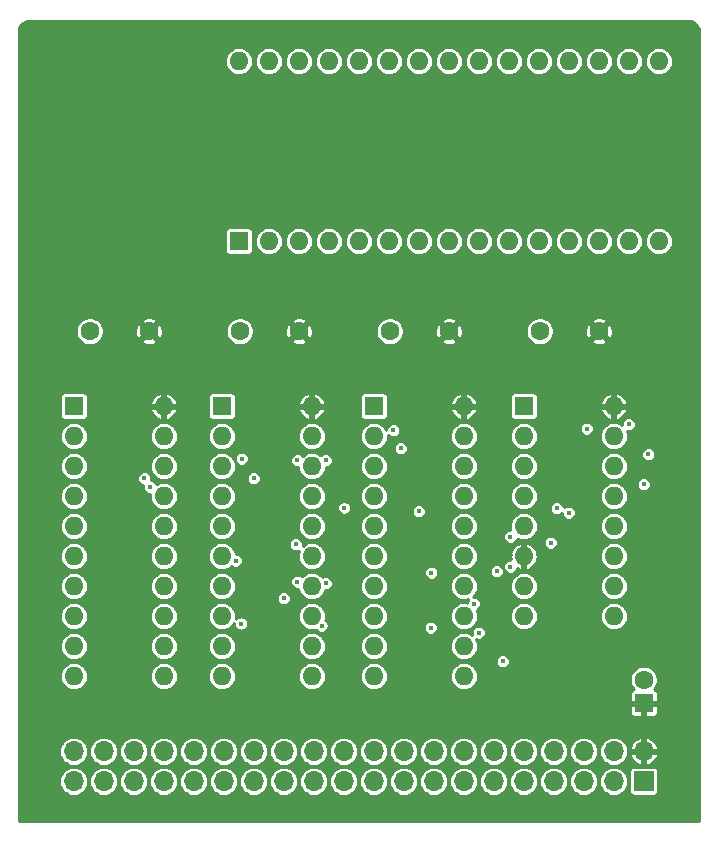
<source format=gbr>
G04 #@! TF.GenerationSoftware,KiCad,Pcbnew,(5.1.0-0)*
G04 #@! TF.CreationDate,2019-12-15T16:20:11-08:00*
G04 #@! TF.ProjectId,ArduinoSerialCard,41726475-696e-46f5-9365-7269616c4361,rev?*
G04 #@! TF.SameCoordinates,Original*
G04 #@! TF.FileFunction,Copper,L3,Inr*
G04 #@! TF.FilePolarity,Positive*
%FSLAX46Y46*%
G04 Gerber Fmt 4.6, Leading zero omitted, Abs format (unit mm)*
G04 Created by KiCad (PCBNEW (5.1.0-0)) date 2019-12-15 16:20:11*
%MOMM*%
%LPD*%
G04 APERTURE LIST*
%ADD10O,1.600000X1.600000*%
%ADD11R,1.600000X1.600000*%
%ADD12C,1.600000*%
%ADD13O,1.700000X1.700000*%
%ADD14R,1.700000X1.700000*%
%ADD15C,0.450000*%
%ADD16C,0.254000*%
G04 APERTURE END LIST*
D10*
X120650000Y-101600000D03*
X113030000Y-124460000D03*
X120650000Y-104140000D03*
X113030000Y-121920000D03*
X120650000Y-106680000D03*
X113030000Y-119380000D03*
X120650000Y-109220000D03*
X113030000Y-116840000D03*
X120650000Y-111760000D03*
X113030000Y-114300000D03*
X120650000Y-114300000D03*
X113030000Y-111760000D03*
X120650000Y-116840000D03*
X113030000Y-109220000D03*
X120650000Y-119380000D03*
X113030000Y-106680000D03*
X120650000Y-121920000D03*
X113030000Y-104140000D03*
X120650000Y-124460000D03*
D11*
X113030000Y-101600000D03*
D10*
X146050000Y-101600000D03*
X138430000Y-124460000D03*
X146050000Y-104140000D03*
X138430000Y-121920000D03*
X146050000Y-106680000D03*
X138430000Y-119380000D03*
X146050000Y-109220000D03*
X138430000Y-116840000D03*
X146050000Y-111760000D03*
X138430000Y-114300000D03*
X146050000Y-114300000D03*
X138430000Y-111760000D03*
X146050000Y-116840000D03*
X138430000Y-109220000D03*
X146050000Y-119380000D03*
X138430000Y-106680000D03*
X146050000Y-121920000D03*
X138430000Y-104140000D03*
X146050000Y-124460000D03*
D11*
X138430000Y-101600000D03*
D10*
X133180000Y-101600000D03*
X125560000Y-124460000D03*
X133180000Y-104140000D03*
X125560000Y-121920000D03*
X133180000Y-106680000D03*
X125560000Y-119380000D03*
X133180000Y-109220000D03*
X125560000Y-116840000D03*
X133180000Y-111760000D03*
X125560000Y-114300000D03*
X133180000Y-114300000D03*
X125560000Y-111760000D03*
X133180000Y-116840000D03*
X125560000Y-109220000D03*
X133180000Y-119380000D03*
X125560000Y-106680000D03*
X133180000Y-121920000D03*
X125560000Y-104140000D03*
X133180000Y-124460000D03*
D11*
X125560000Y-101600000D03*
D10*
X158750000Y-101600000D03*
X151130000Y-119380000D03*
X158750000Y-104140000D03*
X151130000Y-116840000D03*
X158750000Y-106680000D03*
X151130000Y-114300000D03*
X158750000Y-109220000D03*
X151130000Y-111760000D03*
X158750000Y-111760000D03*
X151130000Y-109220000D03*
X158750000Y-114300000D03*
X151130000Y-106680000D03*
X158750000Y-116840000D03*
X151130000Y-104140000D03*
X158750000Y-119380000D03*
D11*
X151130000Y-101600000D03*
D12*
X161290000Y-124746000D03*
D11*
X161290000Y-126746000D03*
D12*
X114380000Y-95250000D03*
X119380000Y-95250000D03*
X139780000Y-95250000D03*
X144780000Y-95250000D03*
X127080000Y-95250000D03*
X132080000Y-95250000D03*
X152480000Y-95250000D03*
X157480000Y-95250000D03*
D13*
X113030000Y-130810000D03*
X113030000Y-133350000D03*
X115570000Y-130810000D03*
X115570000Y-133350000D03*
X118110000Y-130810000D03*
X118110000Y-133350000D03*
X120650000Y-130810000D03*
X120650000Y-133350000D03*
X123190000Y-130810000D03*
X123190000Y-133350000D03*
X125730000Y-130810000D03*
X125730000Y-133350000D03*
X128270000Y-130810000D03*
X128270000Y-133350000D03*
X130810000Y-130810000D03*
X130810000Y-133350000D03*
X133350000Y-130810000D03*
X133350000Y-133350000D03*
X135890000Y-130810000D03*
X135890000Y-133350000D03*
X138430000Y-130810000D03*
X138430000Y-133350000D03*
X140970000Y-130810000D03*
X140970000Y-133350000D03*
X143510000Y-130810000D03*
X143510000Y-133350000D03*
X146050000Y-130810000D03*
X146050000Y-133350000D03*
X148590000Y-130810000D03*
X148590000Y-133350000D03*
X151130000Y-130810000D03*
X151130000Y-133350000D03*
X153670000Y-130810000D03*
X153670000Y-133350000D03*
X156210000Y-130810000D03*
X156210000Y-133350000D03*
X158750000Y-130810000D03*
X158750000Y-133350000D03*
X161290000Y-130810000D03*
D14*
X161290000Y-133350000D03*
D10*
X162560000Y-72390000D03*
X162560000Y-87630000D03*
X127000000Y-72390000D03*
X160020000Y-87630000D03*
X129540000Y-72390000D03*
X157480000Y-87630000D03*
X132080000Y-72390000D03*
X154940000Y-87630000D03*
X134620000Y-72390000D03*
X152400000Y-87630000D03*
X137160000Y-72390000D03*
X149860000Y-87630000D03*
X139700000Y-72390000D03*
X147320000Y-87630000D03*
X142240000Y-72390000D03*
X144780000Y-87630000D03*
X144780000Y-72390000D03*
X142240000Y-87630000D03*
X147320000Y-72390000D03*
X139700000Y-87630000D03*
X149860000Y-72390000D03*
X137160000Y-87630000D03*
X152400000Y-72390000D03*
X134620000Y-87630000D03*
X154940000Y-72390000D03*
X132080000Y-87630000D03*
X157480000Y-72390000D03*
X129540000Y-87630000D03*
X160020000Y-72390000D03*
D11*
X127000000Y-87630000D03*
D15*
X118999000Y-107696000D03*
X128270000Y-107696000D03*
X119507000Y-108458000D03*
X127186011Y-120003988D03*
X130810000Y-117856000D03*
X131826000Y-113284000D03*
X134009002Y-120179914D03*
X131953000Y-116459000D03*
X134366000Y-116586000D03*
X135915499Y-110210501D03*
X131953000Y-106172000D03*
X134366000Y-106172000D03*
X126746000Y-114684499D03*
X149987000Y-115189000D03*
X161290000Y-108204000D03*
X161671000Y-105664000D03*
X160020000Y-103124000D03*
X156464000Y-103505000D03*
X154940000Y-110617000D03*
X153416000Y-113157000D03*
X149352000Y-123190000D03*
X147320000Y-120777000D03*
X143289614Y-115706011D03*
X143251758Y-120361490D03*
X142240000Y-110490000D03*
X146904490Y-118331643D03*
X140716000Y-105156000D03*
X148844000Y-115570000D03*
X149987000Y-112649000D03*
X153924000Y-110236000D03*
X140081000Y-103632000D03*
X127254000Y-106045000D03*
D16*
G36*
X165267441Y-69004364D02*
G01*
X165428501Y-69052992D01*
X165577054Y-69131979D01*
X165707430Y-69238310D01*
X165814674Y-69367946D01*
X165894695Y-69515942D01*
X165944446Y-69676661D01*
X165964001Y-69862716D01*
X165964000Y-136754000D01*
X108356000Y-136754000D01*
X108356000Y-133350000D01*
X111793044Y-133350000D01*
X111816812Y-133591318D01*
X111887202Y-133823363D01*
X112001509Y-134037216D01*
X112155340Y-134224660D01*
X112342784Y-134378491D01*
X112556637Y-134492798D01*
X112788682Y-134563188D01*
X112969528Y-134581000D01*
X113090472Y-134581000D01*
X113271318Y-134563188D01*
X113503363Y-134492798D01*
X113717216Y-134378491D01*
X113904660Y-134224660D01*
X114058491Y-134037216D01*
X114172798Y-133823363D01*
X114243188Y-133591318D01*
X114266956Y-133350000D01*
X114333044Y-133350000D01*
X114356812Y-133591318D01*
X114427202Y-133823363D01*
X114541509Y-134037216D01*
X114695340Y-134224660D01*
X114882784Y-134378491D01*
X115096637Y-134492798D01*
X115328682Y-134563188D01*
X115509528Y-134581000D01*
X115630472Y-134581000D01*
X115811318Y-134563188D01*
X116043363Y-134492798D01*
X116257216Y-134378491D01*
X116444660Y-134224660D01*
X116598491Y-134037216D01*
X116712798Y-133823363D01*
X116783188Y-133591318D01*
X116806956Y-133350000D01*
X116873044Y-133350000D01*
X116896812Y-133591318D01*
X116967202Y-133823363D01*
X117081509Y-134037216D01*
X117235340Y-134224660D01*
X117422784Y-134378491D01*
X117636637Y-134492798D01*
X117868682Y-134563188D01*
X118049528Y-134581000D01*
X118170472Y-134581000D01*
X118351318Y-134563188D01*
X118583363Y-134492798D01*
X118797216Y-134378491D01*
X118984660Y-134224660D01*
X119138491Y-134037216D01*
X119252798Y-133823363D01*
X119323188Y-133591318D01*
X119346956Y-133350000D01*
X119413044Y-133350000D01*
X119436812Y-133591318D01*
X119507202Y-133823363D01*
X119621509Y-134037216D01*
X119775340Y-134224660D01*
X119962784Y-134378491D01*
X120176637Y-134492798D01*
X120408682Y-134563188D01*
X120589528Y-134581000D01*
X120710472Y-134581000D01*
X120891318Y-134563188D01*
X121123363Y-134492798D01*
X121337216Y-134378491D01*
X121524660Y-134224660D01*
X121678491Y-134037216D01*
X121792798Y-133823363D01*
X121863188Y-133591318D01*
X121886956Y-133350000D01*
X121953044Y-133350000D01*
X121976812Y-133591318D01*
X122047202Y-133823363D01*
X122161509Y-134037216D01*
X122315340Y-134224660D01*
X122502784Y-134378491D01*
X122716637Y-134492798D01*
X122948682Y-134563188D01*
X123129528Y-134581000D01*
X123250472Y-134581000D01*
X123431318Y-134563188D01*
X123663363Y-134492798D01*
X123877216Y-134378491D01*
X124064660Y-134224660D01*
X124218491Y-134037216D01*
X124332798Y-133823363D01*
X124403188Y-133591318D01*
X124426956Y-133350000D01*
X124493044Y-133350000D01*
X124516812Y-133591318D01*
X124587202Y-133823363D01*
X124701509Y-134037216D01*
X124855340Y-134224660D01*
X125042784Y-134378491D01*
X125256637Y-134492798D01*
X125488682Y-134563188D01*
X125669528Y-134581000D01*
X125790472Y-134581000D01*
X125971318Y-134563188D01*
X126203363Y-134492798D01*
X126417216Y-134378491D01*
X126604660Y-134224660D01*
X126758491Y-134037216D01*
X126872798Y-133823363D01*
X126943188Y-133591318D01*
X126966956Y-133350000D01*
X127033044Y-133350000D01*
X127056812Y-133591318D01*
X127127202Y-133823363D01*
X127241509Y-134037216D01*
X127395340Y-134224660D01*
X127582784Y-134378491D01*
X127796637Y-134492798D01*
X128028682Y-134563188D01*
X128209528Y-134581000D01*
X128330472Y-134581000D01*
X128511318Y-134563188D01*
X128743363Y-134492798D01*
X128957216Y-134378491D01*
X129144660Y-134224660D01*
X129298491Y-134037216D01*
X129412798Y-133823363D01*
X129483188Y-133591318D01*
X129506956Y-133350000D01*
X129573044Y-133350000D01*
X129596812Y-133591318D01*
X129667202Y-133823363D01*
X129781509Y-134037216D01*
X129935340Y-134224660D01*
X130122784Y-134378491D01*
X130336637Y-134492798D01*
X130568682Y-134563188D01*
X130749528Y-134581000D01*
X130870472Y-134581000D01*
X131051318Y-134563188D01*
X131283363Y-134492798D01*
X131497216Y-134378491D01*
X131684660Y-134224660D01*
X131838491Y-134037216D01*
X131952798Y-133823363D01*
X132023188Y-133591318D01*
X132046956Y-133350000D01*
X132113044Y-133350000D01*
X132136812Y-133591318D01*
X132207202Y-133823363D01*
X132321509Y-134037216D01*
X132475340Y-134224660D01*
X132662784Y-134378491D01*
X132876637Y-134492798D01*
X133108682Y-134563188D01*
X133289528Y-134581000D01*
X133410472Y-134581000D01*
X133591318Y-134563188D01*
X133823363Y-134492798D01*
X134037216Y-134378491D01*
X134224660Y-134224660D01*
X134378491Y-134037216D01*
X134492798Y-133823363D01*
X134563188Y-133591318D01*
X134586956Y-133350000D01*
X134653044Y-133350000D01*
X134676812Y-133591318D01*
X134747202Y-133823363D01*
X134861509Y-134037216D01*
X135015340Y-134224660D01*
X135202784Y-134378491D01*
X135416637Y-134492798D01*
X135648682Y-134563188D01*
X135829528Y-134581000D01*
X135950472Y-134581000D01*
X136131318Y-134563188D01*
X136363363Y-134492798D01*
X136577216Y-134378491D01*
X136764660Y-134224660D01*
X136918491Y-134037216D01*
X137032798Y-133823363D01*
X137103188Y-133591318D01*
X137126956Y-133350000D01*
X137193044Y-133350000D01*
X137216812Y-133591318D01*
X137287202Y-133823363D01*
X137401509Y-134037216D01*
X137555340Y-134224660D01*
X137742784Y-134378491D01*
X137956637Y-134492798D01*
X138188682Y-134563188D01*
X138369528Y-134581000D01*
X138490472Y-134581000D01*
X138671318Y-134563188D01*
X138903363Y-134492798D01*
X139117216Y-134378491D01*
X139304660Y-134224660D01*
X139458491Y-134037216D01*
X139572798Y-133823363D01*
X139643188Y-133591318D01*
X139666956Y-133350000D01*
X139733044Y-133350000D01*
X139756812Y-133591318D01*
X139827202Y-133823363D01*
X139941509Y-134037216D01*
X140095340Y-134224660D01*
X140282784Y-134378491D01*
X140496637Y-134492798D01*
X140728682Y-134563188D01*
X140909528Y-134581000D01*
X141030472Y-134581000D01*
X141211318Y-134563188D01*
X141443363Y-134492798D01*
X141657216Y-134378491D01*
X141844660Y-134224660D01*
X141998491Y-134037216D01*
X142112798Y-133823363D01*
X142183188Y-133591318D01*
X142206956Y-133350000D01*
X142273044Y-133350000D01*
X142296812Y-133591318D01*
X142367202Y-133823363D01*
X142481509Y-134037216D01*
X142635340Y-134224660D01*
X142822784Y-134378491D01*
X143036637Y-134492798D01*
X143268682Y-134563188D01*
X143449528Y-134581000D01*
X143570472Y-134581000D01*
X143751318Y-134563188D01*
X143983363Y-134492798D01*
X144197216Y-134378491D01*
X144384660Y-134224660D01*
X144538491Y-134037216D01*
X144652798Y-133823363D01*
X144723188Y-133591318D01*
X144746956Y-133350000D01*
X144813044Y-133350000D01*
X144836812Y-133591318D01*
X144907202Y-133823363D01*
X145021509Y-134037216D01*
X145175340Y-134224660D01*
X145362784Y-134378491D01*
X145576637Y-134492798D01*
X145808682Y-134563188D01*
X145989528Y-134581000D01*
X146110472Y-134581000D01*
X146291318Y-134563188D01*
X146523363Y-134492798D01*
X146737216Y-134378491D01*
X146924660Y-134224660D01*
X147078491Y-134037216D01*
X147192798Y-133823363D01*
X147263188Y-133591318D01*
X147286956Y-133350000D01*
X147353044Y-133350000D01*
X147376812Y-133591318D01*
X147447202Y-133823363D01*
X147561509Y-134037216D01*
X147715340Y-134224660D01*
X147902784Y-134378491D01*
X148116637Y-134492798D01*
X148348682Y-134563188D01*
X148529528Y-134581000D01*
X148650472Y-134581000D01*
X148831318Y-134563188D01*
X149063363Y-134492798D01*
X149277216Y-134378491D01*
X149464660Y-134224660D01*
X149618491Y-134037216D01*
X149732798Y-133823363D01*
X149803188Y-133591318D01*
X149826956Y-133350000D01*
X149893044Y-133350000D01*
X149916812Y-133591318D01*
X149987202Y-133823363D01*
X150101509Y-134037216D01*
X150255340Y-134224660D01*
X150442784Y-134378491D01*
X150656637Y-134492798D01*
X150888682Y-134563188D01*
X151069528Y-134581000D01*
X151190472Y-134581000D01*
X151371318Y-134563188D01*
X151603363Y-134492798D01*
X151817216Y-134378491D01*
X152004660Y-134224660D01*
X152158491Y-134037216D01*
X152272798Y-133823363D01*
X152343188Y-133591318D01*
X152366956Y-133350000D01*
X152433044Y-133350000D01*
X152456812Y-133591318D01*
X152527202Y-133823363D01*
X152641509Y-134037216D01*
X152795340Y-134224660D01*
X152982784Y-134378491D01*
X153196637Y-134492798D01*
X153428682Y-134563188D01*
X153609528Y-134581000D01*
X153730472Y-134581000D01*
X153911318Y-134563188D01*
X154143363Y-134492798D01*
X154357216Y-134378491D01*
X154544660Y-134224660D01*
X154698491Y-134037216D01*
X154812798Y-133823363D01*
X154883188Y-133591318D01*
X154906956Y-133350000D01*
X154973044Y-133350000D01*
X154996812Y-133591318D01*
X155067202Y-133823363D01*
X155181509Y-134037216D01*
X155335340Y-134224660D01*
X155522784Y-134378491D01*
X155736637Y-134492798D01*
X155968682Y-134563188D01*
X156149528Y-134581000D01*
X156270472Y-134581000D01*
X156451318Y-134563188D01*
X156683363Y-134492798D01*
X156897216Y-134378491D01*
X157084660Y-134224660D01*
X157238491Y-134037216D01*
X157352798Y-133823363D01*
X157423188Y-133591318D01*
X157446956Y-133350000D01*
X157513044Y-133350000D01*
X157536812Y-133591318D01*
X157607202Y-133823363D01*
X157721509Y-134037216D01*
X157875340Y-134224660D01*
X158062784Y-134378491D01*
X158276637Y-134492798D01*
X158508682Y-134563188D01*
X158689528Y-134581000D01*
X158810472Y-134581000D01*
X158991318Y-134563188D01*
X159223363Y-134492798D01*
X159437216Y-134378491D01*
X159624660Y-134224660D01*
X159778491Y-134037216D01*
X159892798Y-133823363D01*
X159963188Y-133591318D01*
X159986956Y-133350000D01*
X159963188Y-133108682D01*
X159892798Y-132876637D01*
X159778491Y-132662784D01*
X159644898Y-132500000D01*
X160057157Y-132500000D01*
X160057157Y-134200000D01*
X160064513Y-134274689D01*
X160086299Y-134346508D01*
X160121678Y-134412696D01*
X160169289Y-134470711D01*
X160227304Y-134518322D01*
X160293492Y-134553701D01*
X160365311Y-134575487D01*
X160440000Y-134582843D01*
X162140000Y-134582843D01*
X162214689Y-134575487D01*
X162286508Y-134553701D01*
X162352696Y-134518322D01*
X162410711Y-134470711D01*
X162458322Y-134412696D01*
X162493701Y-134346508D01*
X162515487Y-134274689D01*
X162522843Y-134200000D01*
X162522843Y-132500000D01*
X162515487Y-132425311D01*
X162493701Y-132353492D01*
X162458322Y-132287304D01*
X162410711Y-132229289D01*
X162352696Y-132181678D01*
X162286508Y-132146299D01*
X162214689Y-132124513D01*
X162140000Y-132117157D01*
X160440000Y-132117157D01*
X160365311Y-132124513D01*
X160293492Y-132146299D01*
X160227304Y-132181678D01*
X160169289Y-132229289D01*
X160121678Y-132287304D01*
X160086299Y-132353492D01*
X160064513Y-132425311D01*
X160057157Y-132500000D01*
X159644898Y-132500000D01*
X159624660Y-132475340D01*
X159437216Y-132321509D01*
X159223363Y-132207202D01*
X158991318Y-132136812D01*
X158810472Y-132119000D01*
X158689528Y-132119000D01*
X158508682Y-132136812D01*
X158276637Y-132207202D01*
X158062784Y-132321509D01*
X157875340Y-132475340D01*
X157721509Y-132662784D01*
X157607202Y-132876637D01*
X157536812Y-133108682D01*
X157513044Y-133350000D01*
X157446956Y-133350000D01*
X157423188Y-133108682D01*
X157352798Y-132876637D01*
X157238491Y-132662784D01*
X157084660Y-132475340D01*
X156897216Y-132321509D01*
X156683363Y-132207202D01*
X156451318Y-132136812D01*
X156270472Y-132119000D01*
X156149528Y-132119000D01*
X155968682Y-132136812D01*
X155736637Y-132207202D01*
X155522784Y-132321509D01*
X155335340Y-132475340D01*
X155181509Y-132662784D01*
X155067202Y-132876637D01*
X154996812Y-133108682D01*
X154973044Y-133350000D01*
X154906956Y-133350000D01*
X154883188Y-133108682D01*
X154812798Y-132876637D01*
X154698491Y-132662784D01*
X154544660Y-132475340D01*
X154357216Y-132321509D01*
X154143363Y-132207202D01*
X153911318Y-132136812D01*
X153730472Y-132119000D01*
X153609528Y-132119000D01*
X153428682Y-132136812D01*
X153196637Y-132207202D01*
X152982784Y-132321509D01*
X152795340Y-132475340D01*
X152641509Y-132662784D01*
X152527202Y-132876637D01*
X152456812Y-133108682D01*
X152433044Y-133350000D01*
X152366956Y-133350000D01*
X152343188Y-133108682D01*
X152272798Y-132876637D01*
X152158491Y-132662784D01*
X152004660Y-132475340D01*
X151817216Y-132321509D01*
X151603363Y-132207202D01*
X151371318Y-132136812D01*
X151190472Y-132119000D01*
X151069528Y-132119000D01*
X150888682Y-132136812D01*
X150656637Y-132207202D01*
X150442784Y-132321509D01*
X150255340Y-132475340D01*
X150101509Y-132662784D01*
X149987202Y-132876637D01*
X149916812Y-133108682D01*
X149893044Y-133350000D01*
X149826956Y-133350000D01*
X149803188Y-133108682D01*
X149732798Y-132876637D01*
X149618491Y-132662784D01*
X149464660Y-132475340D01*
X149277216Y-132321509D01*
X149063363Y-132207202D01*
X148831318Y-132136812D01*
X148650472Y-132119000D01*
X148529528Y-132119000D01*
X148348682Y-132136812D01*
X148116637Y-132207202D01*
X147902784Y-132321509D01*
X147715340Y-132475340D01*
X147561509Y-132662784D01*
X147447202Y-132876637D01*
X147376812Y-133108682D01*
X147353044Y-133350000D01*
X147286956Y-133350000D01*
X147263188Y-133108682D01*
X147192798Y-132876637D01*
X147078491Y-132662784D01*
X146924660Y-132475340D01*
X146737216Y-132321509D01*
X146523363Y-132207202D01*
X146291318Y-132136812D01*
X146110472Y-132119000D01*
X145989528Y-132119000D01*
X145808682Y-132136812D01*
X145576637Y-132207202D01*
X145362784Y-132321509D01*
X145175340Y-132475340D01*
X145021509Y-132662784D01*
X144907202Y-132876637D01*
X144836812Y-133108682D01*
X144813044Y-133350000D01*
X144746956Y-133350000D01*
X144723188Y-133108682D01*
X144652798Y-132876637D01*
X144538491Y-132662784D01*
X144384660Y-132475340D01*
X144197216Y-132321509D01*
X143983363Y-132207202D01*
X143751318Y-132136812D01*
X143570472Y-132119000D01*
X143449528Y-132119000D01*
X143268682Y-132136812D01*
X143036637Y-132207202D01*
X142822784Y-132321509D01*
X142635340Y-132475340D01*
X142481509Y-132662784D01*
X142367202Y-132876637D01*
X142296812Y-133108682D01*
X142273044Y-133350000D01*
X142206956Y-133350000D01*
X142183188Y-133108682D01*
X142112798Y-132876637D01*
X141998491Y-132662784D01*
X141844660Y-132475340D01*
X141657216Y-132321509D01*
X141443363Y-132207202D01*
X141211318Y-132136812D01*
X141030472Y-132119000D01*
X140909528Y-132119000D01*
X140728682Y-132136812D01*
X140496637Y-132207202D01*
X140282784Y-132321509D01*
X140095340Y-132475340D01*
X139941509Y-132662784D01*
X139827202Y-132876637D01*
X139756812Y-133108682D01*
X139733044Y-133350000D01*
X139666956Y-133350000D01*
X139643188Y-133108682D01*
X139572798Y-132876637D01*
X139458491Y-132662784D01*
X139304660Y-132475340D01*
X139117216Y-132321509D01*
X138903363Y-132207202D01*
X138671318Y-132136812D01*
X138490472Y-132119000D01*
X138369528Y-132119000D01*
X138188682Y-132136812D01*
X137956637Y-132207202D01*
X137742784Y-132321509D01*
X137555340Y-132475340D01*
X137401509Y-132662784D01*
X137287202Y-132876637D01*
X137216812Y-133108682D01*
X137193044Y-133350000D01*
X137126956Y-133350000D01*
X137103188Y-133108682D01*
X137032798Y-132876637D01*
X136918491Y-132662784D01*
X136764660Y-132475340D01*
X136577216Y-132321509D01*
X136363363Y-132207202D01*
X136131318Y-132136812D01*
X135950472Y-132119000D01*
X135829528Y-132119000D01*
X135648682Y-132136812D01*
X135416637Y-132207202D01*
X135202784Y-132321509D01*
X135015340Y-132475340D01*
X134861509Y-132662784D01*
X134747202Y-132876637D01*
X134676812Y-133108682D01*
X134653044Y-133350000D01*
X134586956Y-133350000D01*
X134563188Y-133108682D01*
X134492798Y-132876637D01*
X134378491Y-132662784D01*
X134224660Y-132475340D01*
X134037216Y-132321509D01*
X133823363Y-132207202D01*
X133591318Y-132136812D01*
X133410472Y-132119000D01*
X133289528Y-132119000D01*
X133108682Y-132136812D01*
X132876637Y-132207202D01*
X132662784Y-132321509D01*
X132475340Y-132475340D01*
X132321509Y-132662784D01*
X132207202Y-132876637D01*
X132136812Y-133108682D01*
X132113044Y-133350000D01*
X132046956Y-133350000D01*
X132023188Y-133108682D01*
X131952798Y-132876637D01*
X131838491Y-132662784D01*
X131684660Y-132475340D01*
X131497216Y-132321509D01*
X131283363Y-132207202D01*
X131051318Y-132136812D01*
X130870472Y-132119000D01*
X130749528Y-132119000D01*
X130568682Y-132136812D01*
X130336637Y-132207202D01*
X130122784Y-132321509D01*
X129935340Y-132475340D01*
X129781509Y-132662784D01*
X129667202Y-132876637D01*
X129596812Y-133108682D01*
X129573044Y-133350000D01*
X129506956Y-133350000D01*
X129483188Y-133108682D01*
X129412798Y-132876637D01*
X129298491Y-132662784D01*
X129144660Y-132475340D01*
X128957216Y-132321509D01*
X128743363Y-132207202D01*
X128511318Y-132136812D01*
X128330472Y-132119000D01*
X128209528Y-132119000D01*
X128028682Y-132136812D01*
X127796637Y-132207202D01*
X127582784Y-132321509D01*
X127395340Y-132475340D01*
X127241509Y-132662784D01*
X127127202Y-132876637D01*
X127056812Y-133108682D01*
X127033044Y-133350000D01*
X126966956Y-133350000D01*
X126943188Y-133108682D01*
X126872798Y-132876637D01*
X126758491Y-132662784D01*
X126604660Y-132475340D01*
X126417216Y-132321509D01*
X126203363Y-132207202D01*
X125971318Y-132136812D01*
X125790472Y-132119000D01*
X125669528Y-132119000D01*
X125488682Y-132136812D01*
X125256637Y-132207202D01*
X125042784Y-132321509D01*
X124855340Y-132475340D01*
X124701509Y-132662784D01*
X124587202Y-132876637D01*
X124516812Y-133108682D01*
X124493044Y-133350000D01*
X124426956Y-133350000D01*
X124403188Y-133108682D01*
X124332798Y-132876637D01*
X124218491Y-132662784D01*
X124064660Y-132475340D01*
X123877216Y-132321509D01*
X123663363Y-132207202D01*
X123431318Y-132136812D01*
X123250472Y-132119000D01*
X123129528Y-132119000D01*
X122948682Y-132136812D01*
X122716637Y-132207202D01*
X122502784Y-132321509D01*
X122315340Y-132475340D01*
X122161509Y-132662784D01*
X122047202Y-132876637D01*
X121976812Y-133108682D01*
X121953044Y-133350000D01*
X121886956Y-133350000D01*
X121863188Y-133108682D01*
X121792798Y-132876637D01*
X121678491Y-132662784D01*
X121524660Y-132475340D01*
X121337216Y-132321509D01*
X121123363Y-132207202D01*
X120891318Y-132136812D01*
X120710472Y-132119000D01*
X120589528Y-132119000D01*
X120408682Y-132136812D01*
X120176637Y-132207202D01*
X119962784Y-132321509D01*
X119775340Y-132475340D01*
X119621509Y-132662784D01*
X119507202Y-132876637D01*
X119436812Y-133108682D01*
X119413044Y-133350000D01*
X119346956Y-133350000D01*
X119323188Y-133108682D01*
X119252798Y-132876637D01*
X119138491Y-132662784D01*
X118984660Y-132475340D01*
X118797216Y-132321509D01*
X118583363Y-132207202D01*
X118351318Y-132136812D01*
X118170472Y-132119000D01*
X118049528Y-132119000D01*
X117868682Y-132136812D01*
X117636637Y-132207202D01*
X117422784Y-132321509D01*
X117235340Y-132475340D01*
X117081509Y-132662784D01*
X116967202Y-132876637D01*
X116896812Y-133108682D01*
X116873044Y-133350000D01*
X116806956Y-133350000D01*
X116783188Y-133108682D01*
X116712798Y-132876637D01*
X116598491Y-132662784D01*
X116444660Y-132475340D01*
X116257216Y-132321509D01*
X116043363Y-132207202D01*
X115811318Y-132136812D01*
X115630472Y-132119000D01*
X115509528Y-132119000D01*
X115328682Y-132136812D01*
X115096637Y-132207202D01*
X114882784Y-132321509D01*
X114695340Y-132475340D01*
X114541509Y-132662784D01*
X114427202Y-132876637D01*
X114356812Y-133108682D01*
X114333044Y-133350000D01*
X114266956Y-133350000D01*
X114243188Y-133108682D01*
X114172798Y-132876637D01*
X114058491Y-132662784D01*
X113904660Y-132475340D01*
X113717216Y-132321509D01*
X113503363Y-132207202D01*
X113271318Y-132136812D01*
X113090472Y-132119000D01*
X112969528Y-132119000D01*
X112788682Y-132136812D01*
X112556637Y-132207202D01*
X112342784Y-132321509D01*
X112155340Y-132475340D01*
X112001509Y-132662784D01*
X111887202Y-132876637D01*
X111816812Y-133108682D01*
X111793044Y-133350000D01*
X108356000Y-133350000D01*
X108356000Y-130810000D01*
X111793044Y-130810000D01*
X111816812Y-131051318D01*
X111887202Y-131283363D01*
X112001509Y-131497216D01*
X112155340Y-131684660D01*
X112342784Y-131838491D01*
X112556637Y-131952798D01*
X112788682Y-132023188D01*
X112969528Y-132041000D01*
X113090472Y-132041000D01*
X113271318Y-132023188D01*
X113503363Y-131952798D01*
X113717216Y-131838491D01*
X113904660Y-131684660D01*
X114058491Y-131497216D01*
X114172798Y-131283363D01*
X114243188Y-131051318D01*
X114266956Y-130810000D01*
X114333044Y-130810000D01*
X114356812Y-131051318D01*
X114427202Y-131283363D01*
X114541509Y-131497216D01*
X114695340Y-131684660D01*
X114882784Y-131838491D01*
X115096637Y-131952798D01*
X115328682Y-132023188D01*
X115509528Y-132041000D01*
X115630472Y-132041000D01*
X115811318Y-132023188D01*
X116043363Y-131952798D01*
X116257216Y-131838491D01*
X116444660Y-131684660D01*
X116598491Y-131497216D01*
X116712798Y-131283363D01*
X116783188Y-131051318D01*
X116806956Y-130810000D01*
X116873044Y-130810000D01*
X116896812Y-131051318D01*
X116967202Y-131283363D01*
X117081509Y-131497216D01*
X117235340Y-131684660D01*
X117422784Y-131838491D01*
X117636637Y-131952798D01*
X117868682Y-132023188D01*
X118049528Y-132041000D01*
X118170472Y-132041000D01*
X118351318Y-132023188D01*
X118583363Y-131952798D01*
X118797216Y-131838491D01*
X118984660Y-131684660D01*
X119138491Y-131497216D01*
X119252798Y-131283363D01*
X119323188Y-131051318D01*
X119346956Y-130810000D01*
X119413044Y-130810000D01*
X119436812Y-131051318D01*
X119507202Y-131283363D01*
X119621509Y-131497216D01*
X119775340Y-131684660D01*
X119962784Y-131838491D01*
X120176637Y-131952798D01*
X120408682Y-132023188D01*
X120589528Y-132041000D01*
X120710472Y-132041000D01*
X120891318Y-132023188D01*
X121123363Y-131952798D01*
X121337216Y-131838491D01*
X121524660Y-131684660D01*
X121678491Y-131497216D01*
X121792798Y-131283363D01*
X121863188Y-131051318D01*
X121886956Y-130810000D01*
X121953044Y-130810000D01*
X121976812Y-131051318D01*
X122047202Y-131283363D01*
X122161509Y-131497216D01*
X122315340Y-131684660D01*
X122502784Y-131838491D01*
X122716637Y-131952798D01*
X122948682Y-132023188D01*
X123129528Y-132041000D01*
X123250472Y-132041000D01*
X123431318Y-132023188D01*
X123663363Y-131952798D01*
X123877216Y-131838491D01*
X124064660Y-131684660D01*
X124218491Y-131497216D01*
X124332798Y-131283363D01*
X124403188Y-131051318D01*
X124426956Y-130810000D01*
X124493044Y-130810000D01*
X124516812Y-131051318D01*
X124587202Y-131283363D01*
X124701509Y-131497216D01*
X124855340Y-131684660D01*
X125042784Y-131838491D01*
X125256637Y-131952798D01*
X125488682Y-132023188D01*
X125669528Y-132041000D01*
X125790472Y-132041000D01*
X125971318Y-132023188D01*
X126203363Y-131952798D01*
X126417216Y-131838491D01*
X126604660Y-131684660D01*
X126758491Y-131497216D01*
X126872798Y-131283363D01*
X126943188Y-131051318D01*
X126966956Y-130810000D01*
X127033044Y-130810000D01*
X127056812Y-131051318D01*
X127127202Y-131283363D01*
X127241509Y-131497216D01*
X127395340Y-131684660D01*
X127582784Y-131838491D01*
X127796637Y-131952798D01*
X128028682Y-132023188D01*
X128209528Y-132041000D01*
X128330472Y-132041000D01*
X128511318Y-132023188D01*
X128743363Y-131952798D01*
X128957216Y-131838491D01*
X129144660Y-131684660D01*
X129298491Y-131497216D01*
X129412798Y-131283363D01*
X129483188Y-131051318D01*
X129506956Y-130810000D01*
X129573044Y-130810000D01*
X129596812Y-131051318D01*
X129667202Y-131283363D01*
X129781509Y-131497216D01*
X129935340Y-131684660D01*
X130122784Y-131838491D01*
X130336637Y-131952798D01*
X130568682Y-132023188D01*
X130749528Y-132041000D01*
X130870472Y-132041000D01*
X131051318Y-132023188D01*
X131283363Y-131952798D01*
X131497216Y-131838491D01*
X131684660Y-131684660D01*
X131838491Y-131497216D01*
X131952798Y-131283363D01*
X132023188Y-131051318D01*
X132046956Y-130810000D01*
X132113044Y-130810000D01*
X132136812Y-131051318D01*
X132207202Y-131283363D01*
X132321509Y-131497216D01*
X132475340Y-131684660D01*
X132662784Y-131838491D01*
X132876637Y-131952798D01*
X133108682Y-132023188D01*
X133289528Y-132041000D01*
X133410472Y-132041000D01*
X133591318Y-132023188D01*
X133823363Y-131952798D01*
X134037216Y-131838491D01*
X134224660Y-131684660D01*
X134378491Y-131497216D01*
X134492798Y-131283363D01*
X134563188Y-131051318D01*
X134586956Y-130810000D01*
X134653044Y-130810000D01*
X134676812Y-131051318D01*
X134747202Y-131283363D01*
X134861509Y-131497216D01*
X135015340Y-131684660D01*
X135202784Y-131838491D01*
X135416637Y-131952798D01*
X135648682Y-132023188D01*
X135829528Y-132041000D01*
X135950472Y-132041000D01*
X136131318Y-132023188D01*
X136363363Y-131952798D01*
X136577216Y-131838491D01*
X136764660Y-131684660D01*
X136918491Y-131497216D01*
X137032798Y-131283363D01*
X137103188Y-131051318D01*
X137126956Y-130810000D01*
X137193044Y-130810000D01*
X137216812Y-131051318D01*
X137287202Y-131283363D01*
X137401509Y-131497216D01*
X137555340Y-131684660D01*
X137742784Y-131838491D01*
X137956637Y-131952798D01*
X138188682Y-132023188D01*
X138369528Y-132041000D01*
X138490472Y-132041000D01*
X138671318Y-132023188D01*
X138903363Y-131952798D01*
X139117216Y-131838491D01*
X139304660Y-131684660D01*
X139458491Y-131497216D01*
X139572798Y-131283363D01*
X139643188Y-131051318D01*
X139666956Y-130810000D01*
X139733044Y-130810000D01*
X139756812Y-131051318D01*
X139827202Y-131283363D01*
X139941509Y-131497216D01*
X140095340Y-131684660D01*
X140282784Y-131838491D01*
X140496637Y-131952798D01*
X140728682Y-132023188D01*
X140909528Y-132041000D01*
X141030472Y-132041000D01*
X141211318Y-132023188D01*
X141443363Y-131952798D01*
X141657216Y-131838491D01*
X141844660Y-131684660D01*
X141998491Y-131497216D01*
X142112798Y-131283363D01*
X142183188Y-131051318D01*
X142206956Y-130810000D01*
X142273044Y-130810000D01*
X142296812Y-131051318D01*
X142367202Y-131283363D01*
X142481509Y-131497216D01*
X142635340Y-131684660D01*
X142822784Y-131838491D01*
X143036637Y-131952798D01*
X143268682Y-132023188D01*
X143449528Y-132041000D01*
X143570472Y-132041000D01*
X143751318Y-132023188D01*
X143983363Y-131952798D01*
X144197216Y-131838491D01*
X144384660Y-131684660D01*
X144538491Y-131497216D01*
X144652798Y-131283363D01*
X144723188Y-131051318D01*
X144746956Y-130810000D01*
X144813044Y-130810000D01*
X144836812Y-131051318D01*
X144907202Y-131283363D01*
X145021509Y-131497216D01*
X145175340Y-131684660D01*
X145362784Y-131838491D01*
X145576637Y-131952798D01*
X145808682Y-132023188D01*
X145989528Y-132041000D01*
X146110472Y-132041000D01*
X146291318Y-132023188D01*
X146523363Y-131952798D01*
X146737216Y-131838491D01*
X146924660Y-131684660D01*
X147078491Y-131497216D01*
X147192798Y-131283363D01*
X147263188Y-131051318D01*
X147286956Y-130810000D01*
X147353044Y-130810000D01*
X147376812Y-131051318D01*
X147447202Y-131283363D01*
X147561509Y-131497216D01*
X147715340Y-131684660D01*
X147902784Y-131838491D01*
X148116637Y-131952798D01*
X148348682Y-132023188D01*
X148529528Y-132041000D01*
X148650472Y-132041000D01*
X148831318Y-132023188D01*
X149063363Y-131952798D01*
X149277216Y-131838491D01*
X149464660Y-131684660D01*
X149618491Y-131497216D01*
X149732798Y-131283363D01*
X149803188Y-131051318D01*
X149826956Y-130810000D01*
X149893044Y-130810000D01*
X149916812Y-131051318D01*
X149987202Y-131283363D01*
X150101509Y-131497216D01*
X150255340Y-131684660D01*
X150442784Y-131838491D01*
X150656637Y-131952798D01*
X150888682Y-132023188D01*
X151069528Y-132041000D01*
X151190472Y-132041000D01*
X151371318Y-132023188D01*
X151603363Y-131952798D01*
X151817216Y-131838491D01*
X152004660Y-131684660D01*
X152158491Y-131497216D01*
X152272798Y-131283363D01*
X152343188Y-131051318D01*
X152366956Y-130810000D01*
X152433044Y-130810000D01*
X152456812Y-131051318D01*
X152527202Y-131283363D01*
X152641509Y-131497216D01*
X152795340Y-131684660D01*
X152982784Y-131838491D01*
X153196637Y-131952798D01*
X153428682Y-132023188D01*
X153609528Y-132041000D01*
X153730472Y-132041000D01*
X153911318Y-132023188D01*
X154143363Y-131952798D01*
X154357216Y-131838491D01*
X154544660Y-131684660D01*
X154698491Y-131497216D01*
X154812798Y-131283363D01*
X154883188Y-131051318D01*
X154906956Y-130810000D01*
X154973044Y-130810000D01*
X154996812Y-131051318D01*
X155067202Y-131283363D01*
X155181509Y-131497216D01*
X155335340Y-131684660D01*
X155522784Y-131838491D01*
X155736637Y-131952798D01*
X155968682Y-132023188D01*
X156149528Y-132041000D01*
X156270472Y-132041000D01*
X156451318Y-132023188D01*
X156683363Y-131952798D01*
X156897216Y-131838491D01*
X157084660Y-131684660D01*
X157238491Y-131497216D01*
X157352798Y-131283363D01*
X157423188Y-131051318D01*
X157446956Y-130810000D01*
X157513044Y-130810000D01*
X157536812Y-131051318D01*
X157607202Y-131283363D01*
X157721509Y-131497216D01*
X157875340Y-131684660D01*
X158062784Y-131838491D01*
X158276637Y-131952798D01*
X158508682Y-132023188D01*
X158689528Y-132041000D01*
X158810472Y-132041000D01*
X158991318Y-132023188D01*
X159223363Y-131952798D01*
X159437216Y-131838491D01*
X159624660Y-131684660D01*
X159778491Y-131497216D01*
X159892798Y-131283363D01*
X159940235Y-131126981D01*
X160100505Y-131126981D01*
X160185201Y-131352949D01*
X160312353Y-131558052D01*
X160477076Y-131734408D01*
X160673039Y-131875239D01*
X160892712Y-131975134D01*
X160973020Y-131999489D01*
X161163000Y-131938627D01*
X161163000Y-130937000D01*
X161417000Y-130937000D01*
X161417000Y-131938627D01*
X161606980Y-131999489D01*
X161687288Y-131975134D01*
X161906961Y-131875239D01*
X162102924Y-131734408D01*
X162267647Y-131558052D01*
X162394799Y-131352949D01*
X162479495Y-131126981D01*
X162419187Y-130937000D01*
X161417000Y-130937000D01*
X161163000Y-130937000D01*
X160160813Y-130937000D01*
X160100505Y-131126981D01*
X159940235Y-131126981D01*
X159963188Y-131051318D01*
X159986956Y-130810000D01*
X159963188Y-130568682D01*
X159940236Y-130493019D01*
X160100505Y-130493019D01*
X160160813Y-130683000D01*
X161163000Y-130683000D01*
X161163000Y-129681373D01*
X161417000Y-129681373D01*
X161417000Y-130683000D01*
X162419187Y-130683000D01*
X162479495Y-130493019D01*
X162394799Y-130267051D01*
X162267647Y-130061948D01*
X162102924Y-129885592D01*
X161906961Y-129744761D01*
X161687288Y-129644866D01*
X161606980Y-129620511D01*
X161417000Y-129681373D01*
X161163000Y-129681373D01*
X160973020Y-129620511D01*
X160892712Y-129644866D01*
X160673039Y-129744761D01*
X160477076Y-129885592D01*
X160312353Y-130061948D01*
X160185201Y-130267051D01*
X160100505Y-130493019D01*
X159940236Y-130493019D01*
X159892798Y-130336637D01*
X159778491Y-130122784D01*
X159624660Y-129935340D01*
X159437216Y-129781509D01*
X159223363Y-129667202D01*
X158991318Y-129596812D01*
X158810472Y-129579000D01*
X158689528Y-129579000D01*
X158508682Y-129596812D01*
X158276637Y-129667202D01*
X158062784Y-129781509D01*
X157875340Y-129935340D01*
X157721509Y-130122784D01*
X157607202Y-130336637D01*
X157536812Y-130568682D01*
X157513044Y-130810000D01*
X157446956Y-130810000D01*
X157423188Y-130568682D01*
X157352798Y-130336637D01*
X157238491Y-130122784D01*
X157084660Y-129935340D01*
X156897216Y-129781509D01*
X156683363Y-129667202D01*
X156451318Y-129596812D01*
X156270472Y-129579000D01*
X156149528Y-129579000D01*
X155968682Y-129596812D01*
X155736637Y-129667202D01*
X155522784Y-129781509D01*
X155335340Y-129935340D01*
X155181509Y-130122784D01*
X155067202Y-130336637D01*
X154996812Y-130568682D01*
X154973044Y-130810000D01*
X154906956Y-130810000D01*
X154883188Y-130568682D01*
X154812798Y-130336637D01*
X154698491Y-130122784D01*
X154544660Y-129935340D01*
X154357216Y-129781509D01*
X154143363Y-129667202D01*
X153911318Y-129596812D01*
X153730472Y-129579000D01*
X153609528Y-129579000D01*
X153428682Y-129596812D01*
X153196637Y-129667202D01*
X152982784Y-129781509D01*
X152795340Y-129935340D01*
X152641509Y-130122784D01*
X152527202Y-130336637D01*
X152456812Y-130568682D01*
X152433044Y-130810000D01*
X152366956Y-130810000D01*
X152343188Y-130568682D01*
X152272798Y-130336637D01*
X152158491Y-130122784D01*
X152004660Y-129935340D01*
X151817216Y-129781509D01*
X151603363Y-129667202D01*
X151371318Y-129596812D01*
X151190472Y-129579000D01*
X151069528Y-129579000D01*
X150888682Y-129596812D01*
X150656637Y-129667202D01*
X150442784Y-129781509D01*
X150255340Y-129935340D01*
X150101509Y-130122784D01*
X149987202Y-130336637D01*
X149916812Y-130568682D01*
X149893044Y-130810000D01*
X149826956Y-130810000D01*
X149803188Y-130568682D01*
X149732798Y-130336637D01*
X149618491Y-130122784D01*
X149464660Y-129935340D01*
X149277216Y-129781509D01*
X149063363Y-129667202D01*
X148831318Y-129596812D01*
X148650472Y-129579000D01*
X148529528Y-129579000D01*
X148348682Y-129596812D01*
X148116637Y-129667202D01*
X147902784Y-129781509D01*
X147715340Y-129935340D01*
X147561509Y-130122784D01*
X147447202Y-130336637D01*
X147376812Y-130568682D01*
X147353044Y-130810000D01*
X147286956Y-130810000D01*
X147263188Y-130568682D01*
X147192798Y-130336637D01*
X147078491Y-130122784D01*
X146924660Y-129935340D01*
X146737216Y-129781509D01*
X146523363Y-129667202D01*
X146291318Y-129596812D01*
X146110472Y-129579000D01*
X145989528Y-129579000D01*
X145808682Y-129596812D01*
X145576637Y-129667202D01*
X145362784Y-129781509D01*
X145175340Y-129935340D01*
X145021509Y-130122784D01*
X144907202Y-130336637D01*
X144836812Y-130568682D01*
X144813044Y-130810000D01*
X144746956Y-130810000D01*
X144723188Y-130568682D01*
X144652798Y-130336637D01*
X144538491Y-130122784D01*
X144384660Y-129935340D01*
X144197216Y-129781509D01*
X143983363Y-129667202D01*
X143751318Y-129596812D01*
X143570472Y-129579000D01*
X143449528Y-129579000D01*
X143268682Y-129596812D01*
X143036637Y-129667202D01*
X142822784Y-129781509D01*
X142635340Y-129935340D01*
X142481509Y-130122784D01*
X142367202Y-130336637D01*
X142296812Y-130568682D01*
X142273044Y-130810000D01*
X142206956Y-130810000D01*
X142183188Y-130568682D01*
X142112798Y-130336637D01*
X141998491Y-130122784D01*
X141844660Y-129935340D01*
X141657216Y-129781509D01*
X141443363Y-129667202D01*
X141211318Y-129596812D01*
X141030472Y-129579000D01*
X140909528Y-129579000D01*
X140728682Y-129596812D01*
X140496637Y-129667202D01*
X140282784Y-129781509D01*
X140095340Y-129935340D01*
X139941509Y-130122784D01*
X139827202Y-130336637D01*
X139756812Y-130568682D01*
X139733044Y-130810000D01*
X139666956Y-130810000D01*
X139643188Y-130568682D01*
X139572798Y-130336637D01*
X139458491Y-130122784D01*
X139304660Y-129935340D01*
X139117216Y-129781509D01*
X138903363Y-129667202D01*
X138671318Y-129596812D01*
X138490472Y-129579000D01*
X138369528Y-129579000D01*
X138188682Y-129596812D01*
X137956637Y-129667202D01*
X137742784Y-129781509D01*
X137555340Y-129935340D01*
X137401509Y-130122784D01*
X137287202Y-130336637D01*
X137216812Y-130568682D01*
X137193044Y-130810000D01*
X137126956Y-130810000D01*
X137103188Y-130568682D01*
X137032798Y-130336637D01*
X136918491Y-130122784D01*
X136764660Y-129935340D01*
X136577216Y-129781509D01*
X136363363Y-129667202D01*
X136131318Y-129596812D01*
X135950472Y-129579000D01*
X135829528Y-129579000D01*
X135648682Y-129596812D01*
X135416637Y-129667202D01*
X135202784Y-129781509D01*
X135015340Y-129935340D01*
X134861509Y-130122784D01*
X134747202Y-130336637D01*
X134676812Y-130568682D01*
X134653044Y-130810000D01*
X134586956Y-130810000D01*
X134563188Y-130568682D01*
X134492798Y-130336637D01*
X134378491Y-130122784D01*
X134224660Y-129935340D01*
X134037216Y-129781509D01*
X133823363Y-129667202D01*
X133591318Y-129596812D01*
X133410472Y-129579000D01*
X133289528Y-129579000D01*
X133108682Y-129596812D01*
X132876637Y-129667202D01*
X132662784Y-129781509D01*
X132475340Y-129935340D01*
X132321509Y-130122784D01*
X132207202Y-130336637D01*
X132136812Y-130568682D01*
X132113044Y-130810000D01*
X132046956Y-130810000D01*
X132023188Y-130568682D01*
X131952798Y-130336637D01*
X131838491Y-130122784D01*
X131684660Y-129935340D01*
X131497216Y-129781509D01*
X131283363Y-129667202D01*
X131051318Y-129596812D01*
X130870472Y-129579000D01*
X130749528Y-129579000D01*
X130568682Y-129596812D01*
X130336637Y-129667202D01*
X130122784Y-129781509D01*
X129935340Y-129935340D01*
X129781509Y-130122784D01*
X129667202Y-130336637D01*
X129596812Y-130568682D01*
X129573044Y-130810000D01*
X129506956Y-130810000D01*
X129483188Y-130568682D01*
X129412798Y-130336637D01*
X129298491Y-130122784D01*
X129144660Y-129935340D01*
X128957216Y-129781509D01*
X128743363Y-129667202D01*
X128511318Y-129596812D01*
X128330472Y-129579000D01*
X128209528Y-129579000D01*
X128028682Y-129596812D01*
X127796637Y-129667202D01*
X127582784Y-129781509D01*
X127395340Y-129935340D01*
X127241509Y-130122784D01*
X127127202Y-130336637D01*
X127056812Y-130568682D01*
X127033044Y-130810000D01*
X126966956Y-130810000D01*
X126943188Y-130568682D01*
X126872798Y-130336637D01*
X126758491Y-130122784D01*
X126604660Y-129935340D01*
X126417216Y-129781509D01*
X126203363Y-129667202D01*
X125971318Y-129596812D01*
X125790472Y-129579000D01*
X125669528Y-129579000D01*
X125488682Y-129596812D01*
X125256637Y-129667202D01*
X125042784Y-129781509D01*
X124855340Y-129935340D01*
X124701509Y-130122784D01*
X124587202Y-130336637D01*
X124516812Y-130568682D01*
X124493044Y-130810000D01*
X124426956Y-130810000D01*
X124403188Y-130568682D01*
X124332798Y-130336637D01*
X124218491Y-130122784D01*
X124064660Y-129935340D01*
X123877216Y-129781509D01*
X123663363Y-129667202D01*
X123431318Y-129596812D01*
X123250472Y-129579000D01*
X123129528Y-129579000D01*
X122948682Y-129596812D01*
X122716637Y-129667202D01*
X122502784Y-129781509D01*
X122315340Y-129935340D01*
X122161509Y-130122784D01*
X122047202Y-130336637D01*
X121976812Y-130568682D01*
X121953044Y-130810000D01*
X121886956Y-130810000D01*
X121863188Y-130568682D01*
X121792798Y-130336637D01*
X121678491Y-130122784D01*
X121524660Y-129935340D01*
X121337216Y-129781509D01*
X121123363Y-129667202D01*
X120891318Y-129596812D01*
X120710472Y-129579000D01*
X120589528Y-129579000D01*
X120408682Y-129596812D01*
X120176637Y-129667202D01*
X119962784Y-129781509D01*
X119775340Y-129935340D01*
X119621509Y-130122784D01*
X119507202Y-130336637D01*
X119436812Y-130568682D01*
X119413044Y-130810000D01*
X119346956Y-130810000D01*
X119323188Y-130568682D01*
X119252798Y-130336637D01*
X119138491Y-130122784D01*
X118984660Y-129935340D01*
X118797216Y-129781509D01*
X118583363Y-129667202D01*
X118351318Y-129596812D01*
X118170472Y-129579000D01*
X118049528Y-129579000D01*
X117868682Y-129596812D01*
X117636637Y-129667202D01*
X117422784Y-129781509D01*
X117235340Y-129935340D01*
X117081509Y-130122784D01*
X116967202Y-130336637D01*
X116896812Y-130568682D01*
X116873044Y-130810000D01*
X116806956Y-130810000D01*
X116783188Y-130568682D01*
X116712798Y-130336637D01*
X116598491Y-130122784D01*
X116444660Y-129935340D01*
X116257216Y-129781509D01*
X116043363Y-129667202D01*
X115811318Y-129596812D01*
X115630472Y-129579000D01*
X115509528Y-129579000D01*
X115328682Y-129596812D01*
X115096637Y-129667202D01*
X114882784Y-129781509D01*
X114695340Y-129935340D01*
X114541509Y-130122784D01*
X114427202Y-130336637D01*
X114356812Y-130568682D01*
X114333044Y-130810000D01*
X114266956Y-130810000D01*
X114243188Y-130568682D01*
X114172798Y-130336637D01*
X114058491Y-130122784D01*
X113904660Y-129935340D01*
X113717216Y-129781509D01*
X113503363Y-129667202D01*
X113271318Y-129596812D01*
X113090472Y-129579000D01*
X112969528Y-129579000D01*
X112788682Y-129596812D01*
X112556637Y-129667202D01*
X112342784Y-129781509D01*
X112155340Y-129935340D01*
X112001509Y-130122784D01*
X111887202Y-130336637D01*
X111816812Y-130568682D01*
X111793044Y-130810000D01*
X108356000Y-130810000D01*
X108356000Y-127546000D01*
X160107157Y-127546000D01*
X160114513Y-127620689D01*
X160136299Y-127692508D01*
X160171678Y-127758696D01*
X160219289Y-127816711D01*
X160277304Y-127864322D01*
X160343492Y-127899701D01*
X160415311Y-127921487D01*
X160490000Y-127928843D01*
X161067750Y-127927000D01*
X161163000Y-127831750D01*
X161163000Y-126873000D01*
X161417000Y-126873000D01*
X161417000Y-127831750D01*
X161512250Y-127927000D01*
X162090000Y-127928843D01*
X162164689Y-127921487D01*
X162236508Y-127899701D01*
X162302696Y-127864322D01*
X162360711Y-127816711D01*
X162408322Y-127758696D01*
X162443701Y-127692508D01*
X162465487Y-127620689D01*
X162472843Y-127546000D01*
X162471000Y-126968250D01*
X162375750Y-126873000D01*
X161417000Y-126873000D01*
X161163000Y-126873000D01*
X160204250Y-126873000D01*
X160109000Y-126968250D01*
X160107157Y-127546000D01*
X108356000Y-127546000D01*
X108356000Y-125946000D01*
X160107157Y-125946000D01*
X160109000Y-126523750D01*
X160204250Y-126619000D01*
X161163000Y-126619000D01*
X161163000Y-126599000D01*
X161417000Y-126599000D01*
X161417000Y-126619000D01*
X162375750Y-126619000D01*
X162471000Y-126523750D01*
X162472843Y-125946000D01*
X162465487Y-125871311D01*
X162443701Y-125799492D01*
X162408322Y-125733304D01*
X162360711Y-125675289D01*
X162302696Y-125627678D01*
X162236508Y-125592299D01*
X162164689Y-125570513D01*
X162138274Y-125567911D01*
X162207342Y-125498843D01*
X162336588Y-125305413D01*
X162425614Y-125090485D01*
X162471000Y-124862318D01*
X162471000Y-124629682D01*
X162425614Y-124401515D01*
X162336588Y-124186587D01*
X162207342Y-123993157D01*
X162042843Y-123828658D01*
X161849413Y-123699412D01*
X161634485Y-123610386D01*
X161406318Y-123565000D01*
X161173682Y-123565000D01*
X160945515Y-123610386D01*
X160730587Y-123699412D01*
X160537157Y-123828658D01*
X160372658Y-123993157D01*
X160243412Y-124186587D01*
X160154386Y-124401515D01*
X160109000Y-124629682D01*
X160109000Y-124862318D01*
X160154386Y-125090485D01*
X160243412Y-125305413D01*
X160372658Y-125498843D01*
X160441726Y-125567911D01*
X160415311Y-125570513D01*
X160343492Y-125592299D01*
X160277304Y-125627678D01*
X160219289Y-125675289D01*
X160171678Y-125733304D01*
X160136299Y-125799492D01*
X160114513Y-125871311D01*
X160107157Y-125946000D01*
X108356000Y-125946000D01*
X108356000Y-124460000D01*
X111843286Y-124460000D01*
X111866088Y-124691516D01*
X111933619Y-124914136D01*
X112043283Y-125119303D01*
X112190866Y-125299134D01*
X112370697Y-125446717D01*
X112575864Y-125556381D01*
X112798484Y-125623912D01*
X112971984Y-125641000D01*
X113088016Y-125641000D01*
X113261516Y-125623912D01*
X113484136Y-125556381D01*
X113689303Y-125446717D01*
X113869134Y-125299134D01*
X114016717Y-125119303D01*
X114126381Y-124914136D01*
X114193912Y-124691516D01*
X114216714Y-124460000D01*
X119463286Y-124460000D01*
X119486088Y-124691516D01*
X119553619Y-124914136D01*
X119663283Y-125119303D01*
X119810866Y-125299134D01*
X119990697Y-125446717D01*
X120195864Y-125556381D01*
X120418484Y-125623912D01*
X120591984Y-125641000D01*
X120708016Y-125641000D01*
X120881516Y-125623912D01*
X121104136Y-125556381D01*
X121309303Y-125446717D01*
X121489134Y-125299134D01*
X121636717Y-125119303D01*
X121746381Y-124914136D01*
X121813912Y-124691516D01*
X121836714Y-124460000D01*
X124373286Y-124460000D01*
X124396088Y-124691516D01*
X124463619Y-124914136D01*
X124573283Y-125119303D01*
X124720866Y-125299134D01*
X124900697Y-125446717D01*
X125105864Y-125556381D01*
X125328484Y-125623912D01*
X125501984Y-125641000D01*
X125618016Y-125641000D01*
X125791516Y-125623912D01*
X126014136Y-125556381D01*
X126219303Y-125446717D01*
X126399134Y-125299134D01*
X126546717Y-125119303D01*
X126656381Y-124914136D01*
X126723912Y-124691516D01*
X126746714Y-124460000D01*
X131993286Y-124460000D01*
X132016088Y-124691516D01*
X132083619Y-124914136D01*
X132193283Y-125119303D01*
X132340866Y-125299134D01*
X132520697Y-125446717D01*
X132725864Y-125556381D01*
X132948484Y-125623912D01*
X133121984Y-125641000D01*
X133238016Y-125641000D01*
X133411516Y-125623912D01*
X133634136Y-125556381D01*
X133839303Y-125446717D01*
X134019134Y-125299134D01*
X134166717Y-125119303D01*
X134276381Y-124914136D01*
X134343912Y-124691516D01*
X134366714Y-124460000D01*
X137243286Y-124460000D01*
X137266088Y-124691516D01*
X137333619Y-124914136D01*
X137443283Y-125119303D01*
X137590866Y-125299134D01*
X137770697Y-125446717D01*
X137975864Y-125556381D01*
X138198484Y-125623912D01*
X138371984Y-125641000D01*
X138488016Y-125641000D01*
X138661516Y-125623912D01*
X138884136Y-125556381D01*
X139089303Y-125446717D01*
X139269134Y-125299134D01*
X139416717Y-125119303D01*
X139526381Y-124914136D01*
X139593912Y-124691516D01*
X139616714Y-124460000D01*
X144863286Y-124460000D01*
X144886088Y-124691516D01*
X144953619Y-124914136D01*
X145063283Y-125119303D01*
X145210866Y-125299134D01*
X145390697Y-125446717D01*
X145595864Y-125556381D01*
X145818484Y-125623912D01*
X145991984Y-125641000D01*
X146108016Y-125641000D01*
X146281516Y-125623912D01*
X146504136Y-125556381D01*
X146709303Y-125446717D01*
X146889134Y-125299134D01*
X147036717Y-125119303D01*
X147146381Y-124914136D01*
X147213912Y-124691516D01*
X147236714Y-124460000D01*
X147213912Y-124228484D01*
X147146381Y-124005864D01*
X147036717Y-123800697D01*
X146889134Y-123620866D01*
X146709303Y-123473283D01*
X146504136Y-123363619D01*
X146281516Y-123296088D01*
X146108016Y-123279000D01*
X145991984Y-123279000D01*
X145818484Y-123296088D01*
X145595864Y-123363619D01*
X145390697Y-123473283D01*
X145210866Y-123620866D01*
X145063283Y-123800697D01*
X144953619Y-124005864D01*
X144886088Y-124228484D01*
X144863286Y-124460000D01*
X139616714Y-124460000D01*
X139593912Y-124228484D01*
X139526381Y-124005864D01*
X139416717Y-123800697D01*
X139269134Y-123620866D01*
X139089303Y-123473283D01*
X138884136Y-123363619D01*
X138661516Y-123296088D01*
X138488016Y-123279000D01*
X138371984Y-123279000D01*
X138198484Y-123296088D01*
X137975864Y-123363619D01*
X137770697Y-123473283D01*
X137590866Y-123620866D01*
X137443283Y-123800697D01*
X137333619Y-124005864D01*
X137266088Y-124228484D01*
X137243286Y-124460000D01*
X134366714Y-124460000D01*
X134343912Y-124228484D01*
X134276381Y-124005864D01*
X134166717Y-123800697D01*
X134019134Y-123620866D01*
X133839303Y-123473283D01*
X133634136Y-123363619D01*
X133411516Y-123296088D01*
X133238016Y-123279000D01*
X133121984Y-123279000D01*
X132948484Y-123296088D01*
X132725864Y-123363619D01*
X132520697Y-123473283D01*
X132340866Y-123620866D01*
X132193283Y-123800697D01*
X132083619Y-124005864D01*
X132016088Y-124228484D01*
X131993286Y-124460000D01*
X126746714Y-124460000D01*
X126723912Y-124228484D01*
X126656381Y-124005864D01*
X126546717Y-123800697D01*
X126399134Y-123620866D01*
X126219303Y-123473283D01*
X126014136Y-123363619D01*
X125791516Y-123296088D01*
X125618016Y-123279000D01*
X125501984Y-123279000D01*
X125328484Y-123296088D01*
X125105864Y-123363619D01*
X124900697Y-123473283D01*
X124720866Y-123620866D01*
X124573283Y-123800697D01*
X124463619Y-124005864D01*
X124396088Y-124228484D01*
X124373286Y-124460000D01*
X121836714Y-124460000D01*
X121813912Y-124228484D01*
X121746381Y-124005864D01*
X121636717Y-123800697D01*
X121489134Y-123620866D01*
X121309303Y-123473283D01*
X121104136Y-123363619D01*
X120881516Y-123296088D01*
X120708016Y-123279000D01*
X120591984Y-123279000D01*
X120418484Y-123296088D01*
X120195864Y-123363619D01*
X119990697Y-123473283D01*
X119810866Y-123620866D01*
X119663283Y-123800697D01*
X119553619Y-124005864D01*
X119486088Y-124228484D01*
X119463286Y-124460000D01*
X114216714Y-124460000D01*
X114193912Y-124228484D01*
X114126381Y-124005864D01*
X114016717Y-123800697D01*
X113869134Y-123620866D01*
X113689303Y-123473283D01*
X113484136Y-123363619D01*
X113261516Y-123296088D01*
X113088016Y-123279000D01*
X112971984Y-123279000D01*
X112798484Y-123296088D01*
X112575864Y-123363619D01*
X112370697Y-123473283D01*
X112190866Y-123620866D01*
X112043283Y-123800697D01*
X111933619Y-124005864D01*
X111866088Y-124228484D01*
X111843286Y-124460000D01*
X108356000Y-124460000D01*
X108356000Y-123130314D01*
X148746000Y-123130314D01*
X148746000Y-123249686D01*
X148769288Y-123366764D01*
X148814970Y-123477049D01*
X148881289Y-123576302D01*
X148965698Y-123660711D01*
X149064951Y-123727030D01*
X149175236Y-123772712D01*
X149292314Y-123796000D01*
X149411686Y-123796000D01*
X149528764Y-123772712D01*
X149639049Y-123727030D01*
X149738302Y-123660711D01*
X149822711Y-123576302D01*
X149889030Y-123477049D01*
X149934712Y-123366764D01*
X149958000Y-123249686D01*
X149958000Y-123130314D01*
X149934712Y-123013236D01*
X149889030Y-122902951D01*
X149822711Y-122803698D01*
X149738302Y-122719289D01*
X149639049Y-122652970D01*
X149528764Y-122607288D01*
X149411686Y-122584000D01*
X149292314Y-122584000D01*
X149175236Y-122607288D01*
X149064951Y-122652970D01*
X148965698Y-122719289D01*
X148881289Y-122803698D01*
X148814970Y-122902951D01*
X148769288Y-123013236D01*
X148746000Y-123130314D01*
X108356000Y-123130314D01*
X108356000Y-121920000D01*
X111843286Y-121920000D01*
X111866088Y-122151516D01*
X111933619Y-122374136D01*
X112043283Y-122579303D01*
X112190866Y-122759134D01*
X112370697Y-122906717D01*
X112575864Y-123016381D01*
X112798484Y-123083912D01*
X112971984Y-123101000D01*
X113088016Y-123101000D01*
X113261516Y-123083912D01*
X113484136Y-123016381D01*
X113689303Y-122906717D01*
X113869134Y-122759134D01*
X114016717Y-122579303D01*
X114126381Y-122374136D01*
X114193912Y-122151516D01*
X114216714Y-121920000D01*
X119463286Y-121920000D01*
X119486088Y-122151516D01*
X119553619Y-122374136D01*
X119663283Y-122579303D01*
X119810866Y-122759134D01*
X119990697Y-122906717D01*
X120195864Y-123016381D01*
X120418484Y-123083912D01*
X120591984Y-123101000D01*
X120708016Y-123101000D01*
X120881516Y-123083912D01*
X121104136Y-123016381D01*
X121309303Y-122906717D01*
X121489134Y-122759134D01*
X121636717Y-122579303D01*
X121746381Y-122374136D01*
X121813912Y-122151516D01*
X121836714Y-121920000D01*
X124373286Y-121920000D01*
X124396088Y-122151516D01*
X124463619Y-122374136D01*
X124573283Y-122579303D01*
X124720866Y-122759134D01*
X124900697Y-122906717D01*
X125105864Y-123016381D01*
X125328484Y-123083912D01*
X125501984Y-123101000D01*
X125618016Y-123101000D01*
X125791516Y-123083912D01*
X126014136Y-123016381D01*
X126219303Y-122906717D01*
X126399134Y-122759134D01*
X126546717Y-122579303D01*
X126656381Y-122374136D01*
X126723912Y-122151516D01*
X126746714Y-121920000D01*
X131993286Y-121920000D01*
X132016088Y-122151516D01*
X132083619Y-122374136D01*
X132193283Y-122579303D01*
X132340866Y-122759134D01*
X132520697Y-122906717D01*
X132725864Y-123016381D01*
X132948484Y-123083912D01*
X133121984Y-123101000D01*
X133238016Y-123101000D01*
X133411516Y-123083912D01*
X133634136Y-123016381D01*
X133839303Y-122906717D01*
X134019134Y-122759134D01*
X134166717Y-122579303D01*
X134276381Y-122374136D01*
X134343912Y-122151516D01*
X134366714Y-121920000D01*
X137243286Y-121920000D01*
X137266088Y-122151516D01*
X137333619Y-122374136D01*
X137443283Y-122579303D01*
X137590866Y-122759134D01*
X137770697Y-122906717D01*
X137975864Y-123016381D01*
X138198484Y-123083912D01*
X138371984Y-123101000D01*
X138488016Y-123101000D01*
X138661516Y-123083912D01*
X138884136Y-123016381D01*
X139089303Y-122906717D01*
X139269134Y-122759134D01*
X139416717Y-122579303D01*
X139526381Y-122374136D01*
X139593912Y-122151516D01*
X139616714Y-121920000D01*
X144863286Y-121920000D01*
X144886088Y-122151516D01*
X144953619Y-122374136D01*
X145063283Y-122579303D01*
X145210866Y-122759134D01*
X145390697Y-122906717D01*
X145595864Y-123016381D01*
X145818484Y-123083912D01*
X145991984Y-123101000D01*
X146108016Y-123101000D01*
X146281516Y-123083912D01*
X146504136Y-123016381D01*
X146709303Y-122906717D01*
X146889134Y-122759134D01*
X147036717Y-122579303D01*
X147146381Y-122374136D01*
X147213912Y-122151516D01*
X147236714Y-121920000D01*
X147213912Y-121688484D01*
X147146381Y-121465864D01*
X147074401Y-121331199D01*
X147143236Y-121359712D01*
X147260314Y-121383000D01*
X147379686Y-121383000D01*
X147496764Y-121359712D01*
X147607049Y-121314030D01*
X147706302Y-121247711D01*
X147790711Y-121163302D01*
X147857030Y-121064049D01*
X147902712Y-120953764D01*
X147926000Y-120836686D01*
X147926000Y-120717314D01*
X147902712Y-120600236D01*
X147857030Y-120489951D01*
X147790711Y-120390698D01*
X147706302Y-120306289D01*
X147607049Y-120239970D01*
X147496764Y-120194288D01*
X147379686Y-120171000D01*
X147260314Y-120171000D01*
X147143236Y-120194288D01*
X147032951Y-120239970D01*
X146933698Y-120306289D01*
X146849289Y-120390698D01*
X146782970Y-120489951D01*
X146737288Y-120600236D01*
X146714000Y-120717314D01*
X146714000Y-120836686D01*
X146737288Y-120953764D01*
X146738848Y-120957530D01*
X146709303Y-120933283D01*
X146504136Y-120823619D01*
X146281516Y-120756088D01*
X146108016Y-120739000D01*
X145991984Y-120739000D01*
X145818484Y-120756088D01*
X145595864Y-120823619D01*
X145390697Y-120933283D01*
X145210866Y-121080866D01*
X145063283Y-121260697D01*
X144953619Y-121465864D01*
X144886088Y-121688484D01*
X144863286Y-121920000D01*
X139616714Y-121920000D01*
X139593912Y-121688484D01*
X139526381Y-121465864D01*
X139416717Y-121260697D01*
X139269134Y-121080866D01*
X139089303Y-120933283D01*
X138884136Y-120823619D01*
X138661516Y-120756088D01*
X138488016Y-120739000D01*
X138371984Y-120739000D01*
X138198484Y-120756088D01*
X137975864Y-120823619D01*
X137770697Y-120933283D01*
X137590866Y-121080866D01*
X137443283Y-121260697D01*
X137333619Y-121465864D01*
X137266088Y-121688484D01*
X137243286Y-121920000D01*
X134366714Y-121920000D01*
X134343912Y-121688484D01*
X134276381Y-121465864D01*
X134166717Y-121260697D01*
X134019134Y-121080866D01*
X133839303Y-120933283D01*
X133634136Y-120823619D01*
X133411516Y-120756088D01*
X133238016Y-120739000D01*
X133121984Y-120739000D01*
X132948484Y-120756088D01*
X132725864Y-120823619D01*
X132520697Y-120933283D01*
X132340866Y-121080866D01*
X132193283Y-121260697D01*
X132083619Y-121465864D01*
X132016088Y-121688484D01*
X131993286Y-121920000D01*
X126746714Y-121920000D01*
X126723912Y-121688484D01*
X126656381Y-121465864D01*
X126546717Y-121260697D01*
X126399134Y-121080866D01*
X126219303Y-120933283D01*
X126014136Y-120823619D01*
X125791516Y-120756088D01*
X125618016Y-120739000D01*
X125501984Y-120739000D01*
X125328484Y-120756088D01*
X125105864Y-120823619D01*
X124900697Y-120933283D01*
X124720866Y-121080866D01*
X124573283Y-121260697D01*
X124463619Y-121465864D01*
X124396088Y-121688484D01*
X124373286Y-121920000D01*
X121836714Y-121920000D01*
X121813912Y-121688484D01*
X121746381Y-121465864D01*
X121636717Y-121260697D01*
X121489134Y-121080866D01*
X121309303Y-120933283D01*
X121104136Y-120823619D01*
X120881516Y-120756088D01*
X120708016Y-120739000D01*
X120591984Y-120739000D01*
X120418484Y-120756088D01*
X120195864Y-120823619D01*
X119990697Y-120933283D01*
X119810866Y-121080866D01*
X119663283Y-121260697D01*
X119553619Y-121465864D01*
X119486088Y-121688484D01*
X119463286Y-121920000D01*
X114216714Y-121920000D01*
X114193912Y-121688484D01*
X114126381Y-121465864D01*
X114016717Y-121260697D01*
X113869134Y-121080866D01*
X113689303Y-120933283D01*
X113484136Y-120823619D01*
X113261516Y-120756088D01*
X113088016Y-120739000D01*
X112971984Y-120739000D01*
X112798484Y-120756088D01*
X112575864Y-120823619D01*
X112370697Y-120933283D01*
X112190866Y-121080866D01*
X112043283Y-121260697D01*
X111933619Y-121465864D01*
X111866088Y-121688484D01*
X111843286Y-121920000D01*
X108356000Y-121920000D01*
X108356000Y-119380000D01*
X111843286Y-119380000D01*
X111866088Y-119611516D01*
X111933619Y-119834136D01*
X112043283Y-120039303D01*
X112190866Y-120219134D01*
X112370697Y-120366717D01*
X112575864Y-120476381D01*
X112798484Y-120543912D01*
X112971984Y-120561000D01*
X113088016Y-120561000D01*
X113261516Y-120543912D01*
X113484136Y-120476381D01*
X113689303Y-120366717D01*
X113869134Y-120219134D01*
X114016717Y-120039303D01*
X114126381Y-119834136D01*
X114193912Y-119611516D01*
X114216714Y-119380000D01*
X119463286Y-119380000D01*
X119486088Y-119611516D01*
X119553619Y-119834136D01*
X119663283Y-120039303D01*
X119810866Y-120219134D01*
X119990697Y-120366717D01*
X120195864Y-120476381D01*
X120418484Y-120543912D01*
X120591984Y-120561000D01*
X120708016Y-120561000D01*
X120881516Y-120543912D01*
X121104136Y-120476381D01*
X121309303Y-120366717D01*
X121489134Y-120219134D01*
X121636717Y-120039303D01*
X121746381Y-119834136D01*
X121813912Y-119611516D01*
X121836714Y-119380000D01*
X124373286Y-119380000D01*
X124396088Y-119611516D01*
X124463619Y-119834136D01*
X124573283Y-120039303D01*
X124720866Y-120219134D01*
X124900697Y-120366717D01*
X125105864Y-120476381D01*
X125328484Y-120543912D01*
X125501984Y-120561000D01*
X125618016Y-120561000D01*
X125791516Y-120543912D01*
X126014136Y-120476381D01*
X126219303Y-120366717D01*
X126399134Y-120219134D01*
X126546717Y-120039303D01*
X126580011Y-119977014D01*
X126580011Y-120063674D01*
X126603299Y-120180752D01*
X126648981Y-120291037D01*
X126715300Y-120390290D01*
X126799709Y-120474699D01*
X126898962Y-120541018D01*
X127009247Y-120586700D01*
X127126325Y-120609988D01*
X127245697Y-120609988D01*
X127362775Y-120586700D01*
X127473060Y-120541018D01*
X127572313Y-120474699D01*
X127656722Y-120390290D01*
X127723041Y-120291037D01*
X127768723Y-120180752D01*
X127792011Y-120063674D01*
X127792011Y-119944302D01*
X127768723Y-119827224D01*
X127723041Y-119716939D01*
X127656722Y-119617686D01*
X127572313Y-119533277D01*
X127473060Y-119466958D01*
X127362775Y-119421276D01*
X127245697Y-119397988D01*
X127126325Y-119397988D01*
X127009247Y-119421276D01*
X126898962Y-119466958D01*
X126799709Y-119533277D01*
X126724179Y-119608807D01*
X126746714Y-119380000D01*
X131993286Y-119380000D01*
X132016088Y-119611516D01*
X132083619Y-119834136D01*
X132193283Y-120039303D01*
X132340866Y-120219134D01*
X132520697Y-120366717D01*
X132725864Y-120476381D01*
X132948484Y-120543912D01*
X133121984Y-120561000D01*
X133238016Y-120561000D01*
X133411516Y-120543912D01*
X133504534Y-120515695D01*
X133538291Y-120566216D01*
X133622700Y-120650625D01*
X133721953Y-120716944D01*
X133832238Y-120762626D01*
X133949316Y-120785914D01*
X134068688Y-120785914D01*
X134185766Y-120762626D01*
X134296051Y-120716944D01*
X134395304Y-120650625D01*
X134479713Y-120566216D01*
X134546032Y-120466963D01*
X134591714Y-120356678D01*
X134615002Y-120239600D01*
X134615002Y-120120228D01*
X134591714Y-120003150D01*
X134546032Y-119892865D01*
X134479713Y-119793612D01*
X134395304Y-119709203D01*
X134327934Y-119664188D01*
X134343912Y-119611516D01*
X134366714Y-119380000D01*
X137243286Y-119380000D01*
X137266088Y-119611516D01*
X137333619Y-119834136D01*
X137443283Y-120039303D01*
X137590866Y-120219134D01*
X137770697Y-120366717D01*
X137975864Y-120476381D01*
X138198484Y-120543912D01*
X138371984Y-120561000D01*
X138488016Y-120561000D01*
X138661516Y-120543912D01*
X138884136Y-120476381D01*
X139089303Y-120366717D01*
X139168399Y-120301804D01*
X142645758Y-120301804D01*
X142645758Y-120421176D01*
X142669046Y-120538254D01*
X142714728Y-120648539D01*
X142781047Y-120747792D01*
X142865456Y-120832201D01*
X142964709Y-120898520D01*
X143074994Y-120944202D01*
X143192072Y-120967490D01*
X143311444Y-120967490D01*
X143428522Y-120944202D01*
X143538807Y-120898520D01*
X143638060Y-120832201D01*
X143722469Y-120747792D01*
X143788788Y-120648539D01*
X143834470Y-120538254D01*
X143857758Y-120421176D01*
X143857758Y-120301804D01*
X143834470Y-120184726D01*
X143788788Y-120074441D01*
X143722469Y-119975188D01*
X143638060Y-119890779D01*
X143538807Y-119824460D01*
X143428522Y-119778778D01*
X143311444Y-119755490D01*
X143192072Y-119755490D01*
X143074994Y-119778778D01*
X142964709Y-119824460D01*
X142865456Y-119890779D01*
X142781047Y-119975188D01*
X142714728Y-120074441D01*
X142669046Y-120184726D01*
X142645758Y-120301804D01*
X139168399Y-120301804D01*
X139269134Y-120219134D01*
X139416717Y-120039303D01*
X139526381Y-119834136D01*
X139593912Y-119611516D01*
X139616714Y-119380000D01*
X139593912Y-119148484D01*
X139526381Y-118925864D01*
X139416717Y-118720697D01*
X139269134Y-118540866D01*
X139089303Y-118393283D01*
X138884136Y-118283619D01*
X138661516Y-118216088D01*
X138488016Y-118199000D01*
X138371984Y-118199000D01*
X138198484Y-118216088D01*
X137975864Y-118283619D01*
X137770697Y-118393283D01*
X137590866Y-118540866D01*
X137443283Y-118720697D01*
X137333619Y-118925864D01*
X137266088Y-119148484D01*
X137243286Y-119380000D01*
X134366714Y-119380000D01*
X134343912Y-119148484D01*
X134276381Y-118925864D01*
X134166717Y-118720697D01*
X134019134Y-118540866D01*
X133839303Y-118393283D01*
X133634136Y-118283619D01*
X133411516Y-118216088D01*
X133238016Y-118199000D01*
X133121984Y-118199000D01*
X132948484Y-118216088D01*
X132725864Y-118283619D01*
X132520697Y-118393283D01*
X132340866Y-118540866D01*
X132193283Y-118720697D01*
X132083619Y-118925864D01*
X132016088Y-119148484D01*
X131993286Y-119380000D01*
X126746714Y-119380000D01*
X126723912Y-119148484D01*
X126656381Y-118925864D01*
X126546717Y-118720697D01*
X126399134Y-118540866D01*
X126219303Y-118393283D01*
X126014136Y-118283619D01*
X125791516Y-118216088D01*
X125618016Y-118199000D01*
X125501984Y-118199000D01*
X125328484Y-118216088D01*
X125105864Y-118283619D01*
X124900697Y-118393283D01*
X124720866Y-118540866D01*
X124573283Y-118720697D01*
X124463619Y-118925864D01*
X124396088Y-119148484D01*
X124373286Y-119380000D01*
X121836714Y-119380000D01*
X121813912Y-119148484D01*
X121746381Y-118925864D01*
X121636717Y-118720697D01*
X121489134Y-118540866D01*
X121309303Y-118393283D01*
X121104136Y-118283619D01*
X120881516Y-118216088D01*
X120708016Y-118199000D01*
X120591984Y-118199000D01*
X120418484Y-118216088D01*
X120195864Y-118283619D01*
X119990697Y-118393283D01*
X119810866Y-118540866D01*
X119663283Y-118720697D01*
X119553619Y-118925864D01*
X119486088Y-119148484D01*
X119463286Y-119380000D01*
X114216714Y-119380000D01*
X114193912Y-119148484D01*
X114126381Y-118925864D01*
X114016717Y-118720697D01*
X113869134Y-118540866D01*
X113689303Y-118393283D01*
X113484136Y-118283619D01*
X113261516Y-118216088D01*
X113088016Y-118199000D01*
X112971984Y-118199000D01*
X112798484Y-118216088D01*
X112575864Y-118283619D01*
X112370697Y-118393283D01*
X112190866Y-118540866D01*
X112043283Y-118720697D01*
X111933619Y-118925864D01*
X111866088Y-119148484D01*
X111843286Y-119380000D01*
X108356000Y-119380000D01*
X108356000Y-116840000D01*
X111843286Y-116840000D01*
X111866088Y-117071516D01*
X111933619Y-117294136D01*
X112043283Y-117499303D01*
X112190866Y-117679134D01*
X112370697Y-117826717D01*
X112575864Y-117936381D01*
X112798484Y-118003912D01*
X112971984Y-118021000D01*
X113088016Y-118021000D01*
X113261516Y-118003912D01*
X113484136Y-117936381D01*
X113689303Y-117826717D01*
X113869134Y-117679134D01*
X114016717Y-117499303D01*
X114126381Y-117294136D01*
X114193912Y-117071516D01*
X114216714Y-116840000D01*
X119463286Y-116840000D01*
X119486088Y-117071516D01*
X119553619Y-117294136D01*
X119663283Y-117499303D01*
X119810866Y-117679134D01*
X119990697Y-117826717D01*
X120195864Y-117936381D01*
X120418484Y-118003912D01*
X120591984Y-118021000D01*
X120708016Y-118021000D01*
X120881516Y-118003912D01*
X121104136Y-117936381D01*
X121309303Y-117826717D01*
X121489134Y-117679134D01*
X121636717Y-117499303D01*
X121746381Y-117294136D01*
X121813912Y-117071516D01*
X121836714Y-116840000D01*
X124373286Y-116840000D01*
X124396088Y-117071516D01*
X124463619Y-117294136D01*
X124573283Y-117499303D01*
X124720866Y-117679134D01*
X124900697Y-117826717D01*
X125105864Y-117936381D01*
X125328484Y-118003912D01*
X125501984Y-118021000D01*
X125618016Y-118021000D01*
X125791516Y-118003912D01*
X126014136Y-117936381D01*
X126219303Y-117826717D01*
X126256349Y-117796314D01*
X130204000Y-117796314D01*
X130204000Y-117915686D01*
X130227288Y-118032764D01*
X130272970Y-118143049D01*
X130339289Y-118242302D01*
X130423698Y-118326711D01*
X130522951Y-118393030D01*
X130633236Y-118438712D01*
X130750314Y-118462000D01*
X130869686Y-118462000D01*
X130986764Y-118438712D01*
X131097049Y-118393030D01*
X131196302Y-118326711D01*
X131280711Y-118242302D01*
X131347030Y-118143049D01*
X131392712Y-118032764D01*
X131416000Y-117915686D01*
X131416000Y-117796314D01*
X131392712Y-117679236D01*
X131347030Y-117568951D01*
X131280711Y-117469698D01*
X131196302Y-117385289D01*
X131097049Y-117318970D01*
X130986764Y-117273288D01*
X130869686Y-117250000D01*
X130750314Y-117250000D01*
X130633236Y-117273288D01*
X130522951Y-117318970D01*
X130423698Y-117385289D01*
X130339289Y-117469698D01*
X130272970Y-117568951D01*
X130227288Y-117679236D01*
X130204000Y-117796314D01*
X126256349Y-117796314D01*
X126399134Y-117679134D01*
X126546717Y-117499303D01*
X126656381Y-117294136D01*
X126723912Y-117071516D01*
X126746714Y-116840000D01*
X126723912Y-116608484D01*
X126660462Y-116399314D01*
X131347000Y-116399314D01*
X131347000Y-116518686D01*
X131370288Y-116635764D01*
X131415970Y-116746049D01*
X131482289Y-116845302D01*
X131566698Y-116929711D01*
X131665951Y-116996030D01*
X131776236Y-117041712D01*
X131893314Y-117065000D01*
X132012686Y-117065000D01*
X132015393Y-117064462D01*
X132016088Y-117071516D01*
X132083619Y-117294136D01*
X132193283Y-117499303D01*
X132340866Y-117679134D01*
X132520697Y-117826717D01*
X132725864Y-117936381D01*
X132948484Y-118003912D01*
X133121984Y-118021000D01*
X133238016Y-118021000D01*
X133411516Y-118003912D01*
X133634136Y-117936381D01*
X133839303Y-117826717D01*
X134019134Y-117679134D01*
X134166717Y-117499303D01*
X134276381Y-117294136D01*
X134307364Y-117192000D01*
X134425686Y-117192000D01*
X134542764Y-117168712D01*
X134653049Y-117123030D01*
X134752302Y-117056711D01*
X134836711Y-116972302D01*
X134903030Y-116873049D01*
X134916719Y-116840000D01*
X137243286Y-116840000D01*
X137266088Y-117071516D01*
X137333619Y-117294136D01*
X137443283Y-117499303D01*
X137590866Y-117679134D01*
X137770697Y-117826717D01*
X137975864Y-117936381D01*
X138198484Y-118003912D01*
X138371984Y-118021000D01*
X138488016Y-118021000D01*
X138661516Y-118003912D01*
X138884136Y-117936381D01*
X139089303Y-117826717D01*
X139269134Y-117679134D01*
X139416717Y-117499303D01*
X139526381Y-117294136D01*
X139593912Y-117071516D01*
X139616714Y-116840000D01*
X144863286Y-116840000D01*
X144886088Y-117071516D01*
X144953619Y-117294136D01*
X145063283Y-117499303D01*
X145210866Y-117679134D01*
X145390697Y-117826717D01*
X145595864Y-117936381D01*
X145818484Y-118003912D01*
X145991984Y-118021000D01*
X146108016Y-118021000D01*
X146281516Y-118003912D01*
X146423402Y-117960871D01*
X146367460Y-118044594D01*
X146321778Y-118154879D01*
X146308005Y-118224123D01*
X146281516Y-118216088D01*
X146108016Y-118199000D01*
X145991984Y-118199000D01*
X145818484Y-118216088D01*
X145595864Y-118283619D01*
X145390697Y-118393283D01*
X145210866Y-118540866D01*
X145063283Y-118720697D01*
X144953619Y-118925864D01*
X144886088Y-119148484D01*
X144863286Y-119380000D01*
X144886088Y-119611516D01*
X144953619Y-119834136D01*
X145063283Y-120039303D01*
X145210866Y-120219134D01*
X145390697Y-120366717D01*
X145595864Y-120476381D01*
X145818484Y-120543912D01*
X145991984Y-120561000D01*
X146108016Y-120561000D01*
X146281516Y-120543912D01*
X146504136Y-120476381D01*
X146709303Y-120366717D01*
X146889134Y-120219134D01*
X147036717Y-120039303D01*
X147146381Y-119834136D01*
X147213912Y-119611516D01*
X147236714Y-119380000D01*
X149943286Y-119380000D01*
X149966088Y-119611516D01*
X150033619Y-119834136D01*
X150143283Y-120039303D01*
X150290866Y-120219134D01*
X150470697Y-120366717D01*
X150675864Y-120476381D01*
X150898484Y-120543912D01*
X151071984Y-120561000D01*
X151188016Y-120561000D01*
X151361516Y-120543912D01*
X151584136Y-120476381D01*
X151789303Y-120366717D01*
X151969134Y-120219134D01*
X152116717Y-120039303D01*
X152226381Y-119834136D01*
X152293912Y-119611516D01*
X152316714Y-119380000D01*
X157563286Y-119380000D01*
X157586088Y-119611516D01*
X157653619Y-119834136D01*
X157763283Y-120039303D01*
X157910866Y-120219134D01*
X158090697Y-120366717D01*
X158295864Y-120476381D01*
X158518484Y-120543912D01*
X158691984Y-120561000D01*
X158808016Y-120561000D01*
X158981516Y-120543912D01*
X159204136Y-120476381D01*
X159409303Y-120366717D01*
X159589134Y-120219134D01*
X159736717Y-120039303D01*
X159846381Y-119834136D01*
X159913912Y-119611516D01*
X159936714Y-119380000D01*
X159913912Y-119148484D01*
X159846381Y-118925864D01*
X159736717Y-118720697D01*
X159589134Y-118540866D01*
X159409303Y-118393283D01*
X159204136Y-118283619D01*
X158981516Y-118216088D01*
X158808016Y-118199000D01*
X158691984Y-118199000D01*
X158518484Y-118216088D01*
X158295864Y-118283619D01*
X158090697Y-118393283D01*
X157910866Y-118540866D01*
X157763283Y-118720697D01*
X157653619Y-118925864D01*
X157586088Y-119148484D01*
X157563286Y-119380000D01*
X152316714Y-119380000D01*
X152293912Y-119148484D01*
X152226381Y-118925864D01*
X152116717Y-118720697D01*
X151969134Y-118540866D01*
X151789303Y-118393283D01*
X151584136Y-118283619D01*
X151361516Y-118216088D01*
X151188016Y-118199000D01*
X151071984Y-118199000D01*
X150898484Y-118216088D01*
X150675864Y-118283619D01*
X150470697Y-118393283D01*
X150290866Y-118540866D01*
X150143283Y-118720697D01*
X150033619Y-118925864D01*
X149966088Y-119148484D01*
X149943286Y-119380000D01*
X147236714Y-119380000D01*
X147213912Y-119148484D01*
X147146381Y-118925864D01*
X147129539Y-118894355D01*
X147191539Y-118868673D01*
X147290792Y-118802354D01*
X147375201Y-118717945D01*
X147441520Y-118618692D01*
X147487202Y-118508407D01*
X147510490Y-118391329D01*
X147510490Y-118271957D01*
X147487202Y-118154879D01*
X147441520Y-118044594D01*
X147375201Y-117945341D01*
X147290792Y-117860932D01*
X147191539Y-117794613D01*
X147081254Y-117748931D01*
X146964176Y-117725643D01*
X146844804Y-117725643D01*
X146828514Y-117728883D01*
X146889134Y-117679134D01*
X147036717Y-117499303D01*
X147146381Y-117294136D01*
X147213912Y-117071516D01*
X147236714Y-116840000D01*
X149943286Y-116840000D01*
X149966088Y-117071516D01*
X150033619Y-117294136D01*
X150143283Y-117499303D01*
X150290866Y-117679134D01*
X150470697Y-117826717D01*
X150675864Y-117936381D01*
X150898484Y-118003912D01*
X151071984Y-118021000D01*
X151188016Y-118021000D01*
X151361516Y-118003912D01*
X151584136Y-117936381D01*
X151789303Y-117826717D01*
X151969134Y-117679134D01*
X152116717Y-117499303D01*
X152226381Y-117294136D01*
X152293912Y-117071516D01*
X152316714Y-116840000D01*
X157563286Y-116840000D01*
X157586088Y-117071516D01*
X157653619Y-117294136D01*
X157763283Y-117499303D01*
X157910866Y-117679134D01*
X158090697Y-117826717D01*
X158295864Y-117936381D01*
X158518484Y-118003912D01*
X158691984Y-118021000D01*
X158808016Y-118021000D01*
X158981516Y-118003912D01*
X159204136Y-117936381D01*
X159409303Y-117826717D01*
X159589134Y-117679134D01*
X159736717Y-117499303D01*
X159846381Y-117294136D01*
X159913912Y-117071516D01*
X159936714Y-116840000D01*
X159913912Y-116608484D01*
X159846381Y-116385864D01*
X159736717Y-116180697D01*
X159589134Y-116000866D01*
X159409303Y-115853283D01*
X159204136Y-115743619D01*
X158981516Y-115676088D01*
X158808016Y-115659000D01*
X158691984Y-115659000D01*
X158518484Y-115676088D01*
X158295864Y-115743619D01*
X158090697Y-115853283D01*
X157910866Y-116000866D01*
X157763283Y-116180697D01*
X157653619Y-116385864D01*
X157586088Y-116608484D01*
X157563286Y-116840000D01*
X152316714Y-116840000D01*
X152293912Y-116608484D01*
X152226381Y-116385864D01*
X152116717Y-116180697D01*
X151969134Y-116000866D01*
X151789303Y-115853283D01*
X151584136Y-115743619D01*
X151361516Y-115676088D01*
X151188016Y-115659000D01*
X151071984Y-115659000D01*
X150898484Y-115676088D01*
X150675864Y-115743619D01*
X150470697Y-115853283D01*
X150290866Y-116000866D01*
X150143283Y-116180697D01*
X150033619Y-116385864D01*
X149966088Y-116608484D01*
X149943286Y-116840000D01*
X147236714Y-116840000D01*
X147213912Y-116608484D01*
X147146381Y-116385864D01*
X147036717Y-116180697D01*
X146889134Y-116000866D01*
X146709303Y-115853283D01*
X146504136Y-115743619D01*
X146281516Y-115676088D01*
X146108016Y-115659000D01*
X145991984Y-115659000D01*
X145818484Y-115676088D01*
X145595864Y-115743619D01*
X145390697Y-115853283D01*
X145210866Y-116000866D01*
X145063283Y-116180697D01*
X144953619Y-116385864D01*
X144886088Y-116608484D01*
X144863286Y-116840000D01*
X139616714Y-116840000D01*
X139593912Y-116608484D01*
X139526381Y-116385864D01*
X139416717Y-116180697D01*
X139269134Y-116000866D01*
X139089303Y-115853283D01*
X138884136Y-115743619D01*
X138661516Y-115676088D01*
X138488016Y-115659000D01*
X138371984Y-115659000D01*
X138198484Y-115676088D01*
X137975864Y-115743619D01*
X137770697Y-115853283D01*
X137590866Y-116000866D01*
X137443283Y-116180697D01*
X137333619Y-116385864D01*
X137266088Y-116608484D01*
X137243286Y-116840000D01*
X134916719Y-116840000D01*
X134948712Y-116762764D01*
X134972000Y-116645686D01*
X134972000Y-116526314D01*
X134948712Y-116409236D01*
X134903030Y-116298951D01*
X134836711Y-116199698D01*
X134752302Y-116115289D01*
X134653049Y-116048970D01*
X134542764Y-116003288D01*
X134425686Y-115980000D01*
X134306314Y-115980000D01*
X134189236Y-116003288D01*
X134078951Y-116048970D01*
X134065815Y-116057747D01*
X134019134Y-116000866D01*
X133839303Y-115853283D01*
X133634136Y-115743619D01*
X133411516Y-115676088D01*
X133238016Y-115659000D01*
X133121984Y-115659000D01*
X132948484Y-115676088D01*
X132725864Y-115743619D01*
X132520697Y-115853283D01*
X132346915Y-115995902D01*
X132339302Y-115988289D01*
X132240049Y-115921970D01*
X132129764Y-115876288D01*
X132012686Y-115853000D01*
X131893314Y-115853000D01*
X131776236Y-115876288D01*
X131665951Y-115921970D01*
X131566698Y-115988289D01*
X131482289Y-116072698D01*
X131415970Y-116171951D01*
X131370288Y-116282236D01*
X131347000Y-116399314D01*
X126660462Y-116399314D01*
X126656381Y-116385864D01*
X126546717Y-116180697D01*
X126399134Y-116000866D01*
X126219303Y-115853283D01*
X126014136Y-115743619D01*
X125791516Y-115676088D01*
X125618016Y-115659000D01*
X125501984Y-115659000D01*
X125328484Y-115676088D01*
X125105864Y-115743619D01*
X124900697Y-115853283D01*
X124720866Y-116000866D01*
X124573283Y-116180697D01*
X124463619Y-116385864D01*
X124396088Y-116608484D01*
X124373286Y-116840000D01*
X121836714Y-116840000D01*
X121813912Y-116608484D01*
X121746381Y-116385864D01*
X121636717Y-116180697D01*
X121489134Y-116000866D01*
X121309303Y-115853283D01*
X121104136Y-115743619D01*
X120881516Y-115676088D01*
X120708016Y-115659000D01*
X120591984Y-115659000D01*
X120418484Y-115676088D01*
X120195864Y-115743619D01*
X119990697Y-115853283D01*
X119810866Y-116000866D01*
X119663283Y-116180697D01*
X119553619Y-116385864D01*
X119486088Y-116608484D01*
X119463286Y-116840000D01*
X114216714Y-116840000D01*
X114193912Y-116608484D01*
X114126381Y-116385864D01*
X114016717Y-116180697D01*
X113869134Y-116000866D01*
X113689303Y-115853283D01*
X113484136Y-115743619D01*
X113261516Y-115676088D01*
X113088016Y-115659000D01*
X112971984Y-115659000D01*
X112798484Y-115676088D01*
X112575864Y-115743619D01*
X112370697Y-115853283D01*
X112190866Y-116000866D01*
X112043283Y-116180697D01*
X111933619Y-116385864D01*
X111866088Y-116608484D01*
X111843286Y-116840000D01*
X108356000Y-116840000D01*
X108356000Y-115646325D01*
X142683614Y-115646325D01*
X142683614Y-115765697D01*
X142706902Y-115882775D01*
X142752584Y-115993060D01*
X142818903Y-116092313D01*
X142903312Y-116176722D01*
X143002565Y-116243041D01*
X143112850Y-116288723D01*
X143229928Y-116312011D01*
X143349300Y-116312011D01*
X143466378Y-116288723D01*
X143576663Y-116243041D01*
X143675916Y-116176722D01*
X143760325Y-116092313D01*
X143826644Y-115993060D01*
X143872326Y-115882775D01*
X143895614Y-115765697D01*
X143895614Y-115646325D01*
X143872326Y-115529247D01*
X143864484Y-115510314D01*
X148238000Y-115510314D01*
X148238000Y-115629686D01*
X148261288Y-115746764D01*
X148306970Y-115857049D01*
X148373289Y-115956302D01*
X148457698Y-116040711D01*
X148556951Y-116107030D01*
X148667236Y-116152712D01*
X148784314Y-116176000D01*
X148903686Y-116176000D01*
X149020764Y-116152712D01*
X149131049Y-116107030D01*
X149230302Y-116040711D01*
X149314711Y-115956302D01*
X149381030Y-115857049D01*
X149426712Y-115746764D01*
X149450000Y-115629686D01*
X149450000Y-115510314D01*
X149436915Y-115444533D01*
X149449970Y-115476049D01*
X149516289Y-115575302D01*
X149600698Y-115659711D01*
X149699951Y-115726030D01*
X149810236Y-115771712D01*
X149927314Y-115795000D01*
X150046686Y-115795000D01*
X150163764Y-115771712D01*
X150274049Y-115726030D01*
X150373302Y-115659711D01*
X150457711Y-115575302D01*
X150524030Y-115476049D01*
X150569712Y-115365764D01*
X150574998Y-115339188D01*
X150604454Y-115357628D01*
X150820885Y-115439835D01*
X151003000Y-115378908D01*
X151003000Y-114427000D01*
X150983000Y-114427000D01*
X150983000Y-114173000D01*
X151003000Y-114173000D01*
X151003000Y-113221092D01*
X151257000Y-113221092D01*
X151257000Y-114173000D01*
X151277000Y-114173000D01*
X151277000Y-114427000D01*
X151257000Y-114427000D01*
X151257000Y-115378908D01*
X151439115Y-115439835D01*
X151655546Y-115357628D01*
X151851781Y-115234777D01*
X152020278Y-115076003D01*
X152154562Y-114887408D01*
X152249473Y-114676239D01*
X152269829Y-114609114D01*
X152208298Y-114427002D01*
X152311000Y-114427002D01*
X152311000Y-114300000D01*
X157563286Y-114300000D01*
X157586088Y-114531516D01*
X157653619Y-114754136D01*
X157763283Y-114959303D01*
X157910866Y-115139134D01*
X158090697Y-115286717D01*
X158295864Y-115396381D01*
X158518484Y-115463912D01*
X158691984Y-115481000D01*
X158808016Y-115481000D01*
X158981516Y-115463912D01*
X159204136Y-115396381D01*
X159409303Y-115286717D01*
X159589134Y-115139134D01*
X159736717Y-114959303D01*
X159846381Y-114754136D01*
X159913912Y-114531516D01*
X159936714Y-114300000D01*
X159913912Y-114068484D01*
X159846381Y-113845864D01*
X159736717Y-113640697D01*
X159589134Y-113460866D01*
X159409303Y-113313283D01*
X159204136Y-113203619D01*
X158981516Y-113136088D01*
X158808016Y-113119000D01*
X158691984Y-113119000D01*
X158518484Y-113136088D01*
X158295864Y-113203619D01*
X158090697Y-113313283D01*
X157910866Y-113460866D01*
X157763283Y-113640697D01*
X157653619Y-113845864D01*
X157586088Y-114068484D01*
X157563286Y-114300000D01*
X152311000Y-114300000D01*
X152311000Y-114172998D01*
X152208298Y-114172998D01*
X152269829Y-113990886D01*
X152249473Y-113923761D01*
X152154562Y-113712592D01*
X152020278Y-113523997D01*
X151851781Y-113365223D01*
X151655546Y-113242372D01*
X151439115Y-113160165D01*
X151257000Y-113221092D01*
X151003000Y-113221092D01*
X150820885Y-113160165D01*
X150604454Y-113242372D01*
X150408219Y-113365223D01*
X150239722Y-113523997D01*
X150105438Y-113712592D01*
X150010527Y-113923761D01*
X149990171Y-113990886D01*
X150051702Y-114172998D01*
X149949000Y-114172998D01*
X149949000Y-114427002D01*
X150051702Y-114427002D01*
X149998994Y-114583000D01*
X149927314Y-114583000D01*
X149810236Y-114606288D01*
X149699951Y-114651970D01*
X149600698Y-114718289D01*
X149516289Y-114802698D01*
X149449970Y-114901951D01*
X149404288Y-115012236D01*
X149381000Y-115129314D01*
X149381000Y-115248686D01*
X149394085Y-115314467D01*
X149381030Y-115282951D01*
X149314711Y-115183698D01*
X149230302Y-115099289D01*
X149131049Y-115032970D01*
X149020764Y-114987288D01*
X148903686Y-114964000D01*
X148784314Y-114964000D01*
X148667236Y-114987288D01*
X148556951Y-115032970D01*
X148457698Y-115099289D01*
X148373289Y-115183698D01*
X148306970Y-115282951D01*
X148261288Y-115393236D01*
X148238000Y-115510314D01*
X143864484Y-115510314D01*
X143826644Y-115418962D01*
X143760325Y-115319709D01*
X143675916Y-115235300D01*
X143576663Y-115168981D01*
X143466378Y-115123299D01*
X143349300Y-115100011D01*
X143229928Y-115100011D01*
X143112850Y-115123299D01*
X143002565Y-115168981D01*
X142903312Y-115235300D01*
X142818903Y-115319709D01*
X142752584Y-115418962D01*
X142706902Y-115529247D01*
X142683614Y-115646325D01*
X108356000Y-115646325D01*
X108356000Y-114300000D01*
X111843286Y-114300000D01*
X111866088Y-114531516D01*
X111933619Y-114754136D01*
X112043283Y-114959303D01*
X112190866Y-115139134D01*
X112370697Y-115286717D01*
X112575864Y-115396381D01*
X112798484Y-115463912D01*
X112971984Y-115481000D01*
X113088016Y-115481000D01*
X113261516Y-115463912D01*
X113484136Y-115396381D01*
X113689303Y-115286717D01*
X113869134Y-115139134D01*
X114016717Y-114959303D01*
X114126381Y-114754136D01*
X114193912Y-114531516D01*
X114216714Y-114300000D01*
X119463286Y-114300000D01*
X119486088Y-114531516D01*
X119553619Y-114754136D01*
X119663283Y-114959303D01*
X119810866Y-115139134D01*
X119990697Y-115286717D01*
X120195864Y-115396381D01*
X120418484Y-115463912D01*
X120591984Y-115481000D01*
X120708016Y-115481000D01*
X120881516Y-115463912D01*
X121104136Y-115396381D01*
X121309303Y-115286717D01*
X121489134Y-115139134D01*
X121636717Y-114959303D01*
X121746381Y-114754136D01*
X121813912Y-114531516D01*
X121836714Y-114300000D01*
X124373286Y-114300000D01*
X124396088Y-114531516D01*
X124463619Y-114754136D01*
X124573283Y-114959303D01*
X124720866Y-115139134D01*
X124900697Y-115286717D01*
X125105864Y-115396381D01*
X125328484Y-115463912D01*
X125501984Y-115481000D01*
X125618016Y-115481000D01*
X125791516Y-115463912D01*
X126014136Y-115396381D01*
X126219303Y-115286717D01*
X126370638Y-115162520D01*
X126458951Y-115221529D01*
X126569236Y-115267211D01*
X126686314Y-115290499D01*
X126805686Y-115290499D01*
X126922764Y-115267211D01*
X127033049Y-115221529D01*
X127132302Y-115155210D01*
X127216711Y-115070801D01*
X127283030Y-114971548D01*
X127328712Y-114861263D01*
X127352000Y-114744185D01*
X127352000Y-114624813D01*
X127328712Y-114507735D01*
X127283030Y-114397450D01*
X127216711Y-114298197D01*
X127132302Y-114213788D01*
X127033049Y-114147469D01*
X126922764Y-114101787D01*
X126805686Y-114078499D01*
X126724898Y-114078499D01*
X126723912Y-114068484D01*
X126656381Y-113845864D01*
X126546717Y-113640697D01*
X126399134Y-113460866D01*
X126219303Y-113313283D01*
X126052854Y-113224314D01*
X131220000Y-113224314D01*
X131220000Y-113343686D01*
X131243288Y-113460764D01*
X131288970Y-113571049D01*
X131355289Y-113670302D01*
X131439698Y-113754711D01*
X131538951Y-113821030D01*
X131649236Y-113866712D01*
X131766314Y-113890000D01*
X131885686Y-113890000D01*
X132002764Y-113866712D01*
X132092299Y-113829625D01*
X132083619Y-113845864D01*
X132016088Y-114068484D01*
X131993286Y-114300000D01*
X132016088Y-114531516D01*
X132083619Y-114754136D01*
X132193283Y-114959303D01*
X132340866Y-115139134D01*
X132520697Y-115286717D01*
X132725864Y-115396381D01*
X132948484Y-115463912D01*
X133121984Y-115481000D01*
X133238016Y-115481000D01*
X133411516Y-115463912D01*
X133634136Y-115396381D01*
X133839303Y-115286717D01*
X134019134Y-115139134D01*
X134166717Y-114959303D01*
X134276381Y-114754136D01*
X134343912Y-114531516D01*
X134366714Y-114300000D01*
X137243286Y-114300000D01*
X137266088Y-114531516D01*
X137333619Y-114754136D01*
X137443283Y-114959303D01*
X137590866Y-115139134D01*
X137770697Y-115286717D01*
X137975864Y-115396381D01*
X138198484Y-115463912D01*
X138371984Y-115481000D01*
X138488016Y-115481000D01*
X138661516Y-115463912D01*
X138884136Y-115396381D01*
X139089303Y-115286717D01*
X139269134Y-115139134D01*
X139416717Y-114959303D01*
X139526381Y-114754136D01*
X139593912Y-114531516D01*
X139616714Y-114300000D01*
X144863286Y-114300000D01*
X144886088Y-114531516D01*
X144953619Y-114754136D01*
X145063283Y-114959303D01*
X145210866Y-115139134D01*
X145390697Y-115286717D01*
X145595864Y-115396381D01*
X145818484Y-115463912D01*
X145991984Y-115481000D01*
X146108016Y-115481000D01*
X146281516Y-115463912D01*
X146504136Y-115396381D01*
X146709303Y-115286717D01*
X146889134Y-115139134D01*
X147036717Y-114959303D01*
X147146381Y-114754136D01*
X147213912Y-114531516D01*
X147236714Y-114300000D01*
X147213912Y-114068484D01*
X147146381Y-113845864D01*
X147036717Y-113640697D01*
X146889134Y-113460866D01*
X146709303Y-113313283D01*
X146504136Y-113203619D01*
X146281516Y-113136088D01*
X146108016Y-113119000D01*
X145991984Y-113119000D01*
X145818484Y-113136088D01*
X145595864Y-113203619D01*
X145390697Y-113313283D01*
X145210866Y-113460866D01*
X145063283Y-113640697D01*
X144953619Y-113845864D01*
X144886088Y-114068484D01*
X144863286Y-114300000D01*
X139616714Y-114300000D01*
X139593912Y-114068484D01*
X139526381Y-113845864D01*
X139416717Y-113640697D01*
X139269134Y-113460866D01*
X139089303Y-113313283D01*
X138884136Y-113203619D01*
X138661516Y-113136088D01*
X138488016Y-113119000D01*
X138371984Y-113119000D01*
X138198484Y-113136088D01*
X137975864Y-113203619D01*
X137770697Y-113313283D01*
X137590866Y-113460866D01*
X137443283Y-113640697D01*
X137333619Y-113845864D01*
X137266088Y-114068484D01*
X137243286Y-114300000D01*
X134366714Y-114300000D01*
X134343912Y-114068484D01*
X134276381Y-113845864D01*
X134166717Y-113640697D01*
X134019134Y-113460866D01*
X133839303Y-113313283D01*
X133634136Y-113203619D01*
X133411516Y-113136088D01*
X133238016Y-113119000D01*
X133121984Y-113119000D01*
X132948484Y-113136088D01*
X132725864Y-113203619D01*
X132520697Y-113313283D01*
X132421924Y-113394344D01*
X132432000Y-113343686D01*
X132432000Y-113224314D01*
X132408712Y-113107236D01*
X132363030Y-112996951D01*
X132296711Y-112897698D01*
X132212302Y-112813289D01*
X132113049Y-112746970D01*
X132002764Y-112701288D01*
X131885686Y-112678000D01*
X131766314Y-112678000D01*
X131649236Y-112701288D01*
X131538951Y-112746970D01*
X131439698Y-112813289D01*
X131355289Y-112897698D01*
X131288970Y-112996951D01*
X131243288Y-113107236D01*
X131220000Y-113224314D01*
X126052854Y-113224314D01*
X126014136Y-113203619D01*
X125791516Y-113136088D01*
X125618016Y-113119000D01*
X125501984Y-113119000D01*
X125328484Y-113136088D01*
X125105864Y-113203619D01*
X124900697Y-113313283D01*
X124720866Y-113460866D01*
X124573283Y-113640697D01*
X124463619Y-113845864D01*
X124396088Y-114068484D01*
X124373286Y-114300000D01*
X121836714Y-114300000D01*
X121813912Y-114068484D01*
X121746381Y-113845864D01*
X121636717Y-113640697D01*
X121489134Y-113460866D01*
X121309303Y-113313283D01*
X121104136Y-113203619D01*
X120881516Y-113136088D01*
X120708016Y-113119000D01*
X120591984Y-113119000D01*
X120418484Y-113136088D01*
X120195864Y-113203619D01*
X119990697Y-113313283D01*
X119810866Y-113460866D01*
X119663283Y-113640697D01*
X119553619Y-113845864D01*
X119486088Y-114068484D01*
X119463286Y-114300000D01*
X114216714Y-114300000D01*
X114193912Y-114068484D01*
X114126381Y-113845864D01*
X114016717Y-113640697D01*
X113869134Y-113460866D01*
X113689303Y-113313283D01*
X113484136Y-113203619D01*
X113261516Y-113136088D01*
X113088016Y-113119000D01*
X112971984Y-113119000D01*
X112798484Y-113136088D01*
X112575864Y-113203619D01*
X112370697Y-113313283D01*
X112190866Y-113460866D01*
X112043283Y-113640697D01*
X111933619Y-113845864D01*
X111866088Y-114068484D01*
X111843286Y-114300000D01*
X108356000Y-114300000D01*
X108356000Y-111760000D01*
X111843286Y-111760000D01*
X111866088Y-111991516D01*
X111933619Y-112214136D01*
X112043283Y-112419303D01*
X112190866Y-112599134D01*
X112370697Y-112746717D01*
X112575864Y-112856381D01*
X112798484Y-112923912D01*
X112971984Y-112941000D01*
X113088016Y-112941000D01*
X113261516Y-112923912D01*
X113484136Y-112856381D01*
X113689303Y-112746717D01*
X113869134Y-112599134D01*
X114016717Y-112419303D01*
X114126381Y-112214136D01*
X114193912Y-111991516D01*
X114216714Y-111760000D01*
X119463286Y-111760000D01*
X119486088Y-111991516D01*
X119553619Y-112214136D01*
X119663283Y-112419303D01*
X119810866Y-112599134D01*
X119990697Y-112746717D01*
X120195864Y-112856381D01*
X120418484Y-112923912D01*
X120591984Y-112941000D01*
X120708016Y-112941000D01*
X120881516Y-112923912D01*
X121104136Y-112856381D01*
X121309303Y-112746717D01*
X121489134Y-112599134D01*
X121636717Y-112419303D01*
X121746381Y-112214136D01*
X121813912Y-111991516D01*
X121836714Y-111760000D01*
X124373286Y-111760000D01*
X124396088Y-111991516D01*
X124463619Y-112214136D01*
X124573283Y-112419303D01*
X124720866Y-112599134D01*
X124900697Y-112746717D01*
X125105864Y-112856381D01*
X125328484Y-112923912D01*
X125501984Y-112941000D01*
X125618016Y-112941000D01*
X125791516Y-112923912D01*
X126014136Y-112856381D01*
X126219303Y-112746717D01*
X126399134Y-112599134D01*
X126546717Y-112419303D01*
X126656381Y-112214136D01*
X126723912Y-111991516D01*
X126746714Y-111760000D01*
X131993286Y-111760000D01*
X132016088Y-111991516D01*
X132083619Y-112214136D01*
X132193283Y-112419303D01*
X132340866Y-112599134D01*
X132520697Y-112746717D01*
X132725864Y-112856381D01*
X132948484Y-112923912D01*
X133121984Y-112941000D01*
X133238016Y-112941000D01*
X133411516Y-112923912D01*
X133634136Y-112856381D01*
X133839303Y-112746717D01*
X134019134Y-112599134D01*
X134166717Y-112419303D01*
X134276381Y-112214136D01*
X134343912Y-111991516D01*
X134366714Y-111760000D01*
X137243286Y-111760000D01*
X137266088Y-111991516D01*
X137333619Y-112214136D01*
X137443283Y-112419303D01*
X137590866Y-112599134D01*
X137770697Y-112746717D01*
X137975864Y-112856381D01*
X138198484Y-112923912D01*
X138371984Y-112941000D01*
X138488016Y-112941000D01*
X138661516Y-112923912D01*
X138884136Y-112856381D01*
X139089303Y-112746717D01*
X139269134Y-112599134D01*
X139416717Y-112419303D01*
X139526381Y-112214136D01*
X139593912Y-111991516D01*
X139616714Y-111760000D01*
X144863286Y-111760000D01*
X144886088Y-111991516D01*
X144953619Y-112214136D01*
X145063283Y-112419303D01*
X145210866Y-112599134D01*
X145390697Y-112746717D01*
X145595864Y-112856381D01*
X145818484Y-112923912D01*
X145991984Y-112941000D01*
X146108016Y-112941000D01*
X146281516Y-112923912D01*
X146504136Y-112856381D01*
X146709303Y-112746717D01*
X146889134Y-112599134D01*
X146897193Y-112589314D01*
X149381000Y-112589314D01*
X149381000Y-112708686D01*
X149404288Y-112825764D01*
X149449970Y-112936049D01*
X149516289Y-113035302D01*
X149600698Y-113119711D01*
X149699951Y-113186030D01*
X149810236Y-113231712D01*
X149927314Y-113255000D01*
X150046686Y-113255000D01*
X150163764Y-113231712D01*
X150274049Y-113186030D01*
X150373302Y-113119711D01*
X150395699Y-113097314D01*
X152810000Y-113097314D01*
X152810000Y-113216686D01*
X152833288Y-113333764D01*
X152878970Y-113444049D01*
X152945289Y-113543302D01*
X153029698Y-113627711D01*
X153128951Y-113694030D01*
X153239236Y-113739712D01*
X153356314Y-113763000D01*
X153475686Y-113763000D01*
X153592764Y-113739712D01*
X153703049Y-113694030D01*
X153802302Y-113627711D01*
X153886711Y-113543302D01*
X153953030Y-113444049D01*
X153998712Y-113333764D01*
X154022000Y-113216686D01*
X154022000Y-113097314D01*
X153998712Y-112980236D01*
X153953030Y-112869951D01*
X153886711Y-112770698D01*
X153802302Y-112686289D01*
X153703049Y-112619970D01*
X153592764Y-112574288D01*
X153475686Y-112551000D01*
X153356314Y-112551000D01*
X153239236Y-112574288D01*
X153128951Y-112619970D01*
X153029698Y-112686289D01*
X152945289Y-112770698D01*
X152878970Y-112869951D01*
X152833288Y-112980236D01*
X152810000Y-113097314D01*
X150395699Y-113097314D01*
X150457711Y-113035302D01*
X150524030Y-112936049D01*
X150569712Y-112825764D01*
X150574409Y-112802152D01*
X150675864Y-112856381D01*
X150898484Y-112923912D01*
X151071984Y-112941000D01*
X151188016Y-112941000D01*
X151361516Y-112923912D01*
X151584136Y-112856381D01*
X151789303Y-112746717D01*
X151969134Y-112599134D01*
X152116717Y-112419303D01*
X152226381Y-112214136D01*
X152293912Y-111991516D01*
X152316714Y-111760000D01*
X157563286Y-111760000D01*
X157586088Y-111991516D01*
X157653619Y-112214136D01*
X157763283Y-112419303D01*
X157910866Y-112599134D01*
X158090697Y-112746717D01*
X158295864Y-112856381D01*
X158518484Y-112923912D01*
X158691984Y-112941000D01*
X158808016Y-112941000D01*
X158981516Y-112923912D01*
X159204136Y-112856381D01*
X159409303Y-112746717D01*
X159589134Y-112599134D01*
X159736717Y-112419303D01*
X159846381Y-112214136D01*
X159913912Y-111991516D01*
X159936714Y-111760000D01*
X159913912Y-111528484D01*
X159846381Y-111305864D01*
X159736717Y-111100697D01*
X159589134Y-110920866D01*
X159409303Y-110773283D01*
X159204136Y-110663619D01*
X158981516Y-110596088D01*
X158808016Y-110579000D01*
X158691984Y-110579000D01*
X158518484Y-110596088D01*
X158295864Y-110663619D01*
X158090697Y-110773283D01*
X157910866Y-110920866D01*
X157763283Y-111100697D01*
X157653619Y-111305864D01*
X157586088Y-111528484D01*
X157563286Y-111760000D01*
X152316714Y-111760000D01*
X152293912Y-111528484D01*
X152226381Y-111305864D01*
X152116717Y-111100697D01*
X151969134Y-110920866D01*
X151789303Y-110773283D01*
X151584136Y-110663619D01*
X151361516Y-110596088D01*
X151188016Y-110579000D01*
X151071984Y-110579000D01*
X150898484Y-110596088D01*
X150675864Y-110663619D01*
X150470697Y-110773283D01*
X150290866Y-110920866D01*
X150143283Y-111100697D01*
X150033619Y-111305864D01*
X149966088Y-111528484D01*
X149943286Y-111760000D01*
X149966088Y-111991516D01*
X149981705Y-112043000D01*
X149927314Y-112043000D01*
X149810236Y-112066288D01*
X149699951Y-112111970D01*
X149600698Y-112178289D01*
X149516289Y-112262698D01*
X149449970Y-112361951D01*
X149404288Y-112472236D01*
X149381000Y-112589314D01*
X146897193Y-112589314D01*
X147036717Y-112419303D01*
X147146381Y-112214136D01*
X147213912Y-111991516D01*
X147236714Y-111760000D01*
X147213912Y-111528484D01*
X147146381Y-111305864D01*
X147036717Y-111100697D01*
X146889134Y-110920866D01*
X146709303Y-110773283D01*
X146504136Y-110663619D01*
X146281516Y-110596088D01*
X146108016Y-110579000D01*
X145991984Y-110579000D01*
X145818484Y-110596088D01*
X145595864Y-110663619D01*
X145390697Y-110773283D01*
X145210866Y-110920866D01*
X145063283Y-111100697D01*
X144953619Y-111305864D01*
X144886088Y-111528484D01*
X144863286Y-111760000D01*
X139616714Y-111760000D01*
X139593912Y-111528484D01*
X139526381Y-111305864D01*
X139416717Y-111100697D01*
X139269134Y-110920866D01*
X139089303Y-110773283D01*
X138884136Y-110663619D01*
X138661516Y-110596088D01*
X138488016Y-110579000D01*
X138371984Y-110579000D01*
X138198484Y-110596088D01*
X137975864Y-110663619D01*
X137770697Y-110773283D01*
X137590866Y-110920866D01*
X137443283Y-111100697D01*
X137333619Y-111305864D01*
X137266088Y-111528484D01*
X137243286Y-111760000D01*
X134366714Y-111760000D01*
X134343912Y-111528484D01*
X134276381Y-111305864D01*
X134166717Y-111100697D01*
X134019134Y-110920866D01*
X133839303Y-110773283D01*
X133634136Y-110663619D01*
X133411516Y-110596088D01*
X133238016Y-110579000D01*
X133121984Y-110579000D01*
X132948484Y-110596088D01*
X132725864Y-110663619D01*
X132520697Y-110773283D01*
X132340866Y-110920866D01*
X132193283Y-111100697D01*
X132083619Y-111305864D01*
X132016088Y-111528484D01*
X131993286Y-111760000D01*
X126746714Y-111760000D01*
X126723912Y-111528484D01*
X126656381Y-111305864D01*
X126546717Y-111100697D01*
X126399134Y-110920866D01*
X126219303Y-110773283D01*
X126014136Y-110663619D01*
X125791516Y-110596088D01*
X125618016Y-110579000D01*
X125501984Y-110579000D01*
X125328484Y-110596088D01*
X125105864Y-110663619D01*
X124900697Y-110773283D01*
X124720866Y-110920866D01*
X124573283Y-111100697D01*
X124463619Y-111305864D01*
X124396088Y-111528484D01*
X124373286Y-111760000D01*
X121836714Y-111760000D01*
X121813912Y-111528484D01*
X121746381Y-111305864D01*
X121636717Y-111100697D01*
X121489134Y-110920866D01*
X121309303Y-110773283D01*
X121104136Y-110663619D01*
X120881516Y-110596088D01*
X120708016Y-110579000D01*
X120591984Y-110579000D01*
X120418484Y-110596088D01*
X120195864Y-110663619D01*
X119990697Y-110773283D01*
X119810866Y-110920866D01*
X119663283Y-111100697D01*
X119553619Y-111305864D01*
X119486088Y-111528484D01*
X119463286Y-111760000D01*
X114216714Y-111760000D01*
X114193912Y-111528484D01*
X114126381Y-111305864D01*
X114016717Y-111100697D01*
X113869134Y-110920866D01*
X113689303Y-110773283D01*
X113484136Y-110663619D01*
X113261516Y-110596088D01*
X113088016Y-110579000D01*
X112971984Y-110579000D01*
X112798484Y-110596088D01*
X112575864Y-110663619D01*
X112370697Y-110773283D01*
X112190866Y-110920866D01*
X112043283Y-111100697D01*
X111933619Y-111305864D01*
X111866088Y-111528484D01*
X111843286Y-111760000D01*
X108356000Y-111760000D01*
X108356000Y-109220000D01*
X111843286Y-109220000D01*
X111866088Y-109451516D01*
X111933619Y-109674136D01*
X112043283Y-109879303D01*
X112190866Y-110059134D01*
X112370697Y-110206717D01*
X112575864Y-110316381D01*
X112798484Y-110383912D01*
X112971984Y-110401000D01*
X113088016Y-110401000D01*
X113261516Y-110383912D01*
X113484136Y-110316381D01*
X113689303Y-110206717D01*
X113869134Y-110059134D01*
X114016717Y-109879303D01*
X114126381Y-109674136D01*
X114193912Y-109451516D01*
X114216714Y-109220000D01*
X114193912Y-108988484D01*
X114126381Y-108765864D01*
X114016717Y-108560697D01*
X113869134Y-108380866D01*
X113689303Y-108233283D01*
X113484136Y-108123619D01*
X113261516Y-108056088D01*
X113088016Y-108039000D01*
X112971984Y-108039000D01*
X112798484Y-108056088D01*
X112575864Y-108123619D01*
X112370697Y-108233283D01*
X112190866Y-108380866D01*
X112043283Y-108560697D01*
X111933619Y-108765864D01*
X111866088Y-108988484D01*
X111843286Y-109220000D01*
X108356000Y-109220000D01*
X108356000Y-106680000D01*
X111843286Y-106680000D01*
X111866088Y-106911516D01*
X111933619Y-107134136D01*
X112043283Y-107339303D01*
X112190866Y-107519134D01*
X112370697Y-107666717D01*
X112575864Y-107776381D01*
X112798484Y-107843912D01*
X112971984Y-107861000D01*
X113088016Y-107861000D01*
X113261516Y-107843912D01*
X113484136Y-107776381D01*
X113689303Y-107666717D01*
X113726349Y-107636314D01*
X118393000Y-107636314D01*
X118393000Y-107755686D01*
X118416288Y-107872764D01*
X118461970Y-107983049D01*
X118528289Y-108082302D01*
X118612698Y-108166711D01*
X118711951Y-108233030D01*
X118822236Y-108278712D01*
X118920887Y-108298335D01*
X118901000Y-108398314D01*
X118901000Y-108517686D01*
X118924288Y-108634764D01*
X118969970Y-108745049D01*
X119036289Y-108844302D01*
X119120698Y-108928711D01*
X119219951Y-108995030D01*
X119330236Y-109040712D01*
X119447314Y-109064000D01*
X119478650Y-109064000D01*
X119463286Y-109220000D01*
X119486088Y-109451516D01*
X119553619Y-109674136D01*
X119663283Y-109879303D01*
X119810866Y-110059134D01*
X119990697Y-110206717D01*
X120195864Y-110316381D01*
X120418484Y-110383912D01*
X120591984Y-110401000D01*
X120708016Y-110401000D01*
X120881516Y-110383912D01*
X121104136Y-110316381D01*
X121309303Y-110206717D01*
X121489134Y-110059134D01*
X121636717Y-109879303D01*
X121746381Y-109674136D01*
X121813912Y-109451516D01*
X121836714Y-109220000D01*
X124373286Y-109220000D01*
X124396088Y-109451516D01*
X124463619Y-109674136D01*
X124573283Y-109879303D01*
X124720866Y-110059134D01*
X124900697Y-110206717D01*
X125105864Y-110316381D01*
X125328484Y-110383912D01*
X125501984Y-110401000D01*
X125618016Y-110401000D01*
X125791516Y-110383912D01*
X126014136Y-110316381D01*
X126219303Y-110206717D01*
X126399134Y-110059134D01*
X126546717Y-109879303D01*
X126656381Y-109674136D01*
X126723912Y-109451516D01*
X126746714Y-109220000D01*
X131993286Y-109220000D01*
X132016088Y-109451516D01*
X132083619Y-109674136D01*
X132193283Y-109879303D01*
X132340866Y-110059134D01*
X132520697Y-110206717D01*
X132725864Y-110316381D01*
X132948484Y-110383912D01*
X133121984Y-110401000D01*
X133238016Y-110401000D01*
X133411516Y-110383912D01*
X133634136Y-110316381D01*
X133839303Y-110206717D01*
X133907420Y-110150815D01*
X135309499Y-110150815D01*
X135309499Y-110270187D01*
X135332787Y-110387265D01*
X135378469Y-110497550D01*
X135444788Y-110596803D01*
X135529197Y-110681212D01*
X135628450Y-110747531D01*
X135738735Y-110793213D01*
X135855813Y-110816501D01*
X135975185Y-110816501D01*
X136092263Y-110793213D01*
X136202548Y-110747531D01*
X136301801Y-110681212D01*
X136386210Y-110596803D01*
X136452529Y-110497550D01*
X136480379Y-110430314D01*
X141634000Y-110430314D01*
X141634000Y-110549686D01*
X141657288Y-110666764D01*
X141702970Y-110777049D01*
X141769289Y-110876302D01*
X141853698Y-110960711D01*
X141952951Y-111027030D01*
X142063236Y-111072712D01*
X142180314Y-111096000D01*
X142299686Y-111096000D01*
X142416764Y-111072712D01*
X142527049Y-111027030D01*
X142626302Y-110960711D01*
X142710711Y-110876302D01*
X142777030Y-110777049D01*
X142822712Y-110666764D01*
X142846000Y-110549686D01*
X142846000Y-110430314D01*
X142822712Y-110313236D01*
X142777030Y-110202951D01*
X142710711Y-110103698D01*
X142626302Y-110019289D01*
X142527049Y-109952970D01*
X142416764Y-109907288D01*
X142299686Y-109884000D01*
X142180314Y-109884000D01*
X142063236Y-109907288D01*
X141952951Y-109952970D01*
X141853698Y-110019289D01*
X141769289Y-110103698D01*
X141702970Y-110202951D01*
X141657288Y-110313236D01*
X141634000Y-110430314D01*
X136480379Y-110430314D01*
X136498211Y-110387265D01*
X136521499Y-110270187D01*
X136521499Y-110150815D01*
X136498211Y-110033737D01*
X136452529Y-109923452D01*
X136386210Y-109824199D01*
X136301801Y-109739790D01*
X136202548Y-109673471D01*
X136092263Y-109627789D01*
X135975185Y-109604501D01*
X135855813Y-109604501D01*
X135738735Y-109627789D01*
X135628450Y-109673471D01*
X135529197Y-109739790D01*
X135444788Y-109824199D01*
X135378469Y-109923452D01*
X135332787Y-110033737D01*
X135309499Y-110150815D01*
X133907420Y-110150815D01*
X134019134Y-110059134D01*
X134166717Y-109879303D01*
X134276381Y-109674136D01*
X134343912Y-109451516D01*
X134366714Y-109220000D01*
X137243286Y-109220000D01*
X137266088Y-109451516D01*
X137333619Y-109674136D01*
X137443283Y-109879303D01*
X137590866Y-110059134D01*
X137770697Y-110206717D01*
X137975864Y-110316381D01*
X138198484Y-110383912D01*
X138371984Y-110401000D01*
X138488016Y-110401000D01*
X138661516Y-110383912D01*
X138884136Y-110316381D01*
X139089303Y-110206717D01*
X139269134Y-110059134D01*
X139416717Y-109879303D01*
X139526381Y-109674136D01*
X139593912Y-109451516D01*
X139616714Y-109220000D01*
X144863286Y-109220000D01*
X144886088Y-109451516D01*
X144953619Y-109674136D01*
X145063283Y-109879303D01*
X145210866Y-110059134D01*
X145390697Y-110206717D01*
X145595864Y-110316381D01*
X145818484Y-110383912D01*
X145991984Y-110401000D01*
X146108016Y-110401000D01*
X146281516Y-110383912D01*
X146504136Y-110316381D01*
X146709303Y-110206717D01*
X146889134Y-110059134D01*
X147036717Y-109879303D01*
X147146381Y-109674136D01*
X147213912Y-109451516D01*
X147236714Y-109220000D01*
X149943286Y-109220000D01*
X149966088Y-109451516D01*
X150033619Y-109674136D01*
X150143283Y-109879303D01*
X150290866Y-110059134D01*
X150470697Y-110206717D01*
X150675864Y-110316381D01*
X150898484Y-110383912D01*
X151071984Y-110401000D01*
X151188016Y-110401000D01*
X151361516Y-110383912D01*
X151584136Y-110316381D01*
X151789303Y-110206717D01*
X151826349Y-110176314D01*
X153318000Y-110176314D01*
X153318000Y-110295686D01*
X153341288Y-110412764D01*
X153386970Y-110523049D01*
X153453289Y-110622302D01*
X153537698Y-110706711D01*
X153636951Y-110773030D01*
X153747236Y-110818712D01*
X153864314Y-110842000D01*
X153983686Y-110842000D01*
X154100764Y-110818712D01*
X154211049Y-110773030D01*
X154310302Y-110706711D01*
X154335050Y-110681963D01*
X154357288Y-110793764D01*
X154402970Y-110904049D01*
X154469289Y-111003302D01*
X154553698Y-111087711D01*
X154652951Y-111154030D01*
X154763236Y-111199712D01*
X154880314Y-111223000D01*
X154999686Y-111223000D01*
X155116764Y-111199712D01*
X155227049Y-111154030D01*
X155326302Y-111087711D01*
X155410711Y-111003302D01*
X155477030Y-110904049D01*
X155522712Y-110793764D01*
X155546000Y-110676686D01*
X155546000Y-110557314D01*
X155522712Y-110440236D01*
X155477030Y-110329951D01*
X155410711Y-110230698D01*
X155326302Y-110146289D01*
X155227049Y-110079970D01*
X155116764Y-110034288D01*
X154999686Y-110011000D01*
X154880314Y-110011000D01*
X154763236Y-110034288D01*
X154652951Y-110079970D01*
X154553698Y-110146289D01*
X154528950Y-110171037D01*
X154506712Y-110059236D01*
X154461030Y-109948951D01*
X154394711Y-109849698D01*
X154310302Y-109765289D01*
X154211049Y-109698970D01*
X154100764Y-109653288D01*
X153983686Y-109630000D01*
X153864314Y-109630000D01*
X153747236Y-109653288D01*
X153636951Y-109698970D01*
X153537698Y-109765289D01*
X153453289Y-109849698D01*
X153386970Y-109948951D01*
X153341288Y-110059236D01*
X153318000Y-110176314D01*
X151826349Y-110176314D01*
X151969134Y-110059134D01*
X152116717Y-109879303D01*
X152226381Y-109674136D01*
X152293912Y-109451516D01*
X152316714Y-109220000D01*
X157563286Y-109220000D01*
X157586088Y-109451516D01*
X157653619Y-109674136D01*
X157763283Y-109879303D01*
X157910866Y-110059134D01*
X158090697Y-110206717D01*
X158295864Y-110316381D01*
X158518484Y-110383912D01*
X158691984Y-110401000D01*
X158808016Y-110401000D01*
X158981516Y-110383912D01*
X159204136Y-110316381D01*
X159409303Y-110206717D01*
X159589134Y-110059134D01*
X159736717Y-109879303D01*
X159846381Y-109674136D01*
X159913912Y-109451516D01*
X159936714Y-109220000D01*
X159913912Y-108988484D01*
X159846381Y-108765864D01*
X159736717Y-108560697D01*
X159589134Y-108380866D01*
X159409303Y-108233283D01*
X159242854Y-108144314D01*
X160684000Y-108144314D01*
X160684000Y-108263686D01*
X160707288Y-108380764D01*
X160752970Y-108491049D01*
X160819289Y-108590302D01*
X160903698Y-108674711D01*
X161002951Y-108741030D01*
X161113236Y-108786712D01*
X161230314Y-108810000D01*
X161349686Y-108810000D01*
X161466764Y-108786712D01*
X161577049Y-108741030D01*
X161676302Y-108674711D01*
X161760711Y-108590302D01*
X161827030Y-108491049D01*
X161872712Y-108380764D01*
X161896000Y-108263686D01*
X161896000Y-108144314D01*
X161872712Y-108027236D01*
X161827030Y-107916951D01*
X161760711Y-107817698D01*
X161676302Y-107733289D01*
X161577049Y-107666970D01*
X161466764Y-107621288D01*
X161349686Y-107598000D01*
X161230314Y-107598000D01*
X161113236Y-107621288D01*
X161002951Y-107666970D01*
X160903698Y-107733289D01*
X160819289Y-107817698D01*
X160752970Y-107916951D01*
X160707288Y-108027236D01*
X160684000Y-108144314D01*
X159242854Y-108144314D01*
X159204136Y-108123619D01*
X158981516Y-108056088D01*
X158808016Y-108039000D01*
X158691984Y-108039000D01*
X158518484Y-108056088D01*
X158295864Y-108123619D01*
X158090697Y-108233283D01*
X157910866Y-108380866D01*
X157763283Y-108560697D01*
X157653619Y-108765864D01*
X157586088Y-108988484D01*
X157563286Y-109220000D01*
X152316714Y-109220000D01*
X152293912Y-108988484D01*
X152226381Y-108765864D01*
X152116717Y-108560697D01*
X151969134Y-108380866D01*
X151789303Y-108233283D01*
X151584136Y-108123619D01*
X151361516Y-108056088D01*
X151188016Y-108039000D01*
X151071984Y-108039000D01*
X150898484Y-108056088D01*
X150675864Y-108123619D01*
X150470697Y-108233283D01*
X150290866Y-108380866D01*
X150143283Y-108560697D01*
X150033619Y-108765864D01*
X149966088Y-108988484D01*
X149943286Y-109220000D01*
X147236714Y-109220000D01*
X147213912Y-108988484D01*
X147146381Y-108765864D01*
X147036717Y-108560697D01*
X146889134Y-108380866D01*
X146709303Y-108233283D01*
X146504136Y-108123619D01*
X146281516Y-108056088D01*
X146108016Y-108039000D01*
X145991984Y-108039000D01*
X145818484Y-108056088D01*
X145595864Y-108123619D01*
X145390697Y-108233283D01*
X145210866Y-108380866D01*
X145063283Y-108560697D01*
X144953619Y-108765864D01*
X144886088Y-108988484D01*
X144863286Y-109220000D01*
X139616714Y-109220000D01*
X139593912Y-108988484D01*
X139526381Y-108765864D01*
X139416717Y-108560697D01*
X139269134Y-108380866D01*
X139089303Y-108233283D01*
X138884136Y-108123619D01*
X138661516Y-108056088D01*
X138488016Y-108039000D01*
X138371984Y-108039000D01*
X138198484Y-108056088D01*
X137975864Y-108123619D01*
X137770697Y-108233283D01*
X137590866Y-108380866D01*
X137443283Y-108560697D01*
X137333619Y-108765864D01*
X137266088Y-108988484D01*
X137243286Y-109220000D01*
X134366714Y-109220000D01*
X134343912Y-108988484D01*
X134276381Y-108765864D01*
X134166717Y-108560697D01*
X134019134Y-108380866D01*
X133839303Y-108233283D01*
X133634136Y-108123619D01*
X133411516Y-108056088D01*
X133238016Y-108039000D01*
X133121984Y-108039000D01*
X132948484Y-108056088D01*
X132725864Y-108123619D01*
X132520697Y-108233283D01*
X132340866Y-108380866D01*
X132193283Y-108560697D01*
X132083619Y-108765864D01*
X132016088Y-108988484D01*
X131993286Y-109220000D01*
X126746714Y-109220000D01*
X126723912Y-108988484D01*
X126656381Y-108765864D01*
X126546717Y-108560697D01*
X126399134Y-108380866D01*
X126219303Y-108233283D01*
X126014136Y-108123619D01*
X125791516Y-108056088D01*
X125618016Y-108039000D01*
X125501984Y-108039000D01*
X125328484Y-108056088D01*
X125105864Y-108123619D01*
X124900697Y-108233283D01*
X124720866Y-108380866D01*
X124573283Y-108560697D01*
X124463619Y-108765864D01*
X124396088Y-108988484D01*
X124373286Y-109220000D01*
X121836714Y-109220000D01*
X121813912Y-108988484D01*
X121746381Y-108765864D01*
X121636717Y-108560697D01*
X121489134Y-108380866D01*
X121309303Y-108233283D01*
X121104136Y-108123619D01*
X120881516Y-108056088D01*
X120708016Y-108039000D01*
X120591984Y-108039000D01*
X120418484Y-108056088D01*
X120195864Y-108123619D01*
X120055501Y-108198644D01*
X120044030Y-108170951D01*
X119977711Y-108071698D01*
X119893302Y-107987289D01*
X119794049Y-107920970D01*
X119683764Y-107875288D01*
X119585113Y-107855665D01*
X119605000Y-107755686D01*
X119605000Y-107636314D01*
X119581712Y-107519236D01*
X119536030Y-107408951D01*
X119469711Y-107309698D01*
X119385302Y-107225289D01*
X119286049Y-107158970D01*
X119175764Y-107113288D01*
X119058686Y-107090000D01*
X118939314Y-107090000D01*
X118822236Y-107113288D01*
X118711951Y-107158970D01*
X118612698Y-107225289D01*
X118528289Y-107309698D01*
X118461970Y-107408951D01*
X118416288Y-107519236D01*
X118393000Y-107636314D01*
X113726349Y-107636314D01*
X113869134Y-107519134D01*
X114016717Y-107339303D01*
X114126381Y-107134136D01*
X114193912Y-106911516D01*
X114216714Y-106680000D01*
X119463286Y-106680000D01*
X119486088Y-106911516D01*
X119553619Y-107134136D01*
X119663283Y-107339303D01*
X119810866Y-107519134D01*
X119990697Y-107666717D01*
X120195864Y-107776381D01*
X120418484Y-107843912D01*
X120591984Y-107861000D01*
X120708016Y-107861000D01*
X120881516Y-107843912D01*
X121104136Y-107776381D01*
X121309303Y-107666717D01*
X121489134Y-107519134D01*
X121636717Y-107339303D01*
X121746381Y-107134136D01*
X121813912Y-106911516D01*
X121836714Y-106680000D01*
X124373286Y-106680000D01*
X124396088Y-106911516D01*
X124463619Y-107134136D01*
X124573283Y-107339303D01*
X124720866Y-107519134D01*
X124900697Y-107666717D01*
X125105864Y-107776381D01*
X125328484Y-107843912D01*
X125501984Y-107861000D01*
X125618016Y-107861000D01*
X125791516Y-107843912D01*
X126014136Y-107776381D01*
X126219303Y-107666717D01*
X126256349Y-107636314D01*
X127664000Y-107636314D01*
X127664000Y-107755686D01*
X127687288Y-107872764D01*
X127732970Y-107983049D01*
X127799289Y-108082302D01*
X127883698Y-108166711D01*
X127982951Y-108233030D01*
X128093236Y-108278712D01*
X128210314Y-108302000D01*
X128329686Y-108302000D01*
X128446764Y-108278712D01*
X128557049Y-108233030D01*
X128656302Y-108166711D01*
X128740711Y-108082302D01*
X128807030Y-107983049D01*
X128852712Y-107872764D01*
X128876000Y-107755686D01*
X128876000Y-107636314D01*
X128852712Y-107519236D01*
X128807030Y-107408951D01*
X128740711Y-107309698D01*
X128656302Y-107225289D01*
X128557049Y-107158970D01*
X128446764Y-107113288D01*
X128329686Y-107090000D01*
X128210314Y-107090000D01*
X128093236Y-107113288D01*
X127982951Y-107158970D01*
X127883698Y-107225289D01*
X127799289Y-107309698D01*
X127732970Y-107408951D01*
X127687288Y-107519236D01*
X127664000Y-107636314D01*
X126256349Y-107636314D01*
X126399134Y-107519134D01*
X126546717Y-107339303D01*
X126656381Y-107134136D01*
X126723912Y-106911516D01*
X126746714Y-106680000D01*
X126723912Y-106448484D01*
X126656381Y-106225864D01*
X126546717Y-106020697D01*
X126517680Y-105985314D01*
X126648000Y-105985314D01*
X126648000Y-106104686D01*
X126671288Y-106221764D01*
X126716970Y-106332049D01*
X126783289Y-106431302D01*
X126867698Y-106515711D01*
X126966951Y-106582030D01*
X127077236Y-106627712D01*
X127194314Y-106651000D01*
X127313686Y-106651000D01*
X127430764Y-106627712D01*
X127541049Y-106582030D01*
X127640302Y-106515711D01*
X127724711Y-106431302D01*
X127791030Y-106332049D01*
X127836712Y-106221764D01*
X127858482Y-106112314D01*
X131347000Y-106112314D01*
X131347000Y-106231686D01*
X131370288Y-106348764D01*
X131415970Y-106459049D01*
X131482289Y-106558302D01*
X131566698Y-106642711D01*
X131665951Y-106709030D01*
X131776236Y-106754712D01*
X131893314Y-106778000D01*
X132002938Y-106778000D01*
X132016088Y-106911516D01*
X132083619Y-107134136D01*
X132193283Y-107339303D01*
X132340866Y-107519134D01*
X132520697Y-107666717D01*
X132725864Y-107776381D01*
X132948484Y-107843912D01*
X133121984Y-107861000D01*
X133238016Y-107861000D01*
X133411516Y-107843912D01*
X133634136Y-107776381D01*
X133839303Y-107666717D01*
X134019134Y-107519134D01*
X134166717Y-107339303D01*
X134276381Y-107134136D01*
X134343912Y-106911516D01*
X134357062Y-106778000D01*
X134425686Y-106778000D01*
X134542764Y-106754712D01*
X134653049Y-106709030D01*
X134696495Y-106680000D01*
X137243286Y-106680000D01*
X137266088Y-106911516D01*
X137333619Y-107134136D01*
X137443283Y-107339303D01*
X137590866Y-107519134D01*
X137770697Y-107666717D01*
X137975864Y-107776381D01*
X138198484Y-107843912D01*
X138371984Y-107861000D01*
X138488016Y-107861000D01*
X138661516Y-107843912D01*
X138884136Y-107776381D01*
X139089303Y-107666717D01*
X139269134Y-107519134D01*
X139416717Y-107339303D01*
X139526381Y-107134136D01*
X139593912Y-106911516D01*
X139616714Y-106680000D01*
X144863286Y-106680000D01*
X144886088Y-106911516D01*
X144953619Y-107134136D01*
X145063283Y-107339303D01*
X145210866Y-107519134D01*
X145390697Y-107666717D01*
X145595864Y-107776381D01*
X145818484Y-107843912D01*
X145991984Y-107861000D01*
X146108016Y-107861000D01*
X146281516Y-107843912D01*
X146504136Y-107776381D01*
X146709303Y-107666717D01*
X146889134Y-107519134D01*
X147036717Y-107339303D01*
X147146381Y-107134136D01*
X147213912Y-106911516D01*
X147236714Y-106680000D01*
X149943286Y-106680000D01*
X149966088Y-106911516D01*
X150033619Y-107134136D01*
X150143283Y-107339303D01*
X150290866Y-107519134D01*
X150470697Y-107666717D01*
X150675864Y-107776381D01*
X150898484Y-107843912D01*
X151071984Y-107861000D01*
X151188016Y-107861000D01*
X151361516Y-107843912D01*
X151584136Y-107776381D01*
X151789303Y-107666717D01*
X151969134Y-107519134D01*
X152116717Y-107339303D01*
X152226381Y-107134136D01*
X152293912Y-106911516D01*
X152316714Y-106680000D01*
X157563286Y-106680000D01*
X157586088Y-106911516D01*
X157653619Y-107134136D01*
X157763283Y-107339303D01*
X157910866Y-107519134D01*
X158090697Y-107666717D01*
X158295864Y-107776381D01*
X158518484Y-107843912D01*
X158691984Y-107861000D01*
X158808016Y-107861000D01*
X158981516Y-107843912D01*
X159204136Y-107776381D01*
X159409303Y-107666717D01*
X159589134Y-107519134D01*
X159736717Y-107339303D01*
X159846381Y-107134136D01*
X159913912Y-106911516D01*
X159936714Y-106680000D01*
X159913912Y-106448484D01*
X159846381Y-106225864D01*
X159736717Y-106020697D01*
X159589134Y-105840866D01*
X159409303Y-105693283D01*
X159242854Y-105604314D01*
X161065000Y-105604314D01*
X161065000Y-105723686D01*
X161088288Y-105840764D01*
X161133970Y-105951049D01*
X161200289Y-106050302D01*
X161284698Y-106134711D01*
X161383951Y-106201030D01*
X161494236Y-106246712D01*
X161611314Y-106270000D01*
X161730686Y-106270000D01*
X161847764Y-106246712D01*
X161958049Y-106201030D01*
X162057302Y-106134711D01*
X162141711Y-106050302D01*
X162208030Y-105951049D01*
X162253712Y-105840764D01*
X162277000Y-105723686D01*
X162277000Y-105604314D01*
X162253712Y-105487236D01*
X162208030Y-105376951D01*
X162141711Y-105277698D01*
X162057302Y-105193289D01*
X161958049Y-105126970D01*
X161847764Y-105081288D01*
X161730686Y-105058000D01*
X161611314Y-105058000D01*
X161494236Y-105081288D01*
X161383951Y-105126970D01*
X161284698Y-105193289D01*
X161200289Y-105277698D01*
X161133970Y-105376951D01*
X161088288Y-105487236D01*
X161065000Y-105604314D01*
X159242854Y-105604314D01*
X159204136Y-105583619D01*
X158981516Y-105516088D01*
X158808016Y-105499000D01*
X158691984Y-105499000D01*
X158518484Y-105516088D01*
X158295864Y-105583619D01*
X158090697Y-105693283D01*
X157910866Y-105840866D01*
X157763283Y-106020697D01*
X157653619Y-106225864D01*
X157586088Y-106448484D01*
X157563286Y-106680000D01*
X152316714Y-106680000D01*
X152293912Y-106448484D01*
X152226381Y-106225864D01*
X152116717Y-106020697D01*
X151969134Y-105840866D01*
X151789303Y-105693283D01*
X151584136Y-105583619D01*
X151361516Y-105516088D01*
X151188016Y-105499000D01*
X151071984Y-105499000D01*
X150898484Y-105516088D01*
X150675864Y-105583619D01*
X150470697Y-105693283D01*
X150290866Y-105840866D01*
X150143283Y-106020697D01*
X150033619Y-106225864D01*
X149966088Y-106448484D01*
X149943286Y-106680000D01*
X147236714Y-106680000D01*
X147213912Y-106448484D01*
X147146381Y-106225864D01*
X147036717Y-106020697D01*
X146889134Y-105840866D01*
X146709303Y-105693283D01*
X146504136Y-105583619D01*
X146281516Y-105516088D01*
X146108016Y-105499000D01*
X145991984Y-105499000D01*
X145818484Y-105516088D01*
X145595864Y-105583619D01*
X145390697Y-105693283D01*
X145210866Y-105840866D01*
X145063283Y-106020697D01*
X144953619Y-106225864D01*
X144886088Y-106448484D01*
X144863286Y-106680000D01*
X139616714Y-106680000D01*
X139593912Y-106448484D01*
X139526381Y-106225864D01*
X139416717Y-106020697D01*
X139269134Y-105840866D01*
X139089303Y-105693283D01*
X138884136Y-105583619D01*
X138661516Y-105516088D01*
X138488016Y-105499000D01*
X138371984Y-105499000D01*
X138198484Y-105516088D01*
X137975864Y-105583619D01*
X137770697Y-105693283D01*
X137590866Y-105840866D01*
X137443283Y-106020697D01*
X137333619Y-106225864D01*
X137266088Y-106448484D01*
X137243286Y-106680000D01*
X134696495Y-106680000D01*
X134752302Y-106642711D01*
X134836711Y-106558302D01*
X134903030Y-106459049D01*
X134948712Y-106348764D01*
X134972000Y-106231686D01*
X134972000Y-106112314D01*
X134948712Y-105995236D01*
X134903030Y-105884951D01*
X134836711Y-105785698D01*
X134752302Y-105701289D01*
X134653049Y-105634970D01*
X134542764Y-105589288D01*
X134425686Y-105566000D01*
X134306314Y-105566000D01*
X134189236Y-105589288D01*
X134078951Y-105634970D01*
X133979698Y-105701289D01*
X133920812Y-105760175D01*
X133839303Y-105693283D01*
X133634136Y-105583619D01*
X133411516Y-105516088D01*
X133238016Y-105499000D01*
X133121984Y-105499000D01*
X132948484Y-105516088D01*
X132725864Y-105583619D01*
X132520697Y-105693283D01*
X132416669Y-105778656D01*
X132339302Y-105701289D01*
X132240049Y-105634970D01*
X132129764Y-105589288D01*
X132012686Y-105566000D01*
X131893314Y-105566000D01*
X131776236Y-105589288D01*
X131665951Y-105634970D01*
X131566698Y-105701289D01*
X131482289Y-105785698D01*
X131415970Y-105884951D01*
X131370288Y-105995236D01*
X131347000Y-106112314D01*
X127858482Y-106112314D01*
X127860000Y-106104686D01*
X127860000Y-105985314D01*
X127836712Y-105868236D01*
X127791030Y-105757951D01*
X127724711Y-105658698D01*
X127640302Y-105574289D01*
X127541049Y-105507970D01*
X127430764Y-105462288D01*
X127313686Y-105439000D01*
X127194314Y-105439000D01*
X127077236Y-105462288D01*
X126966951Y-105507970D01*
X126867698Y-105574289D01*
X126783289Y-105658698D01*
X126716970Y-105757951D01*
X126671288Y-105868236D01*
X126648000Y-105985314D01*
X126517680Y-105985314D01*
X126399134Y-105840866D01*
X126219303Y-105693283D01*
X126014136Y-105583619D01*
X125791516Y-105516088D01*
X125618016Y-105499000D01*
X125501984Y-105499000D01*
X125328484Y-105516088D01*
X125105864Y-105583619D01*
X124900697Y-105693283D01*
X124720866Y-105840866D01*
X124573283Y-106020697D01*
X124463619Y-106225864D01*
X124396088Y-106448484D01*
X124373286Y-106680000D01*
X121836714Y-106680000D01*
X121813912Y-106448484D01*
X121746381Y-106225864D01*
X121636717Y-106020697D01*
X121489134Y-105840866D01*
X121309303Y-105693283D01*
X121104136Y-105583619D01*
X120881516Y-105516088D01*
X120708016Y-105499000D01*
X120591984Y-105499000D01*
X120418484Y-105516088D01*
X120195864Y-105583619D01*
X119990697Y-105693283D01*
X119810866Y-105840866D01*
X119663283Y-106020697D01*
X119553619Y-106225864D01*
X119486088Y-106448484D01*
X119463286Y-106680000D01*
X114216714Y-106680000D01*
X114193912Y-106448484D01*
X114126381Y-106225864D01*
X114016717Y-106020697D01*
X113869134Y-105840866D01*
X113689303Y-105693283D01*
X113484136Y-105583619D01*
X113261516Y-105516088D01*
X113088016Y-105499000D01*
X112971984Y-105499000D01*
X112798484Y-105516088D01*
X112575864Y-105583619D01*
X112370697Y-105693283D01*
X112190866Y-105840866D01*
X112043283Y-106020697D01*
X111933619Y-106225864D01*
X111866088Y-106448484D01*
X111843286Y-106680000D01*
X108356000Y-106680000D01*
X108356000Y-104140000D01*
X111843286Y-104140000D01*
X111866088Y-104371516D01*
X111933619Y-104594136D01*
X112043283Y-104799303D01*
X112190866Y-104979134D01*
X112370697Y-105126717D01*
X112575864Y-105236381D01*
X112798484Y-105303912D01*
X112971984Y-105321000D01*
X113088016Y-105321000D01*
X113261516Y-105303912D01*
X113484136Y-105236381D01*
X113689303Y-105126717D01*
X113869134Y-104979134D01*
X114016717Y-104799303D01*
X114126381Y-104594136D01*
X114193912Y-104371516D01*
X114216714Y-104140000D01*
X119463286Y-104140000D01*
X119486088Y-104371516D01*
X119553619Y-104594136D01*
X119663283Y-104799303D01*
X119810866Y-104979134D01*
X119990697Y-105126717D01*
X120195864Y-105236381D01*
X120418484Y-105303912D01*
X120591984Y-105321000D01*
X120708016Y-105321000D01*
X120881516Y-105303912D01*
X121104136Y-105236381D01*
X121309303Y-105126717D01*
X121489134Y-104979134D01*
X121636717Y-104799303D01*
X121746381Y-104594136D01*
X121813912Y-104371516D01*
X121836714Y-104140000D01*
X124373286Y-104140000D01*
X124396088Y-104371516D01*
X124463619Y-104594136D01*
X124573283Y-104799303D01*
X124720866Y-104979134D01*
X124900697Y-105126717D01*
X125105864Y-105236381D01*
X125328484Y-105303912D01*
X125501984Y-105321000D01*
X125618016Y-105321000D01*
X125791516Y-105303912D01*
X126014136Y-105236381D01*
X126219303Y-105126717D01*
X126399134Y-104979134D01*
X126546717Y-104799303D01*
X126656381Y-104594136D01*
X126723912Y-104371516D01*
X126746714Y-104140000D01*
X131993286Y-104140000D01*
X132016088Y-104371516D01*
X132083619Y-104594136D01*
X132193283Y-104799303D01*
X132340866Y-104979134D01*
X132520697Y-105126717D01*
X132725864Y-105236381D01*
X132948484Y-105303912D01*
X133121984Y-105321000D01*
X133238016Y-105321000D01*
X133411516Y-105303912D01*
X133634136Y-105236381D01*
X133839303Y-105126717D01*
X134019134Y-104979134D01*
X134166717Y-104799303D01*
X134276381Y-104594136D01*
X134343912Y-104371516D01*
X134366714Y-104140000D01*
X137243286Y-104140000D01*
X137266088Y-104371516D01*
X137333619Y-104594136D01*
X137443283Y-104799303D01*
X137590866Y-104979134D01*
X137770697Y-105126717D01*
X137975864Y-105236381D01*
X138198484Y-105303912D01*
X138371984Y-105321000D01*
X138488016Y-105321000D01*
X138661516Y-105303912D01*
X138884136Y-105236381D01*
X139089303Y-105126717D01*
X139126349Y-105096314D01*
X140110000Y-105096314D01*
X140110000Y-105215686D01*
X140133288Y-105332764D01*
X140178970Y-105443049D01*
X140245289Y-105542302D01*
X140329698Y-105626711D01*
X140428951Y-105693030D01*
X140539236Y-105738712D01*
X140656314Y-105762000D01*
X140775686Y-105762000D01*
X140892764Y-105738712D01*
X141003049Y-105693030D01*
X141102302Y-105626711D01*
X141186711Y-105542302D01*
X141253030Y-105443049D01*
X141298712Y-105332764D01*
X141322000Y-105215686D01*
X141322000Y-105096314D01*
X141298712Y-104979236D01*
X141253030Y-104868951D01*
X141186711Y-104769698D01*
X141102302Y-104685289D01*
X141003049Y-104618970D01*
X140892764Y-104573288D01*
X140775686Y-104550000D01*
X140656314Y-104550000D01*
X140539236Y-104573288D01*
X140428951Y-104618970D01*
X140329698Y-104685289D01*
X140245289Y-104769698D01*
X140178970Y-104868951D01*
X140133288Y-104979236D01*
X140110000Y-105096314D01*
X139126349Y-105096314D01*
X139269134Y-104979134D01*
X139416717Y-104799303D01*
X139526381Y-104594136D01*
X139593912Y-104371516D01*
X139616714Y-104140000D01*
X139603767Y-104008541D01*
X139610289Y-104018302D01*
X139694698Y-104102711D01*
X139793951Y-104169030D01*
X139904236Y-104214712D01*
X140021314Y-104238000D01*
X140140686Y-104238000D01*
X140257764Y-104214712D01*
X140368049Y-104169030D01*
X140411495Y-104140000D01*
X144863286Y-104140000D01*
X144886088Y-104371516D01*
X144953619Y-104594136D01*
X145063283Y-104799303D01*
X145210866Y-104979134D01*
X145390697Y-105126717D01*
X145595864Y-105236381D01*
X145818484Y-105303912D01*
X145991984Y-105321000D01*
X146108016Y-105321000D01*
X146281516Y-105303912D01*
X146504136Y-105236381D01*
X146709303Y-105126717D01*
X146889134Y-104979134D01*
X147036717Y-104799303D01*
X147146381Y-104594136D01*
X147213912Y-104371516D01*
X147236714Y-104140000D01*
X149943286Y-104140000D01*
X149966088Y-104371516D01*
X150033619Y-104594136D01*
X150143283Y-104799303D01*
X150290866Y-104979134D01*
X150470697Y-105126717D01*
X150675864Y-105236381D01*
X150898484Y-105303912D01*
X151071984Y-105321000D01*
X151188016Y-105321000D01*
X151361516Y-105303912D01*
X151584136Y-105236381D01*
X151789303Y-105126717D01*
X151969134Y-104979134D01*
X152116717Y-104799303D01*
X152226381Y-104594136D01*
X152293912Y-104371516D01*
X152316714Y-104140000D01*
X157563286Y-104140000D01*
X157586088Y-104371516D01*
X157653619Y-104594136D01*
X157763283Y-104799303D01*
X157910866Y-104979134D01*
X158090697Y-105126717D01*
X158295864Y-105236381D01*
X158518484Y-105303912D01*
X158691984Y-105321000D01*
X158808016Y-105321000D01*
X158981516Y-105303912D01*
X159204136Y-105236381D01*
X159409303Y-105126717D01*
X159589134Y-104979134D01*
X159736717Y-104799303D01*
X159846381Y-104594136D01*
X159913912Y-104371516D01*
X159936714Y-104140000D01*
X159913912Y-103908484D01*
X159853313Y-103708716D01*
X159960314Y-103730000D01*
X160079686Y-103730000D01*
X160196764Y-103706712D01*
X160307049Y-103661030D01*
X160406302Y-103594711D01*
X160490711Y-103510302D01*
X160557030Y-103411049D01*
X160602712Y-103300764D01*
X160626000Y-103183686D01*
X160626000Y-103064314D01*
X160602712Y-102947236D01*
X160557030Y-102836951D01*
X160490711Y-102737698D01*
X160406302Y-102653289D01*
X160307049Y-102586970D01*
X160196764Y-102541288D01*
X160079686Y-102518000D01*
X159960314Y-102518000D01*
X159843236Y-102541288D01*
X159732951Y-102586970D01*
X159633698Y-102653289D01*
X159549289Y-102737698D01*
X159482970Y-102836951D01*
X159437288Y-102947236D01*
X159414000Y-103064314D01*
X159414000Y-103157138D01*
X159409303Y-103153283D01*
X159204136Y-103043619D01*
X158981516Y-102976088D01*
X158808016Y-102959000D01*
X158691984Y-102959000D01*
X158518484Y-102976088D01*
X158295864Y-103043619D01*
X158090697Y-103153283D01*
X157910866Y-103300866D01*
X157763283Y-103480697D01*
X157653619Y-103685864D01*
X157586088Y-103908484D01*
X157563286Y-104140000D01*
X152316714Y-104140000D01*
X152293912Y-103908484D01*
X152226381Y-103685864D01*
X152116717Y-103480697D01*
X152087680Y-103445314D01*
X155858000Y-103445314D01*
X155858000Y-103564686D01*
X155881288Y-103681764D01*
X155926970Y-103792049D01*
X155993289Y-103891302D01*
X156077698Y-103975711D01*
X156176951Y-104042030D01*
X156287236Y-104087712D01*
X156404314Y-104111000D01*
X156523686Y-104111000D01*
X156640764Y-104087712D01*
X156751049Y-104042030D01*
X156850302Y-103975711D01*
X156934711Y-103891302D01*
X157001030Y-103792049D01*
X157046712Y-103681764D01*
X157070000Y-103564686D01*
X157070000Y-103445314D01*
X157046712Y-103328236D01*
X157001030Y-103217951D01*
X156934711Y-103118698D01*
X156850302Y-103034289D01*
X156751049Y-102967970D01*
X156640764Y-102922288D01*
X156523686Y-102899000D01*
X156404314Y-102899000D01*
X156287236Y-102922288D01*
X156176951Y-102967970D01*
X156077698Y-103034289D01*
X155993289Y-103118698D01*
X155926970Y-103217951D01*
X155881288Y-103328236D01*
X155858000Y-103445314D01*
X152087680Y-103445314D01*
X151969134Y-103300866D01*
X151789303Y-103153283D01*
X151584136Y-103043619D01*
X151361516Y-102976088D01*
X151188016Y-102959000D01*
X151071984Y-102959000D01*
X150898484Y-102976088D01*
X150675864Y-103043619D01*
X150470697Y-103153283D01*
X150290866Y-103300866D01*
X150143283Y-103480697D01*
X150033619Y-103685864D01*
X149966088Y-103908484D01*
X149943286Y-104140000D01*
X147236714Y-104140000D01*
X147213912Y-103908484D01*
X147146381Y-103685864D01*
X147036717Y-103480697D01*
X146889134Y-103300866D01*
X146709303Y-103153283D01*
X146504136Y-103043619D01*
X146281516Y-102976088D01*
X146108016Y-102959000D01*
X145991984Y-102959000D01*
X145818484Y-102976088D01*
X145595864Y-103043619D01*
X145390697Y-103153283D01*
X145210866Y-103300866D01*
X145063283Y-103480697D01*
X144953619Y-103685864D01*
X144886088Y-103908484D01*
X144863286Y-104140000D01*
X140411495Y-104140000D01*
X140467302Y-104102711D01*
X140551711Y-104018302D01*
X140618030Y-103919049D01*
X140663712Y-103808764D01*
X140687000Y-103691686D01*
X140687000Y-103572314D01*
X140663712Y-103455236D01*
X140618030Y-103344951D01*
X140551711Y-103245698D01*
X140467302Y-103161289D01*
X140368049Y-103094970D01*
X140257764Y-103049288D01*
X140140686Y-103026000D01*
X140021314Y-103026000D01*
X139904236Y-103049288D01*
X139793951Y-103094970D01*
X139694698Y-103161289D01*
X139610289Y-103245698D01*
X139543970Y-103344951D01*
X139498288Y-103455236D01*
X139475000Y-103572314D01*
X139475000Y-103589737D01*
X139416717Y-103480697D01*
X139269134Y-103300866D01*
X139089303Y-103153283D01*
X138884136Y-103043619D01*
X138661516Y-102976088D01*
X138488016Y-102959000D01*
X138371984Y-102959000D01*
X138198484Y-102976088D01*
X137975864Y-103043619D01*
X137770697Y-103153283D01*
X137590866Y-103300866D01*
X137443283Y-103480697D01*
X137333619Y-103685864D01*
X137266088Y-103908484D01*
X137243286Y-104140000D01*
X134366714Y-104140000D01*
X134343912Y-103908484D01*
X134276381Y-103685864D01*
X134166717Y-103480697D01*
X134019134Y-103300866D01*
X133839303Y-103153283D01*
X133634136Y-103043619D01*
X133411516Y-102976088D01*
X133238016Y-102959000D01*
X133121984Y-102959000D01*
X132948484Y-102976088D01*
X132725864Y-103043619D01*
X132520697Y-103153283D01*
X132340866Y-103300866D01*
X132193283Y-103480697D01*
X132083619Y-103685864D01*
X132016088Y-103908484D01*
X131993286Y-104140000D01*
X126746714Y-104140000D01*
X126723912Y-103908484D01*
X126656381Y-103685864D01*
X126546717Y-103480697D01*
X126399134Y-103300866D01*
X126219303Y-103153283D01*
X126014136Y-103043619D01*
X125791516Y-102976088D01*
X125618016Y-102959000D01*
X125501984Y-102959000D01*
X125328484Y-102976088D01*
X125105864Y-103043619D01*
X124900697Y-103153283D01*
X124720866Y-103300866D01*
X124573283Y-103480697D01*
X124463619Y-103685864D01*
X124396088Y-103908484D01*
X124373286Y-104140000D01*
X121836714Y-104140000D01*
X121813912Y-103908484D01*
X121746381Y-103685864D01*
X121636717Y-103480697D01*
X121489134Y-103300866D01*
X121309303Y-103153283D01*
X121104136Y-103043619D01*
X120881516Y-102976088D01*
X120708016Y-102959000D01*
X120591984Y-102959000D01*
X120418484Y-102976088D01*
X120195864Y-103043619D01*
X119990697Y-103153283D01*
X119810866Y-103300866D01*
X119663283Y-103480697D01*
X119553619Y-103685864D01*
X119486088Y-103908484D01*
X119463286Y-104140000D01*
X114216714Y-104140000D01*
X114193912Y-103908484D01*
X114126381Y-103685864D01*
X114016717Y-103480697D01*
X113869134Y-103300866D01*
X113689303Y-103153283D01*
X113484136Y-103043619D01*
X113261516Y-102976088D01*
X113088016Y-102959000D01*
X112971984Y-102959000D01*
X112798484Y-102976088D01*
X112575864Y-103043619D01*
X112370697Y-103153283D01*
X112190866Y-103300866D01*
X112043283Y-103480697D01*
X111933619Y-103685864D01*
X111866088Y-103908484D01*
X111843286Y-104140000D01*
X108356000Y-104140000D01*
X108356000Y-100800000D01*
X111847157Y-100800000D01*
X111847157Y-102400000D01*
X111854513Y-102474689D01*
X111876299Y-102546508D01*
X111911678Y-102612696D01*
X111959289Y-102670711D01*
X112017304Y-102718322D01*
X112083492Y-102753701D01*
X112155311Y-102775487D01*
X112230000Y-102782843D01*
X113830000Y-102782843D01*
X113904689Y-102775487D01*
X113976508Y-102753701D01*
X114042696Y-102718322D01*
X114100711Y-102670711D01*
X114148322Y-102612696D01*
X114183701Y-102546508D01*
X114205487Y-102474689D01*
X114212843Y-102400000D01*
X114212843Y-101909114D01*
X119510171Y-101909114D01*
X119530527Y-101976239D01*
X119625438Y-102187408D01*
X119759722Y-102376003D01*
X119928219Y-102534777D01*
X120124454Y-102657628D01*
X120340885Y-102739835D01*
X120523000Y-102678908D01*
X120523000Y-101727000D01*
X120777000Y-101727000D01*
X120777000Y-102678908D01*
X120959115Y-102739835D01*
X121175546Y-102657628D01*
X121371781Y-102534777D01*
X121540278Y-102376003D01*
X121674562Y-102187408D01*
X121769473Y-101976239D01*
X121789829Y-101909114D01*
X121728297Y-101727000D01*
X120777000Y-101727000D01*
X120523000Y-101727000D01*
X119571703Y-101727000D01*
X119510171Y-101909114D01*
X114212843Y-101909114D01*
X114212843Y-101290886D01*
X119510171Y-101290886D01*
X119571703Y-101473000D01*
X120523000Y-101473000D01*
X120523000Y-100521092D01*
X120777000Y-100521092D01*
X120777000Y-101473000D01*
X121728297Y-101473000D01*
X121789829Y-101290886D01*
X121769473Y-101223761D01*
X121674562Y-101012592D01*
X121540278Y-100823997D01*
X121514812Y-100800000D01*
X124377157Y-100800000D01*
X124377157Y-102400000D01*
X124384513Y-102474689D01*
X124406299Y-102546508D01*
X124441678Y-102612696D01*
X124489289Y-102670711D01*
X124547304Y-102718322D01*
X124613492Y-102753701D01*
X124685311Y-102775487D01*
X124760000Y-102782843D01*
X126360000Y-102782843D01*
X126434689Y-102775487D01*
X126506508Y-102753701D01*
X126572696Y-102718322D01*
X126630711Y-102670711D01*
X126678322Y-102612696D01*
X126713701Y-102546508D01*
X126735487Y-102474689D01*
X126742843Y-102400000D01*
X126742843Y-101909114D01*
X132040171Y-101909114D01*
X132060527Y-101976239D01*
X132155438Y-102187408D01*
X132289722Y-102376003D01*
X132458219Y-102534777D01*
X132654454Y-102657628D01*
X132870885Y-102739835D01*
X133053000Y-102678908D01*
X133053000Y-101727000D01*
X133307000Y-101727000D01*
X133307000Y-102678908D01*
X133489115Y-102739835D01*
X133705546Y-102657628D01*
X133901781Y-102534777D01*
X134070278Y-102376003D01*
X134204562Y-102187408D01*
X134299473Y-101976239D01*
X134319829Y-101909114D01*
X134258297Y-101727000D01*
X133307000Y-101727000D01*
X133053000Y-101727000D01*
X132101703Y-101727000D01*
X132040171Y-101909114D01*
X126742843Y-101909114D01*
X126742843Y-101290886D01*
X132040171Y-101290886D01*
X132101703Y-101473000D01*
X133053000Y-101473000D01*
X133053000Y-100521092D01*
X133307000Y-100521092D01*
X133307000Y-101473000D01*
X134258297Y-101473000D01*
X134319829Y-101290886D01*
X134299473Y-101223761D01*
X134204562Y-101012592D01*
X134070278Y-100823997D01*
X134044812Y-100800000D01*
X137247157Y-100800000D01*
X137247157Y-102400000D01*
X137254513Y-102474689D01*
X137276299Y-102546508D01*
X137311678Y-102612696D01*
X137359289Y-102670711D01*
X137417304Y-102718322D01*
X137483492Y-102753701D01*
X137555311Y-102775487D01*
X137630000Y-102782843D01*
X139230000Y-102782843D01*
X139304689Y-102775487D01*
X139376508Y-102753701D01*
X139442696Y-102718322D01*
X139500711Y-102670711D01*
X139548322Y-102612696D01*
X139583701Y-102546508D01*
X139605487Y-102474689D01*
X139612843Y-102400000D01*
X139612843Y-101909114D01*
X144910171Y-101909114D01*
X144930527Y-101976239D01*
X145025438Y-102187408D01*
X145159722Y-102376003D01*
X145328219Y-102534777D01*
X145524454Y-102657628D01*
X145740885Y-102739835D01*
X145923000Y-102678908D01*
X145923000Y-101727000D01*
X146177000Y-101727000D01*
X146177000Y-102678908D01*
X146359115Y-102739835D01*
X146575546Y-102657628D01*
X146771781Y-102534777D01*
X146940278Y-102376003D01*
X147074562Y-102187408D01*
X147169473Y-101976239D01*
X147189829Y-101909114D01*
X147128297Y-101727000D01*
X146177000Y-101727000D01*
X145923000Y-101727000D01*
X144971703Y-101727000D01*
X144910171Y-101909114D01*
X139612843Y-101909114D01*
X139612843Y-101290886D01*
X144910171Y-101290886D01*
X144971703Y-101473000D01*
X145923000Y-101473000D01*
X145923000Y-100521092D01*
X146177000Y-100521092D01*
X146177000Y-101473000D01*
X147128297Y-101473000D01*
X147189829Y-101290886D01*
X147169473Y-101223761D01*
X147074562Y-101012592D01*
X146940278Y-100823997D01*
X146914812Y-100800000D01*
X149947157Y-100800000D01*
X149947157Y-102400000D01*
X149954513Y-102474689D01*
X149976299Y-102546508D01*
X150011678Y-102612696D01*
X150059289Y-102670711D01*
X150117304Y-102718322D01*
X150183492Y-102753701D01*
X150255311Y-102775487D01*
X150330000Y-102782843D01*
X151930000Y-102782843D01*
X152004689Y-102775487D01*
X152076508Y-102753701D01*
X152142696Y-102718322D01*
X152200711Y-102670711D01*
X152248322Y-102612696D01*
X152283701Y-102546508D01*
X152305487Y-102474689D01*
X152312843Y-102400000D01*
X152312843Y-101909114D01*
X157610171Y-101909114D01*
X157630527Y-101976239D01*
X157725438Y-102187408D01*
X157859722Y-102376003D01*
X158028219Y-102534777D01*
X158224454Y-102657628D01*
X158440885Y-102739835D01*
X158623000Y-102678908D01*
X158623000Y-101727000D01*
X158877000Y-101727000D01*
X158877000Y-102678908D01*
X159059115Y-102739835D01*
X159275546Y-102657628D01*
X159471781Y-102534777D01*
X159640278Y-102376003D01*
X159774562Y-102187408D01*
X159869473Y-101976239D01*
X159889829Y-101909114D01*
X159828297Y-101727000D01*
X158877000Y-101727000D01*
X158623000Y-101727000D01*
X157671703Y-101727000D01*
X157610171Y-101909114D01*
X152312843Y-101909114D01*
X152312843Y-101290886D01*
X157610171Y-101290886D01*
X157671703Y-101473000D01*
X158623000Y-101473000D01*
X158623000Y-100521092D01*
X158877000Y-100521092D01*
X158877000Y-101473000D01*
X159828297Y-101473000D01*
X159889829Y-101290886D01*
X159869473Y-101223761D01*
X159774562Y-101012592D01*
X159640278Y-100823997D01*
X159471781Y-100665223D01*
X159275546Y-100542372D01*
X159059115Y-100460165D01*
X158877000Y-100521092D01*
X158623000Y-100521092D01*
X158440885Y-100460165D01*
X158224454Y-100542372D01*
X158028219Y-100665223D01*
X157859722Y-100823997D01*
X157725438Y-101012592D01*
X157630527Y-101223761D01*
X157610171Y-101290886D01*
X152312843Y-101290886D01*
X152312843Y-100800000D01*
X152305487Y-100725311D01*
X152283701Y-100653492D01*
X152248322Y-100587304D01*
X152200711Y-100529289D01*
X152142696Y-100481678D01*
X152076508Y-100446299D01*
X152004689Y-100424513D01*
X151930000Y-100417157D01*
X150330000Y-100417157D01*
X150255311Y-100424513D01*
X150183492Y-100446299D01*
X150117304Y-100481678D01*
X150059289Y-100529289D01*
X150011678Y-100587304D01*
X149976299Y-100653492D01*
X149954513Y-100725311D01*
X149947157Y-100800000D01*
X146914812Y-100800000D01*
X146771781Y-100665223D01*
X146575546Y-100542372D01*
X146359115Y-100460165D01*
X146177000Y-100521092D01*
X145923000Y-100521092D01*
X145740885Y-100460165D01*
X145524454Y-100542372D01*
X145328219Y-100665223D01*
X145159722Y-100823997D01*
X145025438Y-101012592D01*
X144930527Y-101223761D01*
X144910171Y-101290886D01*
X139612843Y-101290886D01*
X139612843Y-100800000D01*
X139605487Y-100725311D01*
X139583701Y-100653492D01*
X139548322Y-100587304D01*
X139500711Y-100529289D01*
X139442696Y-100481678D01*
X139376508Y-100446299D01*
X139304689Y-100424513D01*
X139230000Y-100417157D01*
X137630000Y-100417157D01*
X137555311Y-100424513D01*
X137483492Y-100446299D01*
X137417304Y-100481678D01*
X137359289Y-100529289D01*
X137311678Y-100587304D01*
X137276299Y-100653492D01*
X137254513Y-100725311D01*
X137247157Y-100800000D01*
X134044812Y-100800000D01*
X133901781Y-100665223D01*
X133705546Y-100542372D01*
X133489115Y-100460165D01*
X133307000Y-100521092D01*
X133053000Y-100521092D01*
X132870885Y-100460165D01*
X132654454Y-100542372D01*
X132458219Y-100665223D01*
X132289722Y-100823997D01*
X132155438Y-101012592D01*
X132060527Y-101223761D01*
X132040171Y-101290886D01*
X126742843Y-101290886D01*
X126742843Y-100800000D01*
X126735487Y-100725311D01*
X126713701Y-100653492D01*
X126678322Y-100587304D01*
X126630711Y-100529289D01*
X126572696Y-100481678D01*
X126506508Y-100446299D01*
X126434689Y-100424513D01*
X126360000Y-100417157D01*
X124760000Y-100417157D01*
X124685311Y-100424513D01*
X124613492Y-100446299D01*
X124547304Y-100481678D01*
X124489289Y-100529289D01*
X124441678Y-100587304D01*
X124406299Y-100653492D01*
X124384513Y-100725311D01*
X124377157Y-100800000D01*
X121514812Y-100800000D01*
X121371781Y-100665223D01*
X121175546Y-100542372D01*
X120959115Y-100460165D01*
X120777000Y-100521092D01*
X120523000Y-100521092D01*
X120340885Y-100460165D01*
X120124454Y-100542372D01*
X119928219Y-100665223D01*
X119759722Y-100823997D01*
X119625438Y-101012592D01*
X119530527Y-101223761D01*
X119510171Y-101290886D01*
X114212843Y-101290886D01*
X114212843Y-100800000D01*
X114205487Y-100725311D01*
X114183701Y-100653492D01*
X114148322Y-100587304D01*
X114100711Y-100529289D01*
X114042696Y-100481678D01*
X113976508Y-100446299D01*
X113904689Y-100424513D01*
X113830000Y-100417157D01*
X112230000Y-100417157D01*
X112155311Y-100424513D01*
X112083492Y-100446299D01*
X112017304Y-100481678D01*
X111959289Y-100529289D01*
X111911678Y-100587304D01*
X111876299Y-100653492D01*
X111854513Y-100725311D01*
X111847157Y-100800000D01*
X108356000Y-100800000D01*
X108356000Y-95133682D01*
X113199000Y-95133682D01*
X113199000Y-95366318D01*
X113244386Y-95594485D01*
X113333412Y-95809413D01*
X113462658Y-96002843D01*
X113627157Y-96167342D01*
X113820587Y-96296588D01*
X114035515Y-96385614D01*
X114263682Y-96431000D01*
X114496318Y-96431000D01*
X114724485Y-96385614D01*
X114939413Y-96296588D01*
X115132843Y-96167342D01*
X115193843Y-96106342D01*
X118703263Y-96106342D01*
X118789218Y-96279207D01*
X119001358Y-96374687D01*
X119228048Y-96426945D01*
X119460578Y-96433975D01*
X119690012Y-96395505D01*
X119907532Y-96313014D01*
X119970782Y-96279207D01*
X120056737Y-96106342D01*
X119380000Y-95429605D01*
X118703263Y-96106342D01*
X115193843Y-96106342D01*
X115297342Y-96002843D01*
X115426588Y-95809413D01*
X115515614Y-95594485D01*
X115561000Y-95366318D01*
X115561000Y-95330578D01*
X118196025Y-95330578D01*
X118234495Y-95560012D01*
X118316986Y-95777532D01*
X118350793Y-95840782D01*
X118523658Y-95926737D01*
X119200395Y-95250000D01*
X119559605Y-95250000D01*
X120236342Y-95926737D01*
X120409207Y-95840782D01*
X120504687Y-95628642D01*
X120556945Y-95401952D01*
X120563975Y-95169422D01*
X120557983Y-95133682D01*
X125899000Y-95133682D01*
X125899000Y-95366318D01*
X125944386Y-95594485D01*
X126033412Y-95809413D01*
X126162658Y-96002843D01*
X126327157Y-96167342D01*
X126520587Y-96296588D01*
X126735515Y-96385614D01*
X126963682Y-96431000D01*
X127196318Y-96431000D01*
X127424485Y-96385614D01*
X127639413Y-96296588D01*
X127832843Y-96167342D01*
X127893843Y-96106342D01*
X131403263Y-96106342D01*
X131489218Y-96279207D01*
X131701358Y-96374687D01*
X131928048Y-96426945D01*
X132160578Y-96433975D01*
X132390012Y-96395505D01*
X132607532Y-96313014D01*
X132670782Y-96279207D01*
X132756737Y-96106342D01*
X132080000Y-95429605D01*
X131403263Y-96106342D01*
X127893843Y-96106342D01*
X127997342Y-96002843D01*
X128126588Y-95809413D01*
X128215614Y-95594485D01*
X128261000Y-95366318D01*
X128261000Y-95330578D01*
X130896025Y-95330578D01*
X130934495Y-95560012D01*
X131016986Y-95777532D01*
X131050793Y-95840782D01*
X131223658Y-95926737D01*
X131900395Y-95250000D01*
X132259605Y-95250000D01*
X132936342Y-95926737D01*
X133109207Y-95840782D01*
X133204687Y-95628642D01*
X133256945Y-95401952D01*
X133263975Y-95169422D01*
X133257983Y-95133682D01*
X138599000Y-95133682D01*
X138599000Y-95366318D01*
X138644386Y-95594485D01*
X138733412Y-95809413D01*
X138862658Y-96002843D01*
X139027157Y-96167342D01*
X139220587Y-96296588D01*
X139435515Y-96385614D01*
X139663682Y-96431000D01*
X139896318Y-96431000D01*
X140124485Y-96385614D01*
X140339413Y-96296588D01*
X140532843Y-96167342D01*
X140593843Y-96106342D01*
X144103263Y-96106342D01*
X144189218Y-96279207D01*
X144401358Y-96374687D01*
X144628048Y-96426945D01*
X144860578Y-96433975D01*
X145090012Y-96395505D01*
X145307532Y-96313014D01*
X145370782Y-96279207D01*
X145456737Y-96106342D01*
X144780000Y-95429605D01*
X144103263Y-96106342D01*
X140593843Y-96106342D01*
X140697342Y-96002843D01*
X140826588Y-95809413D01*
X140915614Y-95594485D01*
X140961000Y-95366318D01*
X140961000Y-95330578D01*
X143596025Y-95330578D01*
X143634495Y-95560012D01*
X143716986Y-95777532D01*
X143750793Y-95840782D01*
X143923658Y-95926737D01*
X144600395Y-95250000D01*
X144959605Y-95250000D01*
X145636342Y-95926737D01*
X145809207Y-95840782D01*
X145904687Y-95628642D01*
X145956945Y-95401952D01*
X145963975Y-95169422D01*
X145957983Y-95133682D01*
X151299000Y-95133682D01*
X151299000Y-95366318D01*
X151344386Y-95594485D01*
X151433412Y-95809413D01*
X151562658Y-96002843D01*
X151727157Y-96167342D01*
X151920587Y-96296588D01*
X152135515Y-96385614D01*
X152363682Y-96431000D01*
X152596318Y-96431000D01*
X152824485Y-96385614D01*
X153039413Y-96296588D01*
X153232843Y-96167342D01*
X153293843Y-96106342D01*
X156803263Y-96106342D01*
X156889218Y-96279207D01*
X157101358Y-96374687D01*
X157328048Y-96426945D01*
X157560578Y-96433975D01*
X157790012Y-96395505D01*
X158007532Y-96313014D01*
X158070782Y-96279207D01*
X158156737Y-96106342D01*
X157480000Y-95429605D01*
X156803263Y-96106342D01*
X153293843Y-96106342D01*
X153397342Y-96002843D01*
X153526588Y-95809413D01*
X153615614Y-95594485D01*
X153661000Y-95366318D01*
X153661000Y-95330578D01*
X156296025Y-95330578D01*
X156334495Y-95560012D01*
X156416986Y-95777532D01*
X156450793Y-95840782D01*
X156623658Y-95926737D01*
X157300395Y-95250000D01*
X157659605Y-95250000D01*
X158336342Y-95926737D01*
X158509207Y-95840782D01*
X158604687Y-95628642D01*
X158656945Y-95401952D01*
X158663975Y-95169422D01*
X158625505Y-94939988D01*
X158543014Y-94722468D01*
X158509207Y-94659218D01*
X158336342Y-94573263D01*
X157659605Y-95250000D01*
X157300395Y-95250000D01*
X156623658Y-94573263D01*
X156450793Y-94659218D01*
X156355313Y-94871358D01*
X156303055Y-95098048D01*
X156296025Y-95330578D01*
X153661000Y-95330578D01*
X153661000Y-95133682D01*
X153615614Y-94905515D01*
X153526588Y-94690587D01*
X153397342Y-94497157D01*
X153293843Y-94393658D01*
X156803263Y-94393658D01*
X157480000Y-95070395D01*
X158156737Y-94393658D01*
X158070782Y-94220793D01*
X157858642Y-94125313D01*
X157631952Y-94073055D01*
X157399422Y-94066025D01*
X157169988Y-94104495D01*
X156952468Y-94186986D01*
X156889218Y-94220793D01*
X156803263Y-94393658D01*
X153293843Y-94393658D01*
X153232843Y-94332658D01*
X153039413Y-94203412D01*
X152824485Y-94114386D01*
X152596318Y-94069000D01*
X152363682Y-94069000D01*
X152135515Y-94114386D01*
X151920587Y-94203412D01*
X151727157Y-94332658D01*
X151562658Y-94497157D01*
X151433412Y-94690587D01*
X151344386Y-94905515D01*
X151299000Y-95133682D01*
X145957983Y-95133682D01*
X145925505Y-94939988D01*
X145843014Y-94722468D01*
X145809207Y-94659218D01*
X145636342Y-94573263D01*
X144959605Y-95250000D01*
X144600395Y-95250000D01*
X143923658Y-94573263D01*
X143750793Y-94659218D01*
X143655313Y-94871358D01*
X143603055Y-95098048D01*
X143596025Y-95330578D01*
X140961000Y-95330578D01*
X140961000Y-95133682D01*
X140915614Y-94905515D01*
X140826588Y-94690587D01*
X140697342Y-94497157D01*
X140593843Y-94393658D01*
X144103263Y-94393658D01*
X144780000Y-95070395D01*
X145456737Y-94393658D01*
X145370782Y-94220793D01*
X145158642Y-94125313D01*
X144931952Y-94073055D01*
X144699422Y-94066025D01*
X144469988Y-94104495D01*
X144252468Y-94186986D01*
X144189218Y-94220793D01*
X144103263Y-94393658D01*
X140593843Y-94393658D01*
X140532843Y-94332658D01*
X140339413Y-94203412D01*
X140124485Y-94114386D01*
X139896318Y-94069000D01*
X139663682Y-94069000D01*
X139435515Y-94114386D01*
X139220587Y-94203412D01*
X139027157Y-94332658D01*
X138862658Y-94497157D01*
X138733412Y-94690587D01*
X138644386Y-94905515D01*
X138599000Y-95133682D01*
X133257983Y-95133682D01*
X133225505Y-94939988D01*
X133143014Y-94722468D01*
X133109207Y-94659218D01*
X132936342Y-94573263D01*
X132259605Y-95250000D01*
X131900395Y-95250000D01*
X131223658Y-94573263D01*
X131050793Y-94659218D01*
X130955313Y-94871358D01*
X130903055Y-95098048D01*
X130896025Y-95330578D01*
X128261000Y-95330578D01*
X128261000Y-95133682D01*
X128215614Y-94905515D01*
X128126588Y-94690587D01*
X127997342Y-94497157D01*
X127893843Y-94393658D01*
X131403263Y-94393658D01*
X132080000Y-95070395D01*
X132756737Y-94393658D01*
X132670782Y-94220793D01*
X132458642Y-94125313D01*
X132231952Y-94073055D01*
X131999422Y-94066025D01*
X131769988Y-94104495D01*
X131552468Y-94186986D01*
X131489218Y-94220793D01*
X131403263Y-94393658D01*
X127893843Y-94393658D01*
X127832843Y-94332658D01*
X127639413Y-94203412D01*
X127424485Y-94114386D01*
X127196318Y-94069000D01*
X126963682Y-94069000D01*
X126735515Y-94114386D01*
X126520587Y-94203412D01*
X126327157Y-94332658D01*
X126162658Y-94497157D01*
X126033412Y-94690587D01*
X125944386Y-94905515D01*
X125899000Y-95133682D01*
X120557983Y-95133682D01*
X120525505Y-94939988D01*
X120443014Y-94722468D01*
X120409207Y-94659218D01*
X120236342Y-94573263D01*
X119559605Y-95250000D01*
X119200395Y-95250000D01*
X118523658Y-94573263D01*
X118350793Y-94659218D01*
X118255313Y-94871358D01*
X118203055Y-95098048D01*
X118196025Y-95330578D01*
X115561000Y-95330578D01*
X115561000Y-95133682D01*
X115515614Y-94905515D01*
X115426588Y-94690587D01*
X115297342Y-94497157D01*
X115193843Y-94393658D01*
X118703263Y-94393658D01*
X119380000Y-95070395D01*
X120056737Y-94393658D01*
X119970782Y-94220793D01*
X119758642Y-94125313D01*
X119531952Y-94073055D01*
X119299422Y-94066025D01*
X119069988Y-94104495D01*
X118852468Y-94186986D01*
X118789218Y-94220793D01*
X118703263Y-94393658D01*
X115193843Y-94393658D01*
X115132843Y-94332658D01*
X114939413Y-94203412D01*
X114724485Y-94114386D01*
X114496318Y-94069000D01*
X114263682Y-94069000D01*
X114035515Y-94114386D01*
X113820587Y-94203412D01*
X113627157Y-94332658D01*
X113462658Y-94497157D01*
X113333412Y-94690587D01*
X113244386Y-94905515D01*
X113199000Y-95133682D01*
X108356000Y-95133682D01*
X108356000Y-86830000D01*
X125817157Y-86830000D01*
X125817157Y-88430000D01*
X125824513Y-88504689D01*
X125846299Y-88576508D01*
X125881678Y-88642696D01*
X125929289Y-88700711D01*
X125987304Y-88748322D01*
X126053492Y-88783701D01*
X126125311Y-88805487D01*
X126200000Y-88812843D01*
X127800000Y-88812843D01*
X127874689Y-88805487D01*
X127946508Y-88783701D01*
X128012696Y-88748322D01*
X128070711Y-88700711D01*
X128118322Y-88642696D01*
X128153701Y-88576508D01*
X128175487Y-88504689D01*
X128182843Y-88430000D01*
X128182843Y-87630000D01*
X128353286Y-87630000D01*
X128376088Y-87861516D01*
X128443619Y-88084136D01*
X128553283Y-88289303D01*
X128700866Y-88469134D01*
X128880697Y-88616717D01*
X129085864Y-88726381D01*
X129308484Y-88793912D01*
X129481984Y-88811000D01*
X129598016Y-88811000D01*
X129771516Y-88793912D01*
X129994136Y-88726381D01*
X130199303Y-88616717D01*
X130379134Y-88469134D01*
X130526717Y-88289303D01*
X130636381Y-88084136D01*
X130703912Y-87861516D01*
X130726714Y-87630000D01*
X130893286Y-87630000D01*
X130916088Y-87861516D01*
X130983619Y-88084136D01*
X131093283Y-88289303D01*
X131240866Y-88469134D01*
X131420697Y-88616717D01*
X131625864Y-88726381D01*
X131848484Y-88793912D01*
X132021984Y-88811000D01*
X132138016Y-88811000D01*
X132311516Y-88793912D01*
X132534136Y-88726381D01*
X132739303Y-88616717D01*
X132919134Y-88469134D01*
X133066717Y-88289303D01*
X133176381Y-88084136D01*
X133243912Y-87861516D01*
X133266714Y-87630000D01*
X133433286Y-87630000D01*
X133456088Y-87861516D01*
X133523619Y-88084136D01*
X133633283Y-88289303D01*
X133780866Y-88469134D01*
X133960697Y-88616717D01*
X134165864Y-88726381D01*
X134388484Y-88793912D01*
X134561984Y-88811000D01*
X134678016Y-88811000D01*
X134851516Y-88793912D01*
X135074136Y-88726381D01*
X135279303Y-88616717D01*
X135459134Y-88469134D01*
X135606717Y-88289303D01*
X135716381Y-88084136D01*
X135783912Y-87861516D01*
X135806714Y-87630000D01*
X135973286Y-87630000D01*
X135996088Y-87861516D01*
X136063619Y-88084136D01*
X136173283Y-88289303D01*
X136320866Y-88469134D01*
X136500697Y-88616717D01*
X136705864Y-88726381D01*
X136928484Y-88793912D01*
X137101984Y-88811000D01*
X137218016Y-88811000D01*
X137391516Y-88793912D01*
X137614136Y-88726381D01*
X137819303Y-88616717D01*
X137999134Y-88469134D01*
X138146717Y-88289303D01*
X138256381Y-88084136D01*
X138323912Y-87861516D01*
X138346714Y-87630000D01*
X138513286Y-87630000D01*
X138536088Y-87861516D01*
X138603619Y-88084136D01*
X138713283Y-88289303D01*
X138860866Y-88469134D01*
X139040697Y-88616717D01*
X139245864Y-88726381D01*
X139468484Y-88793912D01*
X139641984Y-88811000D01*
X139758016Y-88811000D01*
X139931516Y-88793912D01*
X140154136Y-88726381D01*
X140359303Y-88616717D01*
X140539134Y-88469134D01*
X140686717Y-88289303D01*
X140796381Y-88084136D01*
X140863912Y-87861516D01*
X140886714Y-87630000D01*
X141053286Y-87630000D01*
X141076088Y-87861516D01*
X141143619Y-88084136D01*
X141253283Y-88289303D01*
X141400866Y-88469134D01*
X141580697Y-88616717D01*
X141785864Y-88726381D01*
X142008484Y-88793912D01*
X142181984Y-88811000D01*
X142298016Y-88811000D01*
X142471516Y-88793912D01*
X142694136Y-88726381D01*
X142899303Y-88616717D01*
X143079134Y-88469134D01*
X143226717Y-88289303D01*
X143336381Y-88084136D01*
X143403912Y-87861516D01*
X143426714Y-87630000D01*
X143593286Y-87630000D01*
X143616088Y-87861516D01*
X143683619Y-88084136D01*
X143793283Y-88289303D01*
X143940866Y-88469134D01*
X144120697Y-88616717D01*
X144325864Y-88726381D01*
X144548484Y-88793912D01*
X144721984Y-88811000D01*
X144838016Y-88811000D01*
X145011516Y-88793912D01*
X145234136Y-88726381D01*
X145439303Y-88616717D01*
X145619134Y-88469134D01*
X145766717Y-88289303D01*
X145876381Y-88084136D01*
X145943912Y-87861516D01*
X145966714Y-87630000D01*
X146133286Y-87630000D01*
X146156088Y-87861516D01*
X146223619Y-88084136D01*
X146333283Y-88289303D01*
X146480866Y-88469134D01*
X146660697Y-88616717D01*
X146865864Y-88726381D01*
X147088484Y-88793912D01*
X147261984Y-88811000D01*
X147378016Y-88811000D01*
X147551516Y-88793912D01*
X147774136Y-88726381D01*
X147979303Y-88616717D01*
X148159134Y-88469134D01*
X148306717Y-88289303D01*
X148416381Y-88084136D01*
X148483912Y-87861516D01*
X148506714Y-87630000D01*
X148673286Y-87630000D01*
X148696088Y-87861516D01*
X148763619Y-88084136D01*
X148873283Y-88289303D01*
X149020866Y-88469134D01*
X149200697Y-88616717D01*
X149405864Y-88726381D01*
X149628484Y-88793912D01*
X149801984Y-88811000D01*
X149918016Y-88811000D01*
X150091516Y-88793912D01*
X150314136Y-88726381D01*
X150519303Y-88616717D01*
X150699134Y-88469134D01*
X150846717Y-88289303D01*
X150956381Y-88084136D01*
X151023912Y-87861516D01*
X151046714Y-87630000D01*
X151213286Y-87630000D01*
X151236088Y-87861516D01*
X151303619Y-88084136D01*
X151413283Y-88289303D01*
X151560866Y-88469134D01*
X151740697Y-88616717D01*
X151945864Y-88726381D01*
X152168484Y-88793912D01*
X152341984Y-88811000D01*
X152458016Y-88811000D01*
X152631516Y-88793912D01*
X152854136Y-88726381D01*
X153059303Y-88616717D01*
X153239134Y-88469134D01*
X153386717Y-88289303D01*
X153496381Y-88084136D01*
X153563912Y-87861516D01*
X153586714Y-87630000D01*
X153753286Y-87630000D01*
X153776088Y-87861516D01*
X153843619Y-88084136D01*
X153953283Y-88289303D01*
X154100866Y-88469134D01*
X154280697Y-88616717D01*
X154485864Y-88726381D01*
X154708484Y-88793912D01*
X154881984Y-88811000D01*
X154998016Y-88811000D01*
X155171516Y-88793912D01*
X155394136Y-88726381D01*
X155599303Y-88616717D01*
X155779134Y-88469134D01*
X155926717Y-88289303D01*
X156036381Y-88084136D01*
X156103912Y-87861516D01*
X156126714Y-87630000D01*
X156293286Y-87630000D01*
X156316088Y-87861516D01*
X156383619Y-88084136D01*
X156493283Y-88289303D01*
X156640866Y-88469134D01*
X156820697Y-88616717D01*
X157025864Y-88726381D01*
X157248484Y-88793912D01*
X157421984Y-88811000D01*
X157538016Y-88811000D01*
X157711516Y-88793912D01*
X157934136Y-88726381D01*
X158139303Y-88616717D01*
X158319134Y-88469134D01*
X158466717Y-88289303D01*
X158576381Y-88084136D01*
X158643912Y-87861516D01*
X158666714Y-87630000D01*
X158833286Y-87630000D01*
X158856088Y-87861516D01*
X158923619Y-88084136D01*
X159033283Y-88289303D01*
X159180866Y-88469134D01*
X159360697Y-88616717D01*
X159565864Y-88726381D01*
X159788484Y-88793912D01*
X159961984Y-88811000D01*
X160078016Y-88811000D01*
X160251516Y-88793912D01*
X160474136Y-88726381D01*
X160679303Y-88616717D01*
X160859134Y-88469134D01*
X161006717Y-88289303D01*
X161116381Y-88084136D01*
X161183912Y-87861516D01*
X161206714Y-87630000D01*
X161373286Y-87630000D01*
X161396088Y-87861516D01*
X161463619Y-88084136D01*
X161573283Y-88289303D01*
X161720866Y-88469134D01*
X161900697Y-88616717D01*
X162105864Y-88726381D01*
X162328484Y-88793912D01*
X162501984Y-88811000D01*
X162618016Y-88811000D01*
X162791516Y-88793912D01*
X163014136Y-88726381D01*
X163219303Y-88616717D01*
X163399134Y-88469134D01*
X163546717Y-88289303D01*
X163656381Y-88084136D01*
X163723912Y-87861516D01*
X163746714Y-87630000D01*
X163723912Y-87398484D01*
X163656381Y-87175864D01*
X163546717Y-86970697D01*
X163399134Y-86790866D01*
X163219303Y-86643283D01*
X163014136Y-86533619D01*
X162791516Y-86466088D01*
X162618016Y-86449000D01*
X162501984Y-86449000D01*
X162328484Y-86466088D01*
X162105864Y-86533619D01*
X161900697Y-86643283D01*
X161720866Y-86790866D01*
X161573283Y-86970697D01*
X161463619Y-87175864D01*
X161396088Y-87398484D01*
X161373286Y-87630000D01*
X161206714Y-87630000D01*
X161183912Y-87398484D01*
X161116381Y-87175864D01*
X161006717Y-86970697D01*
X160859134Y-86790866D01*
X160679303Y-86643283D01*
X160474136Y-86533619D01*
X160251516Y-86466088D01*
X160078016Y-86449000D01*
X159961984Y-86449000D01*
X159788484Y-86466088D01*
X159565864Y-86533619D01*
X159360697Y-86643283D01*
X159180866Y-86790866D01*
X159033283Y-86970697D01*
X158923619Y-87175864D01*
X158856088Y-87398484D01*
X158833286Y-87630000D01*
X158666714Y-87630000D01*
X158643912Y-87398484D01*
X158576381Y-87175864D01*
X158466717Y-86970697D01*
X158319134Y-86790866D01*
X158139303Y-86643283D01*
X157934136Y-86533619D01*
X157711516Y-86466088D01*
X157538016Y-86449000D01*
X157421984Y-86449000D01*
X157248484Y-86466088D01*
X157025864Y-86533619D01*
X156820697Y-86643283D01*
X156640866Y-86790866D01*
X156493283Y-86970697D01*
X156383619Y-87175864D01*
X156316088Y-87398484D01*
X156293286Y-87630000D01*
X156126714Y-87630000D01*
X156103912Y-87398484D01*
X156036381Y-87175864D01*
X155926717Y-86970697D01*
X155779134Y-86790866D01*
X155599303Y-86643283D01*
X155394136Y-86533619D01*
X155171516Y-86466088D01*
X154998016Y-86449000D01*
X154881984Y-86449000D01*
X154708484Y-86466088D01*
X154485864Y-86533619D01*
X154280697Y-86643283D01*
X154100866Y-86790866D01*
X153953283Y-86970697D01*
X153843619Y-87175864D01*
X153776088Y-87398484D01*
X153753286Y-87630000D01*
X153586714Y-87630000D01*
X153563912Y-87398484D01*
X153496381Y-87175864D01*
X153386717Y-86970697D01*
X153239134Y-86790866D01*
X153059303Y-86643283D01*
X152854136Y-86533619D01*
X152631516Y-86466088D01*
X152458016Y-86449000D01*
X152341984Y-86449000D01*
X152168484Y-86466088D01*
X151945864Y-86533619D01*
X151740697Y-86643283D01*
X151560866Y-86790866D01*
X151413283Y-86970697D01*
X151303619Y-87175864D01*
X151236088Y-87398484D01*
X151213286Y-87630000D01*
X151046714Y-87630000D01*
X151023912Y-87398484D01*
X150956381Y-87175864D01*
X150846717Y-86970697D01*
X150699134Y-86790866D01*
X150519303Y-86643283D01*
X150314136Y-86533619D01*
X150091516Y-86466088D01*
X149918016Y-86449000D01*
X149801984Y-86449000D01*
X149628484Y-86466088D01*
X149405864Y-86533619D01*
X149200697Y-86643283D01*
X149020866Y-86790866D01*
X148873283Y-86970697D01*
X148763619Y-87175864D01*
X148696088Y-87398484D01*
X148673286Y-87630000D01*
X148506714Y-87630000D01*
X148483912Y-87398484D01*
X148416381Y-87175864D01*
X148306717Y-86970697D01*
X148159134Y-86790866D01*
X147979303Y-86643283D01*
X147774136Y-86533619D01*
X147551516Y-86466088D01*
X147378016Y-86449000D01*
X147261984Y-86449000D01*
X147088484Y-86466088D01*
X146865864Y-86533619D01*
X146660697Y-86643283D01*
X146480866Y-86790866D01*
X146333283Y-86970697D01*
X146223619Y-87175864D01*
X146156088Y-87398484D01*
X146133286Y-87630000D01*
X145966714Y-87630000D01*
X145943912Y-87398484D01*
X145876381Y-87175864D01*
X145766717Y-86970697D01*
X145619134Y-86790866D01*
X145439303Y-86643283D01*
X145234136Y-86533619D01*
X145011516Y-86466088D01*
X144838016Y-86449000D01*
X144721984Y-86449000D01*
X144548484Y-86466088D01*
X144325864Y-86533619D01*
X144120697Y-86643283D01*
X143940866Y-86790866D01*
X143793283Y-86970697D01*
X143683619Y-87175864D01*
X143616088Y-87398484D01*
X143593286Y-87630000D01*
X143426714Y-87630000D01*
X143403912Y-87398484D01*
X143336381Y-87175864D01*
X143226717Y-86970697D01*
X143079134Y-86790866D01*
X142899303Y-86643283D01*
X142694136Y-86533619D01*
X142471516Y-86466088D01*
X142298016Y-86449000D01*
X142181984Y-86449000D01*
X142008484Y-86466088D01*
X141785864Y-86533619D01*
X141580697Y-86643283D01*
X141400866Y-86790866D01*
X141253283Y-86970697D01*
X141143619Y-87175864D01*
X141076088Y-87398484D01*
X141053286Y-87630000D01*
X140886714Y-87630000D01*
X140863912Y-87398484D01*
X140796381Y-87175864D01*
X140686717Y-86970697D01*
X140539134Y-86790866D01*
X140359303Y-86643283D01*
X140154136Y-86533619D01*
X139931516Y-86466088D01*
X139758016Y-86449000D01*
X139641984Y-86449000D01*
X139468484Y-86466088D01*
X139245864Y-86533619D01*
X139040697Y-86643283D01*
X138860866Y-86790866D01*
X138713283Y-86970697D01*
X138603619Y-87175864D01*
X138536088Y-87398484D01*
X138513286Y-87630000D01*
X138346714Y-87630000D01*
X138323912Y-87398484D01*
X138256381Y-87175864D01*
X138146717Y-86970697D01*
X137999134Y-86790866D01*
X137819303Y-86643283D01*
X137614136Y-86533619D01*
X137391516Y-86466088D01*
X137218016Y-86449000D01*
X137101984Y-86449000D01*
X136928484Y-86466088D01*
X136705864Y-86533619D01*
X136500697Y-86643283D01*
X136320866Y-86790866D01*
X136173283Y-86970697D01*
X136063619Y-87175864D01*
X135996088Y-87398484D01*
X135973286Y-87630000D01*
X135806714Y-87630000D01*
X135783912Y-87398484D01*
X135716381Y-87175864D01*
X135606717Y-86970697D01*
X135459134Y-86790866D01*
X135279303Y-86643283D01*
X135074136Y-86533619D01*
X134851516Y-86466088D01*
X134678016Y-86449000D01*
X134561984Y-86449000D01*
X134388484Y-86466088D01*
X134165864Y-86533619D01*
X133960697Y-86643283D01*
X133780866Y-86790866D01*
X133633283Y-86970697D01*
X133523619Y-87175864D01*
X133456088Y-87398484D01*
X133433286Y-87630000D01*
X133266714Y-87630000D01*
X133243912Y-87398484D01*
X133176381Y-87175864D01*
X133066717Y-86970697D01*
X132919134Y-86790866D01*
X132739303Y-86643283D01*
X132534136Y-86533619D01*
X132311516Y-86466088D01*
X132138016Y-86449000D01*
X132021984Y-86449000D01*
X131848484Y-86466088D01*
X131625864Y-86533619D01*
X131420697Y-86643283D01*
X131240866Y-86790866D01*
X131093283Y-86970697D01*
X130983619Y-87175864D01*
X130916088Y-87398484D01*
X130893286Y-87630000D01*
X130726714Y-87630000D01*
X130703912Y-87398484D01*
X130636381Y-87175864D01*
X130526717Y-86970697D01*
X130379134Y-86790866D01*
X130199303Y-86643283D01*
X129994136Y-86533619D01*
X129771516Y-86466088D01*
X129598016Y-86449000D01*
X129481984Y-86449000D01*
X129308484Y-86466088D01*
X129085864Y-86533619D01*
X128880697Y-86643283D01*
X128700866Y-86790866D01*
X128553283Y-86970697D01*
X128443619Y-87175864D01*
X128376088Y-87398484D01*
X128353286Y-87630000D01*
X128182843Y-87630000D01*
X128182843Y-86830000D01*
X128175487Y-86755311D01*
X128153701Y-86683492D01*
X128118322Y-86617304D01*
X128070711Y-86559289D01*
X128012696Y-86511678D01*
X127946508Y-86476299D01*
X127874689Y-86454513D01*
X127800000Y-86447157D01*
X126200000Y-86447157D01*
X126125311Y-86454513D01*
X126053492Y-86476299D01*
X125987304Y-86511678D01*
X125929289Y-86559289D01*
X125881678Y-86617304D01*
X125846299Y-86683492D01*
X125824513Y-86755311D01*
X125817157Y-86830000D01*
X108356000Y-86830000D01*
X108356000Y-72390000D01*
X125813286Y-72390000D01*
X125836088Y-72621516D01*
X125903619Y-72844136D01*
X126013283Y-73049303D01*
X126160866Y-73229134D01*
X126340697Y-73376717D01*
X126545864Y-73486381D01*
X126768484Y-73553912D01*
X126941984Y-73571000D01*
X127058016Y-73571000D01*
X127231516Y-73553912D01*
X127454136Y-73486381D01*
X127659303Y-73376717D01*
X127839134Y-73229134D01*
X127986717Y-73049303D01*
X128096381Y-72844136D01*
X128163912Y-72621516D01*
X128186714Y-72390000D01*
X128353286Y-72390000D01*
X128376088Y-72621516D01*
X128443619Y-72844136D01*
X128553283Y-73049303D01*
X128700866Y-73229134D01*
X128880697Y-73376717D01*
X129085864Y-73486381D01*
X129308484Y-73553912D01*
X129481984Y-73571000D01*
X129598016Y-73571000D01*
X129771516Y-73553912D01*
X129994136Y-73486381D01*
X130199303Y-73376717D01*
X130379134Y-73229134D01*
X130526717Y-73049303D01*
X130636381Y-72844136D01*
X130703912Y-72621516D01*
X130726714Y-72390000D01*
X130893286Y-72390000D01*
X130916088Y-72621516D01*
X130983619Y-72844136D01*
X131093283Y-73049303D01*
X131240866Y-73229134D01*
X131420697Y-73376717D01*
X131625864Y-73486381D01*
X131848484Y-73553912D01*
X132021984Y-73571000D01*
X132138016Y-73571000D01*
X132311516Y-73553912D01*
X132534136Y-73486381D01*
X132739303Y-73376717D01*
X132919134Y-73229134D01*
X133066717Y-73049303D01*
X133176381Y-72844136D01*
X133243912Y-72621516D01*
X133266714Y-72390000D01*
X133433286Y-72390000D01*
X133456088Y-72621516D01*
X133523619Y-72844136D01*
X133633283Y-73049303D01*
X133780866Y-73229134D01*
X133960697Y-73376717D01*
X134165864Y-73486381D01*
X134388484Y-73553912D01*
X134561984Y-73571000D01*
X134678016Y-73571000D01*
X134851516Y-73553912D01*
X135074136Y-73486381D01*
X135279303Y-73376717D01*
X135459134Y-73229134D01*
X135606717Y-73049303D01*
X135716381Y-72844136D01*
X135783912Y-72621516D01*
X135806714Y-72390000D01*
X135973286Y-72390000D01*
X135996088Y-72621516D01*
X136063619Y-72844136D01*
X136173283Y-73049303D01*
X136320866Y-73229134D01*
X136500697Y-73376717D01*
X136705864Y-73486381D01*
X136928484Y-73553912D01*
X137101984Y-73571000D01*
X137218016Y-73571000D01*
X137391516Y-73553912D01*
X137614136Y-73486381D01*
X137819303Y-73376717D01*
X137999134Y-73229134D01*
X138146717Y-73049303D01*
X138256381Y-72844136D01*
X138323912Y-72621516D01*
X138346714Y-72390000D01*
X138513286Y-72390000D01*
X138536088Y-72621516D01*
X138603619Y-72844136D01*
X138713283Y-73049303D01*
X138860866Y-73229134D01*
X139040697Y-73376717D01*
X139245864Y-73486381D01*
X139468484Y-73553912D01*
X139641984Y-73571000D01*
X139758016Y-73571000D01*
X139931516Y-73553912D01*
X140154136Y-73486381D01*
X140359303Y-73376717D01*
X140539134Y-73229134D01*
X140686717Y-73049303D01*
X140796381Y-72844136D01*
X140863912Y-72621516D01*
X140886714Y-72390000D01*
X141053286Y-72390000D01*
X141076088Y-72621516D01*
X141143619Y-72844136D01*
X141253283Y-73049303D01*
X141400866Y-73229134D01*
X141580697Y-73376717D01*
X141785864Y-73486381D01*
X142008484Y-73553912D01*
X142181984Y-73571000D01*
X142298016Y-73571000D01*
X142471516Y-73553912D01*
X142694136Y-73486381D01*
X142899303Y-73376717D01*
X143079134Y-73229134D01*
X143226717Y-73049303D01*
X143336381Y-72844136D01*
X143403912Y-72621516D01*
X143426714Y-72390000D01*
X143593286Y-72390000D01*
X143616088Y-72621516D01*
X143683619Y-72844136D01*
X143793283Y-73049303D01*
X143940866Y-73229134D01*
X144120697Y-73376717D01*
X144325864Y-73486381D01*
X144548484Y-73553912D01*
X144721984Y-73571000D01*
X144838016Y-73571000D01*
X145011516Y-73553912D01*
X145234136Y-73486381D01*
X145439303Y-73376717D01*
X145619134Y-73229134D01*
X145766717Y-73049303D01*
X145876381Y-72844136D01*
X145943912Y-72621516D01*
X145966714Y-72390000D01*
X146133286Y-72390000D01*
X146156088Y-72621516D01*
X146223619Y-72844136D01*
X146333283Y-73049303D01*
X146480866Y-73229134D01*
X146660697Y-73376717D01*
X146865864Y-73486381D01*
X147088484Y-73553912D01*
X147261984Y-73571000D01*
X147378016Y-73571000D01*
X147551516Y-73553912D01*
X147774136Y-73486381D01*
X147979303Y-73376717D01*
X148159134Y-73229134D01*
X148306717Y-73049303D01*
X148416381Y-72844136D01*
X148483912Y-72621516D01*
X148506714Y-72390000D01*
X148673286Y-72390000D01*
X148696088Y-72621516D01*
X148763619Y-72844136D01*
X148873283Y-73049303D01*
X149020866Y-73229134D01*
X149200697Y-73376717D01*
X149405864Y-73486381D01*
X149628484Y-73553912D01*
X149801984Y-73571000D01*
X149918016Y-73571000D01*
X150091516Y-73553912D01*
X150314136Y-73486381D01*
X150519303Y-73376717D01*
X150699134Y-73229134D01*
X150846717Y-73049303D01*
X150956381Y-72844136D01*
X151023912Y-72621516D01*
X151046714Y-72390000D01*
X151213286Y-72390000D01*
X151236088Y-72621516D01*
X151303619Y-72844136D01*
X151413283Y-73049303D01*
X151560866Y-73229134D01*
X151740697Y-73376717D01*
X151945864Y-73486381D01*
X152168484Y-73553912D01*
X152341984Y-73571000D01*
X152458016Y-73571000D01*
X152631516Y-73553912D01*
X152854136Y-73486381D01*
X153059303Y-73376717D01*
X153239134Y-73229134D01*
X153386717Y-73049303D01*
X153496381Y-72844136D01*
X153563912Y-72621516D01*
X153586714Y-72390000D01*
X153753286Y-72390000D01*
X153776088Y-72621516D01*
X153843619Y-72844136D01*
X153953283Y-73049303D01*
X154100866Y-73229134D01*
X154280697Y-73376717D01*
X154485864Y-73486381D01*
X154708484Y-73553912D01*
X154881984Y-73571000D01*
X154998016Y-73571000D01*
X155171516Y-73553912D01*
X155394136Y-73486381D01*
X155599303Y-73376717D01*
X155779134Y-73229134D01*
X155926717Y-73049303D01*
X156036381Y-72844136D01*
X156103912Y-72621516D01*
X156126714Y-72390000D01*
X156293286Y-72390000D01*
X156316088Y-72621516D01*
X156383619Y-72844136D01*
X156493283Y-73049303D01*
X156640866Y-73229134D01*
X156820697Y-73376717D01*
X157025864Y-73486381D01*
X157248484Y-73553912D01*
X157421984Y-73571000D01*
X157538016Y-73571000D01*
X157711516Y-73553912D01*
X157934136Y-73486381D01*
X158139303Y-73376717D01*
X158319134Y-73229134D01*
X158466717Y-73049303D01*
X158576381Y-72844136D01*
X158643912Y-72621516D01*
X158666714Y-72390000D01*
X158833286Y-72390000D01*
X158856088Y-72621516D01*
X158923619Y-72844136D01*
X159033283Y-73049303D01*
X159180866Y-73229134D01*
X159360697Y-73376717D01*
X159565864Y-73486381D01*
X159788484Y-73553912D01*
X159961984Y-73571000D01*
X160078016Y-73571000D01*
X160251516Y-73553912D01*
X160474136Y-73486381D01*
X160679303Y-73376717D01*
X160859134Y-73229134D01*
X161006717Y-73049303D01*
X161116381Y-72844136D01*
X161183912Y-72621516D01*
X161206714Y-72390000D01*
X161373286Y-72390000D01*
X161396088Y-72621516D01*
X161463619Y-72844136D01*
X161573283Y-73049303D01*
X161720866Y-73229134D01*
X161900697Y-73376717D01*
X162105864Y-73486381D01*
X162328484Y-73553912D01*
X162501984Y-73571000D01*
X162618016Y-73571000D01*
X162791516Y-73553912D01*
X163014136Y-73486381D01*
X163219303Y-73376717D01*
X163399134Y-73229134D01*
X163546717Y-73049303D01*
X163656381Y-72844136D01*
X163723912Y-72621516D01*
X163746714Y-72390000D01*
X163723912Y-72158484D01*
X163656381Y-71935864D01*
X163546717Y-71730697D01*
X163399134Y-71550866D01*
X163219303Y-71403283D01*
X163014136Y-71293619D01*
X162791516Y-71226088D01*
X162618016Y-71209000D01*
X162501984Y-71209000D01*
X162328484Y-71226088D01*
X162105864Y-71293619D01*
X161900697Y-71403283D01*
X161720866Y-71550866D01*
X161573283Y-71730697D01*
X161463619Y-71935864D01*
X161396088Y-72158484D01*
X161373286Y-72390000D01*
X161206714Y-72390000D01*
X161183912Y-72158484D01*
X161116381Y-71935864D01*
X161006717Y-71730697D01*
X160859134Y-71550866D01*
X160679303Y-71403283D01*
X160474136Y-71293619D01*
X160251516Y-71226088D01*
X160078016Y-71209000D01*
X159961984Y-71209000D01*
X159788484Y-71226088D01*
X159565864Y-71293619D01*
X159360697Y-71403283D01*
X159180866Y-71550866D01*
X159033283Y-71730697D01*
X158923619Y-71935864D01*
X158856088Y-72158484D01*
X158833286Y-72390000D01*
X158666714Y-72390000D01*
X158643912Y-72158484D01*
X158576381Y-71935864D01*
X158466717Y-71730697D01*
X158319134Y-71550866D01*
X158139303Y-71403283D01*
X157934136Y-71293619D01*
X157711516Y-71226088D01*
X157538016Y-71209000D01*
X157421984Y-71209000D01*
X157248484Y-71226088D01*
X157025864Y-71293619D01*
X156820697Y-71403283D01*
X156640866Y-71550866D01*
X156493283Y-71730697D01*
X156383619Y-71935864D01*
X156316088Y-72158484D01*
X156293286Y-72390000D01*
X156126714Y-72390000D01*
X156103912Y-72158484D01*
X156036381Y-71935864D01*
X155926717Y-71730697D01*
X155779134Y-71550866D01*
X155599303Y-71403283D01*
X155394136Y-71293619D01*
X155171516Y-71226088D01*
X154998016Y-71209000D01*
X154881984Y-71209000D01*
X154708484Y-71226088D01*
X154485864Y-71293619D01*
X154280697Y-71403283D01*
X154100866Y-71550866D01*
X153953283Y-71730697D01*
X153843619Y-71935864D01*
X153776088Y-72158484D01*
X153753286Y-72390000D01*
X153586714Y-72390000D01*
X153563912Y-72158484D01*
X153496381Y-71935864D01*
X153386717Y-71730697D01*
X153239134Y-71550866D01*
X153059303Y-71403283D01*
X152854136Y-71293619D01*
X152631516Y-71226088D01*
X152458016Y-71209000D01*
X152341984Y-71209000D01*
X152168484Y-71226088D01*
X151945864Y-71293619D01*
X151740697Y-71403283D01*
X151560866Y-71550866D01*
X151413283Y-71730697D01*
X151303619Y-71935864D01*
X151236088Y-72158484D01*
X151213286Y-72390000D01*
X151046714Y-72390000D01*
X151023912Y-72158484D01*
X150956381Y-71935864D01*
X150846717Y-71730697D01*
X150699134Y-71550866D01*
X150519303Y-71403283D01*
X150314136Y-71293619D01*
X150091516Y-71226088D01*
X149918016Y-71209000D01*
X149801984Y-71209000D01*
X149628484Y-71226088D01*
X149405864Y-71293619D01*
X149200697Y-71403283D01*
X149020866Y-71550866D01*
X148873283Y-71730697D01*
X148763619Y-71935864D01*
X148696088Y-72158484D01*
X148673286Y-72390000D01*
X148506714Y-72390000D01*
X148483912Y-72158484D01*
X148416381Y-71935864D01*
X148306717Y-71730697D01*
X148159134Y-71550866D01*
X147979303Y-71403283D01*
X147774136Y-71293619D01*
X147551516Y-71226088D01*
X147378016Y-71209000D01*
X147261984Y-71209000D01*
X147088484Y-71226088D01*
X146865864Y-71293619D01*
X146660697Y-71403283D01*
X146480866Y-71550866D01*
X146333283Y-71730697D01*
X146223619Y-71935864D01*
X146156088Y-72158484D01*
X146133286Y-72390000D01*
X145966714Y-72390000D01*
X145943912Y-72158484D01*
X145876381Y-71935864D01*
X145766717Y-71730697D01*
X145619134Y-71550866D01*
X145439303Y-71403283D01*
X145234136Y-71293619D01*
X145011516Y-71226088D01*
X144838016Y-71209000D01*
X144721984Y-71209000D01*
X144548484Y-71226088D01*
X144325864Y-71293619D01*
X144120697Y-71403283D01*
X143940866Y-71550866D01*
X143793283Y-71730697D01*
X143683619Y-71935864D01*
X143616088Y-72158484D01*
X143593286Y-72390000D01*
X143426714Y-72390000D01*
X143403912Y-72158484D01*
X143336381Y-71935864D01*
X143226717Y-71730697D01*
X143079134Y-71550866D01*
X142899303Y-71403283D01*
X142694136Y-71293619D01*
X142471516Y-71226088D01*
X142298016Y-71209000D01*
X142181984Y-71209000D01*
X142008484Y-71226088D01*
X141785864Y-71293619D01*
X141580697Y-71403283D01*
X141400866Y-71550866D01*
X141253283Y-71730697D01*
X141143619Y-71935864D01*
X141076088Y-72158484D01*
X141053286Y-72390000D01*
X140886714Y-72390000D01*
X140863912Y-72158484D01*
X140796381Y-71935864D01*
X140686717Y-71730697D01*
X140539134Y-71550866D01*
X140359303Y-71403283D01*
X140154136Y-71293619D01*
X139931516Y-71226088D01*
X139758016Y-71209000D01*
X139641984Y-71209000D01*
X139468484Y-71226088D01*
X139245864Y-71293619D01*
X139040697Y-71403283D01*
X138860866Y-71550866D01*
X138713283Y-71730697D01*
X138603619Y-71935864D01*
X138536088Y-72158484D01*
X138513286Y-72390000D01*
X138346714Y-72390000D01*
X138323912Y-72158484D01*
X138256381Y-71935864D01*
X138146717Y-71730697D01*
X137999134Y-71550866D01*
X137819303Y-71403283D01*
X137614136Y-71293619D01*
X137391516Y-71226088D01*
X137218016Y-71209000D01*
X137101984Y-71209000D01*
X136928484Y-71226088D01*
X136705864Y-71293619D01*
X136500697Y-71403283D01*
X136320866Y-71550866D01*
X136173283Y-71730697D01*
X136063619Y-71935864D01*
X135996088Y-72158484D01*
X135973286Y-72390000D01*
X135806714Y-72390000D01*
X135783912Y-72158484D01*
X135716381Y-71935864D01*
X135606717Y-71730697D01*
X135459134Y-71550866D01*
X135279303Y-71403283D01*
X135074136Y-71293619D01*
X134851516Y-71226088D01*
X134678016Y-71209000D01*
X134561984Y-71209000D01*
X134388484Y-71226088D01*
X134165864Y-71293619D01*
X133960697Y-71403283D01*
X133780866Y-71550866D01*
X133633283Y-71730697D01*
X133523619Y-71935864D01*
X133456088Y-72158484D01*
X133433286Y-72390000D01*
X133266714Y-72390000D01*
X133243912Y-72158484D01*
X133176381Y-71935864D01*
X133066717Y-71730697D01*
X132919134Y-71550866D01*
X132739303Y-71403283D01*
X132534136Y-71293619D01*
X132311516Y-71226088D01*
X132138016Y-71209000D01*
X132021984Y-71209000D01*
X131848484Y-71226088D01*
X131625864Y-71293619D01*
X131420697Y-71403283D01*
X131240866Y-71550866D01*
X131093283Y-71730697D01*
X130983619Y-71935864D01*
X130916088Y-72158484D01*
X130893286Y-72390000D01*
X130726714Y-72390000D01*
X130703912Y-72158484D01*
X130636381Y-71935864D01*
X130526717Y-71730697D01*
X130379134Y-71550866D01*
X130199303Y-71403283D01*
X129994136Y-71293619D01*
X129771516Y-71226088D01*
X129598016Y-71209000D01*
X129481984Y-71209000D01*
X129308484Y-71226088D01*
X129085864Y-71293619D01*
X128880697Y-71403283D01*
X128700866Y-71550866D01*
X128553283Y-71730697D01*
X128443619Y-71935864D01*
X128376088Y-72158484D01*
X128353286Y-72390000D01*
X128186714Y-72390000D01*
X128163912Y-72158484D01*
X128096381Y-71935864D01*
X127986717Y-71730697D01*
X127839134Y-71550866D01*
X127659303Y-71403283D01*
X127454136Y-71293619D01*
X127231516Y-71226088D01*
X127058016Y-71209000D01*
X126941984Y-71209000D01*
X126768484Y-71226088D01*
X126545864Y-71293619D01*
X126340697Y-71403283D01*
X126160866Y-71550866D01*
X126013283Y-71730697D01*
X125903619Y-71935864D01*
X125836088Y-72158484D01*
X125813286Y-72390000D01*
X108356000Y-72390000D01*
X108356000Y-69869854D01*
X108374364Y-69682559D01*
X108422992Y-69521499D01*
X108501979Y-69372946D01*
X108608310Y-69242570D01*
X108737946Y-69135326D01*
X108885942Y-69055305D01*
X109046661Y-69005554D01*
X109232707Y-68986000D01*
X165080146Y-68986000D01*
X165267441Y-69004364D01*
X165267441Y-69004364D01*
G37*
X165267441Y-69004364D02*
X165428501Y-69052992D01*
X165577054Y-69131979D01*
X165707430Y-69238310D01*
X165814674Y-69367946D01*
X165894695Y-69515942D01*
X165944446Y-69676661D01*
X165964001Y-69862716D01*
X165964000Y-136754000D01*
X108356000Y-136754000D01*
X108356000Y-133350000D01*
X111793044Y-133350000D01*
X111816812Y-133591318D01*
X111887202Y-133823363D01*
X112001509Y-134037216D01*
X112155340Y-134224660D01*
X112342784Y-134378491D01*
X112556637Y-134492798D01*
X112788682Y-134563188D01*
X112969528Y-134581000D01*
X113090472Y-134581000D01*
X113271318Y-134563188D01*
X113503363Y-134492798D01*
X113717216Y-134378491D01*
X113904660Y-134224660D01*
X114058491Y-134037216D01*
X114172798Y-133823363D01*
X114243188Y-133591318D01*
X114266956Y-133350000D01*
X114333044Y-133350000D01*
X114356812Y-133591318D01*
X114427202Y-133823363D01*
X114541509Y-134037216D01*
X114695340Y-134224660D01*
X114882784Y-134378491D01*
X115096637Y-134492798D01*
X115328682Y-134563188D01*
X115509528Y-134581000D01*
X115630472Y-134581000D01*
X115811318Y-134563188D01*
X116043363Y-134492798D01*
X116257216Y-134378491D01*
X116444660Y-134224660D01*
X116598491Y-134037216D01*
X116712798Y-133823363D01*
X116783188Y-133591318D01*
X116806956Y-133350000D01*
X116873044Y-133350000D01*
X116896812Y-133591318D01*
X116967202Y-133823363D01*
X117081509Y-134037216D01*
X117235340Y-134224660D01*
X117422784Y-134378491D01*
X117636637Y-134492798D01*
X117868682Y-134563188D01*
X118049528Y-134581000D01*
X118170472Y-134581000D01*
X118351318Y-134563188D01*
X118583363Y-134492798D01*
X118797216Y-134378491D01*
X118984660Y-134224660D01*
X119138491Y-134037216D01*
X119252798Y-133823363D01*
X119323188Y-133591318D01*
X119346956Y-133350000D01*
X119413044Y-133350000D01*
X119436812Y-133591318D01*
X119507202Y-133823363D01*
X119621509Y-134037216D01*
X119775340Y-134224660D01*
X119962784Y-134378491D01*
X120176637Y-134492798D01*
X120408682Y-134563188D01*
X120589528Y-134581000D01*
X120710472Y-134581000D01*
X120891318Y-134563188D01*
X121123363Y-134492798D01*
X121337216Y-134378491D01*
X121524660Y-134224660D01*
X121678491Y-134037216D01*
X121792798Y-133823363D01*
X121863188Y-133591318D01*
X121886956Y-133350000D01*
X121953044Y-133350000D01*
X121976812Y-133591318D01*
X122047202Y-133823363D01*
X122161509Y-134037216D01*
X122315340Y-134224660D01*
X122502784Y-134378491D01*
X122716637Y-134492798D01*
X122948682Y-134563188D01*
X123129528Y-134581000D01*
X123250472Y-134581000D01*
X123431318Y-134563188D01*
X123663363Y-134492798D01*
X123877216Y-134378491D01*
X124064660Y-134224660D01*
X124218491Y-134037216D01*
X124332798Y-133823363D01*
X124403188Y-133591318D01*
X124426956Y-133350000D01*
X124493044Y-133350000D01*
X124516812Y-133591318D01*
X124587202Y-133823363D01*
X124701509Y-134037216D01*
X124855340Y-134224660D01*
X125042784Y-134378491D01*
X125256637Y-134492798D01*
X125488682Y-134563188D01*
X125669528Y-134581000D01*
X125790472Y-134581000D01*
X125971318Y-134563188D01*
X126203363Y-134492798D01*
X126417216Y-134378491D01*
X126604660Y-134224660D01*
X126758491Y-134037216D01*
X126872798Y-133823363D01*
X126943188Y-133591318D01*
X126966956Y-133350000D01*
X127033044Y-133350000D01*
X127056812Y-133591318D01*
X127127202Y-133823363D01*
X127241509Y-134037216D01*
X127395340Y-134224660D01*
X127582784Y-134378491D01*
X127796637Y-134492798D01*
X128028682Y-134563188D01*
X128209528Y-134581000D01*
X128330472Y-134581000D01*
X128511318Y-134563188D01*
X128743363Y-134492798D01*
X128957216Y-134378491D01*
X129144660Y-134224660D01*
X129298491Y-134037216D01*
X129412798Y-133823363D01*
X129483188Y-133591318D01*
X129506956Y-133350000D01*
X129573044Y-133350000D01*
X129596812Y-133591318D01*
X129667202Y-133823363D01*
X129781509Y-134037216D01*
X129935340Y-134224660D01*
X130122784Y-134378491D01*
X130336637Y-134492798D01*
X130568682Y-134563188D01*
X130749528Y-134581000D01*
X130870472Y-134581000D01*
X131051318Y-134563188D01*
X131283363Y-134492798D01*
X131497216Y-134378491D01*
X131684660Y-134224660D01*
X131838491Y-134037216D01*
X131952798Y-133823363D01*
X132023188Y-133591318D01*
X132046956Y-133350000D01*
X132113044Y-133350000D01*
X132136812Y-133591318D01*
X132207202Y-133823363D01*
X132321509Y-134037216D01*
X132475340Y-134224660D01*
X132662784Y-134378491D01*
X132876637Y-134492798D01*
X133108682Y-134563188D01*
X133289528Y-134581000D01*
X133410472Y-134581000D01*
X133591318Y-134563188D01*
X133823363Y-134492798D01*
X134037216Y-134378491D01*
X134224660Y-134224660D01*
X134378491Y-134037216D01*
X134492798Y-133823363D01*
X134563188Y-133591318D01*
X134586956Y-133350000D01*
X134653044Y-133350000D01*
X134676812Y-133591318D01*
X134747202Y-133823363D01*
X134861509Y-134037216D01*
X135015340Y-134224660D01*
X135202784Y-134378491D01*
X135416637Y-134492798D01*
X135648682Y-134563188D01*
X135829528Y-134581000D01*
X135950472Y-134581000D01*
X136131318Y-134563188D01*
X136363363Y-134492798D01*
X136577216Y-134378491D01*
X136764660Y-134224660D01*
X136918491Y-134037216D01*
X137032798Y-133823363D01*
X137103188Y-133591318D01*
X137126956Y-133350000D01*
X137193044Y-133350000D01*
X137216812Y-133591318D01*
X137287202Y-133823363D01*
X137401509Y-134037216D01*
X137555340Y-134224660D01*
X137742784Y-134378491D01*
X137956637Y-134492798D01*
X138188682Y-134563188D01*
X138369528Y-134581000D01*
X138490472Y-134581000D01*
X138671318Y-134563188D01*
X138903363Y-134492798D01*
X139117216Y-134378491D01*
X139304660Y-134224660D01*
X139458491Y-134037216D01*
X139572798Y-133823363D01*
X139643188Y-133591318D01*
X139666956Y-133350000D01*
X139733044Y-133350000D01*
X139756812Y-133591318D01*
X139827202Y-133823363D01*
X139941509Y-134037216D01*
X140095340Y-134224660D01*
X140282784Y-134378491D01*
X140496637Y-134492798D01*
X140728682Y-134563188D01*
X140909528Y-134581000D01*
X141030472Y-134581000D01*
X141211318Y-134563188D01*
X141443363Y-134492798D01*
X141657216Y-134378491D01*
X141844660Y-134224660D01*
X141998491Y-134037216D01*
X142112798Y-133823363D01*
X142183188Y-133591318D01*
X142206956Y-133350000D01*
X142273044Y-133350000D01*
X142296812Y-133591318D01*
X142367202Y-133823363D01*
X142481509Y-134037216D01*
X142635340Y-134224660D01*
X142822784Y-134378491D01*
X143036637Y-134492798D01*
X143268682Y-134563188D01*
X143449528Y-134581000D01*
X143570472Y-134581000D01*
X143751318Y-134563188D01*
X143983363Y-134492798D01*
X144197216Y-134378491D01*
X144384660Y-134224660D01*
X144538491Y-134037216D01*
X144652798Y-133823363D01*
X144723188Y-133591318D01*
X144746956Y-133350000D01*
X144813044Y-133350000D01*
X144836812Y-133591318D01*
X144907202Y-133823363D01*
X145021509Y-134037216D01*
X145175340Y-134224660D01*
X145362784Y-134378491D01*
X145576637Y-134492798D01*
X145808682Y-134563188D01*
X145989528Y-134581000D01*
X146110472Y-134581000D01*
X146291318Y-134563188D01*
X146523363Y-134492798D01*
X146737216Y-134378491D01*
X146924660Y-134224660D01*
X147078491Y-134037216D01*
X147192798Y-133823363D01*
X147263188Y-133591318D01*
X147286956Y-133350000D01*
X147353044Y-133350000D01*
X147376812Y-133591318D01*
X147447202Y-133823363D01*
X147561509Y-134037216D01*
X147715340Y-134224660D01*
X147902784Y-134378491D01*
X148116637Y-134492798D01*
X148348682Y-134563188D01*
X148529528Y-134581000D01*
X148650472Y-134581000D01*
X148831318Y-134563188D01*
X149063363Y-134492798D01*
X149277216Y-134378491D01*
X149464660Y-134224660D01*
X149618491Y-134037216D01*
X149732798Y-133823363D01*
X149803188Y-133591318D01*
X149826956Y-133350000D01*
X149893044Y-133350000D01*
X149916812Y-133591318D01*
X149987202Y-133823363D01*
X150101509Y-134037216D01*
X150255340Y-134224660D01*
X150442784Y-134378491D01*
X150656637Y-134492798D01*
X150888682Y-134563188D01*
X151069528Y-134581000D01*
X151190472Y-134581000D01*
X151371318Y-134563188D01*
X151603363Y-134492798D01*
X151817216Y-134378491D01*
X152004660Y-134224660D01*
X152158491Y-134037216D01*
X152272798Y-133823363D01*
X152343188Y-133591318D01*
X152366956Y-133350000D01*
X152433044Y-133350000D01*
X152456812Y-133591318D01*
X152527202Y-133823363D01*
X152641509Y-134037216D01*
X152795340Y-134224660D01*
X152982784Y-134378491D01*
X153196637Y-134492798D01*
X153428682Y-134563188D01*
X153609528Y-134581000D01*
X153730472Y-134581000D01*
X153911318Y-134563188D01*
X154143363Y-134492798D01*
X154357216Y-134378491D01*
X154544660Y-134224660D01*
X154698491Y-134037216D01*
X154812798Y-133823363D01*
X154883188Y-133591318D01*
X154906956Y-133350000D01*
X154973044Y-133350000D01*
X154996812Y-133591318D01*
X155067202Y-133823363D01*
X155181509Y-134037216D01*
X155335340Y-134224660D01*
X155522784Y-134378491D01*
X155736637Y-134492798D01*
X155968682Y-134563188D01*
X156149528Y-134581000D01*
X156270472Y-134581000D01*
X156451318Y-134563188D01*
X156683363Y-134492798D01*
X156897216Y-134378491D01*
X157084660Y-134224660D01*
X157238491Y-134037216D01*
X157352798Y-133823363D01*
X157423188Y-133591318D01*
X157446956Y-133350000D01*
X157513044Y-133350000D01*
X157536812Y-133591318D01*
X157607202Y-133823363D01*
X157721509Y-134037216D01*
X157875340Y-134224660D01*
X158062784Y-134378491D01*
X158276637Y-134492798D01*
X158508682Y-134563188D01*
X158689528Y-134581000D01*
X158810472Y-134581000D01*
X158991318Y-134563188D01*
X159223363Y-134492798D01*
X159437216Y-134378491D01*
X159624660Y-134224660D01*
X159778491Y-134037216D01*
X159892798Y-133823363D01*
X159963188Y-133591318D01*
X159986956Y-133350000D01*
X159963188Y-133108682D01*
X159892798Y-132876637D01*
X159778491Y-132662784D01*
X159644898Y-132500000D01*
X160057157Y-132500000D01*
X160057157Y-134200000D01*
X160064513Y-134274689D01*
X160086299Y-134346508D01*
X160121678Y-134412696D01*
X160169289Y-134470711D01*
X160227304Y-134518322D01*
X160293492Y-134553701D01*
X160365311Y-134575487D01*
X160440000Y-134582843D01*
X162140000Y-134582843D01*
X162214689Y-134575487D01*
X162286508Y-134553701D01*
X162352696Y-134518322D01*
X162410711Y-134470711D01*
X162458322Y-134412696D01*
X162493701Y-134346508D01*
X162515487Y-134274689D01*
X162522843Y-134200000D01*
X162522843Y-132500000D01*
X162515487Y-132425311D01*
X162493701Y-132353492D01*
X162458322Y-132287304D01*
X162410711Y-132229289D01*
X162352696Y-132181678D01*
X162286508Y-132146299D01*
X162214689Y-132124513D01*
X162140000Y-132117157D01*
X160440000Y-132117157D01*
X160365311Y-132124513D01*
X160293492Y-132146299D01*
X160227304Y-132181678D01*
X160169289Y-132229289D01*
X160121678Y-132287304D01*
X160086299Y-132353492D01*
X160064513Y-132425311D01*
X160057157Y-132500000D01*
X159644898Y-132500000D01*
X159624660Y-132475340D01*
X159437216Y-132321509D01*
X159223363Y-132207202D01*
X158991318Y-132136812D01*
X158810472Y-132119000D01*
X158689528Y-132119000D01*
X158508682Y-132136812D01*
X158276637Y-132207202D01*
X158062784Y-132321509D01*
X157875340Y-132475340D01*
X157721509Y-132662784D01*
X157607202Y-132876637D01*
X157536812Y-133108682D01*
X157513044Y-133350000D01*
X157446956Y-133350000D01*
X157423188Y-133108682D01*
X157352798Y-132876637D01*
X157238491Y-132662784D01*
X157084660Y-132475340D01*
X156897216Y-132321509D01*
X156683363Y-132207202D01*
X156451318Y-132136812D01*
X156270472Y-132119000D01*
X156149528Y-132119000D01*
X155968682Y-132136812D01*
X155736637Y-132207202D01*
X155522784Y-132321509D01*
X155335340Y-132475340D01*
X155181509Y-132662784D01*
X155067202Y-132876637D01*
X154996812Y-133108682D01*
X154973044Y-133350000D01*
X154906956Y-133350000D01*
X154883188Y-133108682D01*
X154812798Y-132876637D01*
X154698491Y-132662784D01*
X154544660Y-132475340D01*
X154357216Y-132321509D01*
X154143363Y-132207202D01*
X153911318Y-132136812D01*
X153730472Y-132119000D01*
X153609528Y-132119000D01*
X153428682Y-132136812D01*
X153196637Y-132207202D01*
X152982784Y-132321509D01*
X152795340Y-132475340D01*
X152641509Y-132662784D01*
X152527202Y-132876637D01*
X152456812Y-133108682D01*
X152433044Y-133350000D01*
X152366956Y-133350000D01*
X152343188Y-133108682D01*
X152272798Y-132876637D01*
X152158491Y-132662784D01*
X152004660Y-132475340D01*
X151817216Y-132321509D01*
X151603363Y-132207202D01*
X151371318Y-132136812D01*
X151190472Y-132119000D01*
X151069528Y-132119000D01*
X150888682Y-132136812D01*
X150656637Y-132207202D01*
X150442784Y-132321509D01*
X150255340Y-132475340D01*
X150101509Y-132662784D01*
X149987202Y-132876637D01*
X149916812Y-133108682D01*
X149893044Y-133350000D01*
X149826956Y-133350000D01*
X149803188Y-133108682D01*
X149732798Y-132876637D01*
X149618491Y-132662784D01*
X149464660Y-132475340D01*
X149277216Y-132321509D01*
X149063363Y-132207202D01*
X148831318Y-132136812D01*
X148650472Y-132119000D01*
X148529528Y-132119000D01*
X148348682Y-132136812D01*
X148116637Y-132207202D01*
X147902784Y-132321509D01*
X147715340Y-132475340D01*
X147561509Y-132662784D01*
X147447202Y-132876637D01*
X147376812Y-133108682D01*
X147353044Y-133350000D01*
X147286956Y-133350000D01*
X147263188Y-133108682D01*
X147192798Y-132876637D01*
X147078491Y-132662784D01*
X146924660Y-132475340D01*
X146737216Y-132321509D01*
X146523363Y-132207202D01*
X146291318Y-132136812D01*
X146110472Y-132119000D01*
X145989528Y-132119000D01*
X145808682Y-132136812D01*
X145576637Y-132207202D01*
X145362784Y-132321509D01*
X145175340Y-132475340D01*
X145021509Y-132662784D01*
X144907202Y-132876637D01*
X144836812Y-133108682D01*
X144813044Y-133350000D01*
X144746956Y-133350000D01*
X144723188Y-133108682D01*
X144652798Y-132876637D01*
X144538491Y-132662784D01*
X144384660Y-132475340D01*
X144197216Y-132321509D01*
X143983363Y-132207202D01*
X143751318Y-132136812D01*
X143570472Y-132119000D01*
X143449528Y-132119000D01*
X143268682Y-132136812D01*
X143036637Y-132207202D01*
X142822784Y-132321509D01*
X142635340Y-132475340D01*
X142481509Y-132662784D01*
X142367202Y-132876637D01*
X142296812Y-133108682D01*
X142273044Y-133350000D01*
X142206956Y-133350000D01*
X142183188Y-133108682D01*
X142112798Y-132876637D01*
X141998491Y-132662784D01*
X141844660Y-132475340D01*
X141657216Y-132321509D01*
X141443363Y-132207202D01*
X141211318Y-132136812D01*
X141030472Y-132119000D01*
X140909528Y-132119000D01*
X140728682Y-132136812D01*
X140496637Y-132207202D01*
X140282784Y-132321509D01*
X140095340Y-132475340D01*
X139941509Y-132662784D01*
X139827202Y-132876637D01*
X139756812Y-133108682D01*
X139733044Y-133350000D01*
X139666956Y-133350000D01*
X139643188Y-133108682D01*
X139572798Y-132876637D01*
X139458491Y-132662784D01*
X139304660Y-132475340D01*
X139117216Y-132321509D01*
X138903363Y-132207202D01*
X138671318Y-132136812D01*
X138490472Y-132119000D01*
X138369528Y-132119000D01*
X138188682Y-132136812D01*
X137956637Y-132207202D01*
X137742784Y-132321509D01*
X137555340Y-132475340D01*
X137401509Y-132662784D01*
X137287202Y-132876637D01*
X137216812Y-133108682D01*
X137193044Y-133350000D01*
X137126956Y-133350000D01*
X137103188Y-133108682D01*
X137032798Y-132876637D01*
X136918491Y-132662784D01*
X136764660Y-132475340D01*
X136577216Y-132321509D01*
X136363363Y-132207202D01*
X136131318Y-132136812D01*
X135950472Y-132119000D01*
X135829528Y-132119000D01*
X135648682Y-132136812D01*
X135416637Y-132207202D01*
X135202784Y-132321509D01*
X135015340Y-132475340D01*
X134861509Y-132662784D01*
X134747202Y-132876637D01*
X134676812Y-133108682D01*
X134653044Y-133350000D01*
X134586956Y-133350000D01*
X134563188Y-133108682D01*
X134492798Y-132876637D01*
X134378491Y-132662784D01*
X134224660Y-132475340D01*
X134037216Y-132321509D01*
X133823363Y-132207202D01*
X133591318Y-132136812D01*
X133410472Y-132119000D01*
X133289528Y-132119000D01*
X133108682Y-132136812D01*
X132876637Y-132207202D01*
X132662784Y-132321509D01*
X132475340Y-132475340D01*
X132321509Y-132662784D01*
X132207202Y-132876637D01*
X132136812Y-133108682D01*
X132113044Y-133350000D01*
X132046956Y-133350000D01*
X132023188Y-133108682D01*
X131952798Y-132876637D01*
X131838491Y-132662784D01*
X131684660Y-132475340D01*
X131497216Y-132321509D01*
X131283363Y-132207202D01*
X131051318Y-132136812D01*
X130870472Y-132119000D01*
X130749528Y-132119000D01*
X130568682Y-132136812D01*
X130336637Y-132207202D01*
X130122784Y-132321509D01*
X129935340Y-132475340D01*
X129781509Y-132662784D01*
X129667202Y-132876637D01*
X129596812Y-133108682D01*
X129573044Y-133350000D01*
X129506956Y-133350000D01*
X129483188Y-133108682D01*
X129412798Y-132876637D01*
X129298491Y-132662784D01*
X129144660Y-132475340D01*
X128957216Y-132321509D01*
X128743363Y-132207202D01*
X128511318Y-132136812D01*
X128330472Y-132119000D01*
X128209528Y-132119000D01*
X128028682Y-132136812D01*
X127796637Y-132207202D01*
X127582784Y-132321509D01*
X127395340Y-132475340D01*
X127241509Y-132662784D01*
X127127202Y-132876637D01*
X127056812Y-133108682D01*
X127033044Y-133350000D01*
X126966956Y-133350000D01*
X126943188Y-133108682D01*
X126872798Y-132876637D01*
X126758491Y-132662784D01*
X126604660Y-132475340D01*
X126417216Y-132321509D01*
X126203363Y-132207202D01*
X125971318Y-132136812D01*
X125790472Y-132119000D01*
X125669528Y-132119000D01*
X125488682Y-132136812D01*
X125256637Y-132207202D01*
X125042784Y-132321509D01*
X124855340Y-132475340D01*
X124701509Y-132662784D01*
X124587202Y-132876637D01*
X124516812Y-133108682D01*
X124493044Y-133350000D01*
X124426956Y-133350000D01*
X124403188Y-133108682D01*
X124332798Y-132876637D01*
X124218491Y-132662784D01*
X124064660Y-132475340D01*
X123877216Y-132321509D01*
X123663363Y-132207202D01*
X123431318Y-132136812D01*
X123250472Y-132119000D01*
X123129528Y-132119000D01*
X122948682Y-132136812D01*
X122716637Y-132207202D01*
X122502784Y-132321509D01*
X122315340Y-132475340D01*
X122161509Y-132662784D01*
X122047202Y-132876637D01*
X121976812Y-133108682D01*
X121953044Y-133350000D01*
X121886956Y-133350000D01*
X121863188Y-133108682D01*
X121792798Y-132876637D01*
X121678491Y-132662784D01*
X121524660Y-132475340D01*
X121337216Y-132321509D01*
X121123363Y-132207202D01*
X120891318Y-132136812D01*
X120710472Y-132119000D01*
X120589528Y-132119000D01*
X120408682Y-132136812D01*
X120176637Y-132207202D01*
X119962784Y-132321509D01*
X119775340Y-132475340D01*
X119621509Y-132662784D01*
X119507202Y-132876637D01*
X119436812Y-133108682D01*
X119413044Y-133350000D01*
X119346956Y-133350000D01*
X119323188Y-133108682D01*
X119252798Y-132876637D01*
X119138491Y-132662784D01*
X118984660Y-132475340D01*
X118797216Y-132321509D01*
X118583363Y-132207202D01*
X118351318Y-132136812D01*
X118170472Y-132119000D01*
X118049528Y-132119000D01*
X117868682Y-132136812D01*
X117636637Y-132207202D01*
X117422784Y-132321509D01*
X117235340Y-132475340D01*
X117081509Y-132662784D01*
X116967202Y-132876637D01*
X116896812Y-133108682D01*
X116873044Y-133350000D01*
X116806956Y-133350000D01*
X116783188Y-133108682D01*
X116712798Y-132876637D01*
X116598491Y-132662784D01*
X116444660Y-132475340D01*
X116257216Y-132321509D01*
X116043363Y-132207202D01*
X115811318Y-132136812D01*
X115630472Y-132119000D01*
X115509528Y-132119000D01*
X115328682Y-132136812D01*
X115096637Y-132207202D01*
X114882784Y-132321509D01*
X114695340Y-132475340D01*
X114541509Y-132662784D01*
X114427202Y-132876637D01*
X114356812Y-133108682D01*
X114333044Y-133350000D01*
X114266956Y-133350000D01*
X114243188Y-133108682D01*
X114172798Y-132876637D01*
X114058491Y-132662784D01*
X113904660Y-132475340D01*
X113717216Y-132321509D01*
X113503363Y-132207202D01*
X113271318Y-132136812D01*
X113090472Y-132119000D01*
X112969528Y-132119000D01*
X112788682Y-132136812D01*
X112556637Y-132207202D01*
X112342784Y-132321509D01*
X112155340Y-132475340D01*
X112001509Y-132662784D01*
X111887202Y-132876637D01*
X111816812Y-133108682D01*
X111793044Y-133350000D01*
X108356000Y-133350000D01*
X108356000Y-130810000D01*
X111793044Y-130810000D01*
X111816812Y-131051318D01*
X111887202Y-131283363D01*
X112001509Y-131497216D01*
X112155340Y-131684660D01*
X112342784Y-131838491D01*
X112556637Y-131952798D01*
X112788682Y-132023188D01*
X112969528Y-132041000D01*
X113090472Y-132041000D01*
X113271318Y-132023188D01*
X113503363Y-131952798D01*
X113717216Y-131838491D01*
X113904660Y-131684660D01*
X114058491Y-131497216D01*
X114172798Y-131283363D01*
X114243188Y-131051318D01*
X114266956Y-130810000D01*
X114333044Y-130810000D01*
X114356812Y-131051318D01*
X114427202Y-131283363D01*
X114541509Y-131497216D01*
X114695340Y-131684660D01*
X114882784Y-131838491D01*
X115096637Y-131952798D01*
X115328682Y-132023188D01*
X115509528Y-132041000D01*
X115630472Y-132041000D01*
X115811318Y-132023188D01*
X116043363Y-131952798D01*
X116257216Y-131838491D01*
X116444660Y-131684660D01*
X116598491Y-131497216D01*
X116712798Y-131283363D01*
X116783188Y-131051318D01*
X116806956Y-130810000D01*
X116873044Y-130810000D01*
X116896812Y-131051318D01*
X116967202Y-131283363D01*
X117081509Y-131497216D01*
X117235340Y-131684660D01*
X117422784Y-131838491D01*
X117636637Y-131952798D01*
X117868682Y-132023188D01*
X118049528Y-132041000D01*
X118170472Y-132041000D01*
X118351318Y-132023188D01*
X118583363Y-131952798D01*
X118797216Y-131838491D01*
X118984660Y-131684660D01*
X119138491Y-131497216D01*
X119252798Y-131283363D01*
X119323188Y-131051318D01*
X119346956Y-130810000D01*
X119413044Y-130810000D01*
X119436812Y-131051318D01*
X119507202Y-131283363D01*
X119621509Y-131497216D01*
X119775340Y-131684660D01*
X119962784Y-131838491D01*
X120176637Y-131952798D01*
X120408682Y-132023188D01*
X120589528Y-132041000D01*
X120710472Y-132041000D01*
X120891318Y-132023188D01*
X121123363Y-131952798D01*
X121337216Y-131838491D01*
X121524660Y-131684660D01*
X121678491Y-131497216D01*
X121792798Y-131283363D01*
X121863188Y-131051318D01*
X121886956Y-130810000D01*
X121953044Y-130810000D01*
X121976812Y-131051318D01*
X122047202Y-131283363D01*
X122161509Y-131497216D01*
X122315340Y-131684660D01*
X122502784Y-131838491D01*
X122716637Y-131952798D01*
X122948682Y-132023188D01*
X123129528Y-132041000D01*
X123250472Y-132041000D01*
X123431318Y-132023188D01*
X123663363Y-131952798D01*
X123877216Y-131838491D01*
X124064660Y-131684660D01*
X124218491Y-131497216D01*
X124332798Y-131283363D01*
X124403188Y-131051318D01*
X124426956Y-130810000D01*
X1244930
... [151463 chars truncated]
</source>
